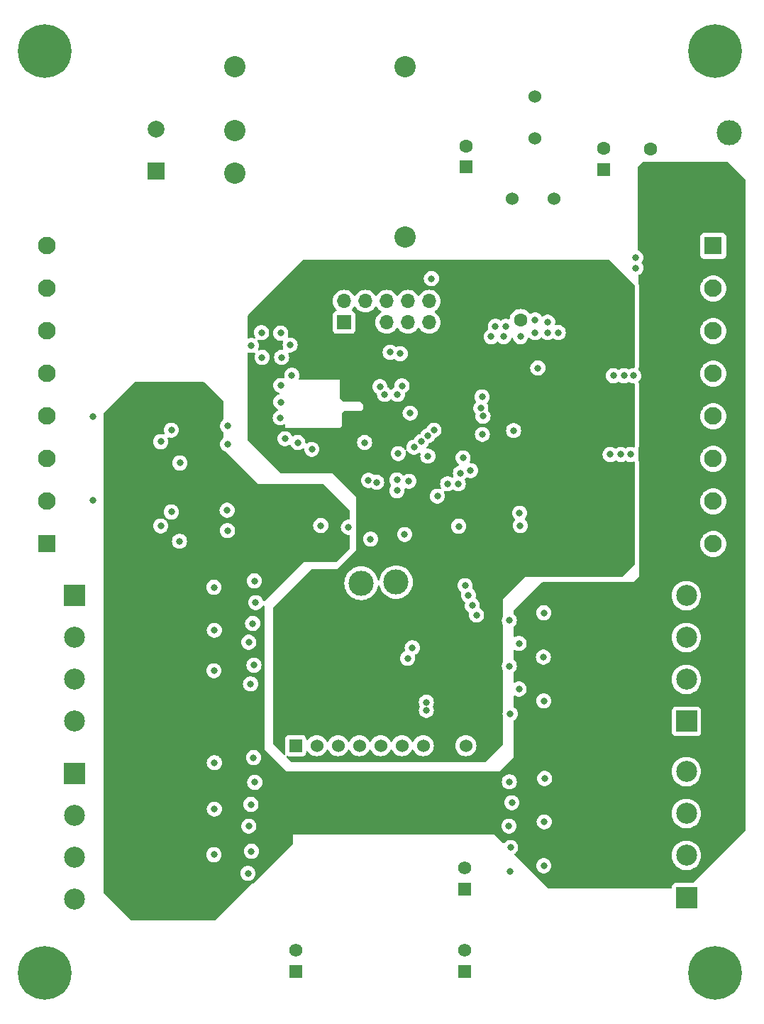
<source format=gbr>
%TF.GenerationSoftware,KiCad,Pcbnew,8.0.0-rc1-91-gb65fa46c3c*%
%TF.CreationDate,2024-02-01T16:18:31+08:00*%
%TF.ProjectId,_____,d0a8a736-612e-46b6-9963-61645f706362,rev?*%
%TF.SameCoordinates,Original*%
%TF.FileFunction,Copper,L3,Inr*%
%TF.FilePolarity,Positive*%
%FSLAX46Y46*%
G04 Gerber Fmt 4.6, Leading zero omitted, Abs format (unit mm)*
G04 Created by KiCad (PCBNEW 8.0.0-rc1-91-gb65fa46c3c) date 2024-02-01 16:18:31*
%MOMM*%
%LPD*%
G01*
G04 APERTURE LIST*
%TA.AperFunction,ComponentPad*%
%ADD10R,2.500000X2.500000*%
%TD*%
%TA.AperFunction,ComponentPad*%
%ADD11C,2.500000*%
%TD*%
%TA.AperFunction,ComponentPad*%
%ADD12C,1.600000*%
%TD*%
%TA.AperFunction,ComponentPad*%
%ADD13C,3.000000*%
%TD*%
%TA.AperFunction,ComponentPad*%
%ADD14C,0.800000*%
%TD*%
%TA.AperFunction,ComponentPad*%
%ADD15C,6.400000*%
%TD*%
%TA.AperFunction,ComponentPad*%
%ADD16C,2.540000*%
%TD*%
%TA.AperFunction,ComponentPad*%
%ADD17R,2.100000X2.100000*%
%TD*%
%TA.AperFunction,ComponentPad*%
%ADD18C,2.100000*%
%TD*%
%TA.AperFunction,ComponentPad*%
%ADD19R,1.600000X1.600000*%
%TD*%
%TA.AperFunction,ComponentPad*%
%ADD20C,1.524000*%
%TD*%
%TA.AperFunction,ComponentPad*%
%ADD21R,1.524000X1.524000*%
%TD*%
%TA.AperFunction,ComponentPad*%
%ADD22C,1.574800*%
%TD*%
%TA.AperFunction,ComponentPad*%
%ADD23R,1.574800X1.574800*%
%TD*%
%TA.AperFunction,ComponentPad*%
%ADD24R,1.700000X1.700000*%
%TD*%
%TA.AperFunction,ComponentPad*%
%ADD25O,1.700000X1.700000*%
%TD*%
%TA.AperFunction,ComponentPad*%
%ADD26R,2.000000X2.000000*%
%TD*%
%TA.AperFunction,ComponentPad*%
%ADD27C,2.000000*%
%TD*%
%TA.AperFunction,ViaPad*%
%ADD28C,0.800000*%
%TD*%
%TA.AperFunction,Conductor*%
%ADD29C,0.000000*%
%TD*%
G04 APERTURE END LIST*
D10*
%TO.N,/steper/ST_PWM1*%
%TO.C,J4*%
X28550000Y-90000000D03*
D11*
%TO.N,/steper/ST_DIR1*%
X28550000Y-95000000D03*
%TO.N,/steper/ST_EN1*%
X28550000Y-100000000D03*
%TO.N,GND*%
X28550000Y-105000000D03*
%TD*%
D10*
%TO.N,GND*%
%TO.C,J6*%
X101550000Y-126000000D03*
D11*
%TO.N,/steper/ST_EN3*%
X101550000Y-121000000D03*
%TO.N,/steper/ST_DIR3*%
X101550000Y-116000000D03*
%TO.N,/steper/ST_PWM3*%
X101550000Y-111000000D03*
%TD*%
D12*
%TO.N,+5V*%
%TO.C,C4*%
X97282000Y-39223000D03*
%TO.N,GND*%
X97282000Y-36723000D03*
%TD*%
D13*
%TO.N,/MCU\u6838\u5FC3/VREF+*%
%TO.C,TP4*%
X62738000Y-88519000D03*
%TD*%
D10*
%TO.N,GND*%
%TO.C,J7*%
X101550000Y-105000000D03*
D11*
%TO.N,/steper/ST_EN4*%
X101550000Y-100000000D03*
%TO.N,/steper/ST_DIR4*%
X101550000Y-95000000D03*
%TO.N,/steper/ST_PWM4*%
X101550000Y-90000000D03*
%TD*%
D14*
%TO.N,unconnected-(H4-Pad1)*%
%TO.C,H4*%
X102600000Y-135000000D03*
X103302944Y-133302944D03*
X103302944Y-136697056D03*
X105000000Y-132600000D03*
D15*
X105000000Y-135000000D03*
D14*
X105000000Y-137400000D03*
X106697056Y-133302944D03*
X106697056Y-136697056D03*
X107400000Y-135000000D03*
%TD*%
D16*
%TO.N,unconnected-(U1-Ctrl-Pad1)*%
%TO.C,U1*%
X47690000Y-26877500D03*
%TO.N,/\u63A5\u53E3/VIN-*%
X47690000Y-34497500D03*
%TO.N,/\u7535\u6E90/VIN*%
X47690000Y-39577500D03*
%TO.N,Net-(U1-+VO)*%
X68010000Y-47197500D03*
%TO.N,Net-(U1--VO)*%
X68010000Y-26877500D03*
%TD*%
D13*
%TO.N,+5V*%
%TO.C,TP2*%
X106680000Y-40894000D03*
%TD*%
D10*
%TO.N,/steper/ST_PWM2*%
%TO.C,J5*%
X28550000Y-111250000D03*
D11*
%TO.N,/steper/ST_DIR2*%
X28550000Y-116250000D03*
%TO.N,/steper/ST_EN2*%
X28550000Y-121250000D03*
%TO.N,GND*%
X28550000Y-126250000D03*
%TD*%
D13*
%TO.N,GNDA*%
%TO.C,TP5*%
X66903600Y-88392000D03*
%TD*%
D17*
%TO.N,unconnected-(J2-Pin_1-Pad1)*%
%TO.C,J2*%
X104750000Y-48270000D03*
D18*
%TO.N,unconnected-(J2-Pin_2-Pad2)*%
X104750000Y-53350000D03*
%TO.N,unconnected-(J2-Pin_3-Pad3)*%
X104750000Y-58430000D03*
%TO.N,unconnected-(J2-Pin_4-Pad4)*%
X104750000Y-63510000D03*
%TO.N,/RS485/485-*%
X104750000Y-68590000D03*
%TO.N,/RS485/485+*%
X104750000Y-73670000D03*
%TO.N,/can\u603B\u7EBF/CAN+*%
X104750000Y-78750000D03*
%TO.N,/can\u603B\u7EBF/CAN-*%
X104750000Y-83830000D03*
%TD*%
D17*
%TO.N,/\u63A5\u53E3/DAC_1*%
%TO.C,J1*%
X25250000Y-83780000D03*
D18*
%TO.N,/\u63A5\u53E3/DAC_2*%
X25250000Y-78700000D03*
%TO.N,/\u63A5\u53E3/DAC_3*%
X25250000Y-73620000D03*
%TO.N,/\u63A5\u53E3/DAC_4*%
X25250000Y-68540000D03*
%TO.N,GNDA*%
X25250000Y-63460000D03*
%TO.N,unconnected-(J1-Pin_6-Pad6)*%
X25250000Y-58380000D03*
%TO.N,/\u63A5\u53E3/VIN+*%
X25250000Y-53300000D03*
%TO.N,/\u63A5\u53E3/VIN-*%
X25250000Y-48220000D03*
%TD*%
D14*
%TO.N,unconnected-(H3-Pad1)*%
%TO.C,H3*%
X22600000Y-135000000D03*
X23302944Y-133302944D03*
X23302944Y-136697056D03*
X25000000Y-132600000D03*
D15*
X25000000Y-135000000D03*
D14*
X25000000Y-137400000D03*
X26697056Y-133302944D03*
X26697056Y-136697056D03*
X27400000Y-135000000D03*
%TD*%
%TO.N,unconnected-(H2-Pad1)*%
%TO.C,H2*%
X102600000Y-25000000D03*
X103302944Y-23302944D03*
X103302944Y-26697056D03*
X105000000Y-22600000D03*
D15*
X105000000Y-25000000D03*
D14*
X105000000Y-27400000D03*
X106697056Y-23302944D03*
X106697056Y-26697056D03*
X107400000Y-25000000D03*
%TD*%
%TO.N,unconnected-(H1-Pad1)*%
%TO.C,H1*%
X22600000Y-25000000D03*
X23302944Y-23302944D03*
X23302944Y-26697056D03*
X25000000Y-22600000D03*
D15*
X25000000Y-25000000D03*
D14*
X25000000Y-27400000D03*
X26697056Y-23302944D03*
X26697056Y-26697056D03*
X27400000Y-25000000D03*
%TD*%
D19*
%TO.N,+5V*%
%TO.C,C3*%
X91694000Y-39155380D03*
D12*
%TO.N,GND*%
X91694000Y-36655380D03*
%TD*%
D20*
%TO.N,Net-(U1-+VO)*%
%TO.C,LDM2*%
X80725000Y-42672000D03*
%TO.N,+5V*%
X85725000Y-42672000D03*
%TD*%
D19*
%TO.N,+3V3*%
%TO.C,C7*%
X81750000Y-54600000D03*
D12*
%TO.N,GND*%
X81750000Y-57100000D03*
%TD*%
D19*
%TO.N,Net-(U1-+VO)*%
%TO.C,C2*%
X75250000Y-38869880D03*
D12*
%TO.N,Net-(U1--VO)*%
X75250000Y-36369880D03*
%TD*%
D13*
%TO.N,GND*%
%TO.C,TP6*%
X106680000Y-34798000D03*
%TD*%
D21*
%TO.N,unconnected-(U8-COM_LED-Pad1)*%
%TO.C,U8*%
X54904300Y-107898395D03*
D20*
%TO.N,/MCU\u6838\u5FC3/USART_TX*%
X57444300Y-107898395D03*
%TO.N,/MCU\u6838\u5FC3/USART_RX*%
X59984300Y-107898395D03*
%TO.N,unconnected-(U8-485_DIR-Pad4)*%
X62524300Y-107898395D03*
%TO.N,unconnected-(U8-CFG-Pad5)*%
X65064300Y-107898395D03*
%TO.N,unconnected-(U8-RUN_LED-Pad6)*%
X67604300Y-107898395D03*
%TO.N,GND*%
X70144300Y-107898395D03*
%TO.N,+3V3*%
X72684300Y-107898395D03*
%TO.N,unconnected-(U8-5V-Pad9)*%
X75224300Y-107898395D03*
D22*
%TO.N,unconnected-(U8-Y2-Pad10)*%
X75059200Y-122465295D03*
D23*
%TO.N,unconnected-(U8-Y1-Pad11)*%
X75059200Y-125005295D03*
D22*
%TO.N,unconnected-(U8-X2-Pad12)*%
X75069700Y-132329995D03*
D23*
%TO.N,unconnected-(U8-X1-Pad13)*%
X75069700Y-134869995D03*
D22*
%TO.N,GND*%
X54952900Y-132329995D03*
D23*
X54952900Y-134869995D03*
%TD*%
D13*
%TO.N,+3V3*%
%TO.C,TP1*%
X76454000Y-52070000D03*
%TD*%
D24*
%TO.N,+5V*%
%TO.C,J3*%
X60706000Y-57404000D03*
D25*
%TO.N,UART4_RX*%
X60706000Y-54864000D03*
%TO.N,+3V3*%
X63246000Y-57404000D03*
%TO.N,UART4_TX*%
X63246000Y-54864000D03*
%TO.N,GND*%
X65786000Y-57404000D03*
%TO.N,RST*%
X65786000Y-54864000D03*
%TO.N,SWCLK*%
X68326000Y-57404000D03*
%TO.N,Net-(J3-Pin_8)*%
X68326000Y-54864000D03*
%TO.N,SWDIO*%
X70866000Y-57404000D03*
%TO.N,BOOT0*%
X70866000Y-54864000D03*
%TD*%
D26*
%TO.N,/\u7535\u6E90/VIN*%
%TO.C,C1*%
X38250000Y-39305177D03*
D27*
%TO.N,/\u63A5\u53E3/VIN-*%
X38250000Y-34305177D03*
%TD*%
D20*
%TO.N,Net-(U1--VO)*%
%TO.C,LDM1*%
X83500000Y-35437500D03*
%TO.N,GND*%
X83500000Y-30437500D03*
%TD*%
D28*
%TO.N,/MCU\u6838\u5FC3/DIR1*%
X49326800Y-95554800D03*
%TO.N,/MCU\u6838\u5FC3/EN1*%
X49530000Y-100533200D03*
%TO.N,/MCU\u6838\u5FC3/EN2*%
X49225200Y-123139200D03*
%TO.N,/MCU\u6838\u5FC3/DIR2*%
X49326800Y-117500400D03*
%TO.N,/MCU\u6838\u5FC3/EN2*%
X67614800Y-64973200D03*
%TO.N,/MCU\u6838\u5FC3/DIR2*%
X67056000Y-65989200D03*
%TO.N,/MCU\u6838\u5FC3/EN1*%
X65532000Y-65989200D03*
%TO.N,/MCU\u6838\u5FC3/DIR1*%
X64973200Y-65074800D03*
%TO.N,Net-(Q1-C)*%
X77270463Y-68581037D03*
%TO.N,/MCU\u6838\u5FC3/DIR4*%
X75793600Y-75082400D03*
%TO.N,/MCU\u6838\u5FC3/EN4*%
X74574400Y-75387200D03*
%TO.N,/MCU\u6838\u5FC3/DIR3*%
X74320400Y-76657200D03*
%TO.N,/MCU\u6838\u5FC3/EN3*%
X73050400Y-76657200D03*
%TO.N,GND*%
X80924400Y-70307200D03*
%TO.N,+3V3*%
X82702400Y-68021200D03*
%TO.N,GND*%
X83820000Y-62839600D03*
%TO.N,GNDA*%
X30734000Y-68630800D03*
X30683200Y-78638400D03*
X41097200Y-74168000D03*
X41046400Y-83515200D03*
%TO.N,/MCU\u6838\u5FC3/DAC_OU1*%
X67157600Y-73050400D03*
%TO.N,/MCU\u6838\u5FC3/DAC_OUT2*%
X64577790Y-76467731D03*
%TO.N,/MCU\u6838\u5FC3/DAC_OUT3*%
X63601600Y-76250800D03*
%TO.N,/MCU\u6838\u5FC3/DAC_OUT4*%
X63144400Y-71729600D03*
X40081200Y-70256400D03*
%TO.N,/MCU\u6838\u5FC3/DAC_OUT3*%
X38811200Y-71628000D03*
%TO.N,/MCU\u6838\u5FC3/DAC_OUT2*%
X40081200Y-80010000D03*
%TO.N,/MCU\u6838\u5FC3/DAC_OU1*%
X38811200Y-81686400D03*
%TO.N,+5V*%
X39014400Y-91948000D03*
X38811200Y-123240800D03*
X104013000Y-41275000D03*
X40284400Y-122580400D03*
X88798400Y-94792800D03*
X101981000Y-38735000D03*
X39471600Y-112064800D03*
X89966800Y-100076000D03*
X90068400Y-94843600D03*
X90119200Y-89763600D03*
X88747600Y-114503200D03*
X39319200Y-101498400D03*
X90119200Y-114503200D03*
X88747600Y-100025200D03*
X40894000Y-117652800D03*
X100330000Y-40132000D03*
X99568000Y-38735000D03*
X100838000Y-38735000D03*
X104394000Y-38735000D03*
X40792400Y-112014000D03*
X104013000Y-40132000D03*
X81730000Y-81653000D03*
X88696800Y-109372400D03*
X40792400Y-101600000D03*
X60807600Y-83870800D03*
X39624000Y-117602000D03*
X34899600Y-77825600D03*
X103251000Y-38735000D03*
X90424000Y-119735600D03*
X39522400Y-96621600D03*
X34950400Y-78994000D03*
X40335200Y-92862400D03*
X89001600Y-119583200D03*
X35052000Y-68834000D03*
X35052000Y-67868800D03*
X90017600Y-109423200D03*
X40843200Y-96723200D03*
X88950800Y-89712800D03*
%TO.N,RST*%
X68580000Y-68224400D03*
%TO.N,GNDA*%
X50850800Y-58623200D03*
X46786800Y-69748400D03*
X50901600Y-61569600D03*
X68427600Y-76352400D03*
X57912000Y-81635600D03*
X67919600Y-82702400D03*
X61214000Y-81838800D03*
X46786800Y-82245200D03*
X46786800Y-71932800D03*
X63855600Y-83261200D03*
X49631600Y-60147200D03*
X46736000Y-79806800D03*
%TO.N,+3V3*%
X84023200Y-73202800D03*
X79959200Y-54559200D03*
X71687000Y-82971000D03*
X92506800Y-85953600D03*
X74371200Y-80221000D03*
X72085200Y-102717600D03*
X72034400Y-103682800D03*
X77165200Y-64668400D03*
X56845200Y-74015600D03*
X71687000Y-83971000D03*
%TO.N,/MCU\u6838\u5FC3/USART_RX*%
X67005200Y-76200000D03*
%TO.N,/MCU\u6838\u5FC3/USART_TX*%
X67005200Y-77470000D03*
%TO.N,/MCU\u6838\u5FC3/PWM1*%
X68834000Y-96215200D03*
X50139600Y-90830400D03*
%TO.N,/MCU\u6838\u5FC3/PWM2*%
X68275200Y-97485200D03*
X50038000Y-112268000D03*
%TO.N,/MCU\u6838\u5FC3/EN3*%
X80568800Y-120040400D03*
X69037200Y-72288400D03*
X75133200Y-88798400D03*
%TO.N,/MCU\u6838\u5FC3/DIR3*%
X75539600Y-89966800D03*
X80721200Y-114706400D03*
X69900800Y-71628000D03*
%TO.N,/MCU\u6838\u5FC3/EN4*%
X81584800Y-101142800D03*
X70681504Y-70925366D03*
X75996800Y-91186000D03*
%TO.N,/MCU\u6838\u5FC3/DIR4*%
X71424800Y-70256400D03*
X76504800Y-92303600D03*
X81584800Y-95707200D03*
%TO.N,GND*%
X45212000Y-115468400D03*
X78250000Y-59110000D03*
X70510400Y-103682800D03*
X84480400Y-97332800D03*
X81635600Y-80162400D03*
X54254400Y-60096400D03*
X71120000Y-52171600D03*
X53238400Y-61569600D03*
X49885600Y-109321600D03*
X53136800Y-58674000D03*
X45161200Y-98958400D03*
X80518000Y-104089200D03*
X49987200Y-88239600D03*
X83500000Y-57110000D03*
X49580800Y-114909600D03*
X84531200Y-92049600D03*
X92837000Y-63754000D03*
X70510400Y-102717600D03*
X84632800Y-111810800D03*
X84531200Y-122224800D03*
X80416400Y-112217200D03*
X92456000Y-73152000D03*
X80467200Y-122885200D03*
X93726000Y-73152000D03*
X53136800Y-66903600D03*
X53644800Y-71272400D03*
X95504000Y-49657000D03*
X77165200Y-66294000D03*
X45212000Y-94132400D03*
X55168800Y-71729600D03*
X49936400Y-98298000D03*
X79750000Y-59110000D03*
X80365600Y-117500400D03*
X54457600Y-63703200D03*
X84582000Y-116992400D03*
X94107000Y-63754000D03*
X85000000Y-57360000D03*
X84531200Y-102565200D03*
X45161200Y-120904000D03*
X56845200Y-72542400D03*
X53086000Y-68783200D03*
X81750000Y-59110000D03*
X85000000Y-58610000D03*
X45212000Y-109931200D03*
X53136800Y-64922400D03*
X49631600Y-120497600D03*
X45161200Y-89001600D03*
X86250000Y-58610000D03*
X80000000Y-57860000D03*
X70687000Y-73355200D03*
X74371200Y-81721000D03*
X95250000Y-63754000D03*
X95504000Y-50907000D03*
X80416400Y-92964000D03*
X83500000Y-58610000D03*
X78750000Y-57860000D03*
X80416400Y-98399600D03*
X49784000Y-93319600D03*
X94869000Y-73152000D03*
%TO.N,UART4_TX*%
X67390853Y-61133147D03*
%TO.N,UART4_RX*%
X66192400Y-60960000D03*
%TO.N,/MCU\u6838\u5FC3/RS485_RX*%
X77202200Y-70764400D03*
X74893000Y-73558400D03*
%TO.N,/MCU\u6838\u5FC3/RS485_TX*%
X77012800Y-67614800D03*
X71826147Y-78135453D03*
%TD*%
D29*
%TO.N,+3V3*%
X72749839Y-105000000D02*
X72749839Y-107208221D01*
%TD*%
%TA.AperFunction,Conductor*%
%TO.N,+3V3*%
G36*
X92344677Y-49930685D02*
G01*
X92365319Y-49947319D01*
X95340681Y-52922681D01*
X95374166Y-52984004D01*
X95377000Y-53010362D01*
X95377000Y-62729500D01*
X95357315Y-62796539D01*
X95304511Y-62842294D01*
X95253000Y-62853500D01*
X95155354Y-62853500D01*
X95122897Y-62860398D01*
X94970197Y-62892855D01*
X94970192Y-62892857D01*
X94797270Y-62969848D01*
X94797266Y-62969851D01*
X94751384Y-63003186D01*
X94685578Y-63026665D01*
X94617524Y-63010839D01*
X94605616Y-63003186D01*
X94559733Y-62969851D01*
X94559729Y-62969848D01*
X94386807Y-62892857D01*
X94386802Y-62892855D01*
X94241001Y-62861865D01*
X94201646Y-62853500D01*
X94012354Y-62853500D01*
X93979897Y-62860398D01*
X93827197Y-62892855D01*
X93827192Y-62892857D01*
X93654270Y-62969848D01*
X93654265Y-62969851D01*
X93544885Y-63049321D01*
X93479079Y-63072801D01*
X93411025Y-63056975D01*
X93399115Y-63049321D01*
X93289734Y-62969851D01*
X93289729Y-62969848D01*
X93116807Y-62892857D01*
X93116802Y-62892855D01*
X92971001Y-62861865D01*
X92931646Y-62853500D01*
X92742354Y-62853500D01*
X92709897Y-62860398D01*
X92557197Y-62892855D01*
X92557192Y-62892857D01*
X92384270Y-62969848D01*
X92384265Y-62969851D01*
X92231129Y-63081111D01*
X92104466Y-63221785D01*
X92009821Y-63385715D01*
X92009818Y-63385722D01*
X91968630Y-63512488D01*
X91951326Y-63565744D01*
X91931540Y-63754000D01*
X91951326Y-63942256D01*
X91951327Y-63942259D01*
X92009818Y-64122277D01*
X92009821Y-64122284D01*
X92104467Y-64286216D01*
X92231129Y-64426888D01*
X92384265Y-64538148D01*
X92384270Y-64538151D01*
X92557192Y-64615142D01*
X92557197Y-64615144D01*
X92742354Y-64654500D01*
X92742355Y-64654500D01*
X92931644Y-64654500D01*
X92931646Y-64654500D01*
X93116803Y-64615144D01*
X93289730Y-64538151D01*
X93399117Y-64458676D01*
X93464920Y-64435198D01*
X93532974Y-64451023D01*
X93544871Y-64458668D01*
X93654266Y-64538148D01*
X93654270Y-64538151D01*
X93827192Y-64615142D01*
X93827197Y-64615144D01*
X94012354Y-64654500D01*
X94012355Y-64654500D01*
X94201644Y-64654500D01*
X94201646Y-64654500D01*
X94386803Y-64615144D01*
X94523859Y-64554122D01*
X94559728Y-64538152D01*
X94559728Y-64538151D01*
X94559730Y-64538151D01*
X94605614Y-64504813D01*
X94671421Y-64481334D01*
X94739475Y-64497159D01*
X94751386Y-64504814D01*
X94797271Y-64538152D01*
X94970192Y-64615142D01*
X94970197Y-64615144D01*
X95155354Y-64654500D01*
X95155355Y-64654500D01*
X95253000Y-64654500D01*
X95320039Y-64674185D01*
X95365794Y-64726989D01*
X95377000Y-64778500D01*
X95377000Y-72201512D01*
X95357315Y-72268551D01*
X95304511Y-72314306D01*
X95235353Y-72324250D01*
X95202565Y-72314792D01*
X95148802Y-72290855D01*
X95003001Y-72259865D01*
X94963646Y-72251500D01*
X94774354Y-72251500D01*
X94741897Y-72258398D01*
X94589197Y-72290855D01*
X94589192Y-72290857D01*
X94416270Y-72367848D01*
X94416266Y-72367851D01*
X94370384Y-72401186D01*
X94304578Y-72424665D01*
X94236524Y-72408839D01*
X94224616Y-72401186D01*
X94178733Y-72367851D01*
X94178729Y-72367848D01*
X94005807Y-72290857D01*
X94005802Y-72290855D01*
X93860001Y-72259865D01*
X93820646Y-72251500D01*
X93631354Y-72251500D01*
X93598897Y-72258398D01*
X93446197Y-72290855D01*
X93446192Y-72290857D01*
X93273270Y-72367848D01*
X93273265Y-72367851D01*
X93163885Y-72447321D01*
X93098079Y-72470801D01*
X93030025Y-72454975D01*
X93018115Y-72447321D01*
X92908734Y-72367851D01*
X92908729Y-72367848D01*
X92735807Y-72290857D01*
X92735802Y-72290855D01*
X92590001Y-72259865D01*
X92550646Y-72251500D01*
X92361354Y-72251500D01*
X92328897Y-72258398D01*
X92176197Y-72290855D01*
X92176192Y-72290857D01*
X92003270Y-72367848D01*
X92003265Y-72367851D01*
X91850129Y-72479111D01*
X91723466Y-72619785D01*
X91628821Y-72783715D01*
X91628818Y-72783722D01*
X91587566Y-72910684D01*
X91570326Y-72963744D01*
X91550540Y-73152000D01*
X91570326Y-73340256D01*
X91570327Y-73340259D01*
X91628818Y-73520277D01*
X91628821Y-73520284D01*
X91723467Y-73684216D01*
X91821000Y-73792537D01*
X91850129Y-73824888D01*
X92003265Y-73936148D01*
X92003270Y-73936151D01*
X92176192Y-74013142D01*
X92176197Y-74013144D01*
X92361354Y-74052500D01*
X92361355Y-74052500D01*
X92550644Y-74052500D01*
X92550646Y-74052500D01*
X92735803Y-74013144D01*
X92908730Y-73936151D01*
X93018117Y-73856676D01*
X93083920Y-73833198D01*
X93151974Y-73849023D01*
X93163871Y-73856668D01*
X93260230Y-73926677D01*
X93273270Y-73936151D01*
X93446192Y-74013142D01*
X93446197Y-74013144D01*
X93631354Y-74052500D01*
X93631355Y-74052500D01*
X93820644Y-74052500D01*
X93820646Y-74052500D01*
X94005803Y-74013144D01*
X94178730Y-73936151D01*
X94224614Y-73902813D01*
X94290421Y-73879334D01*
X94358475Y-73895159D01*
X94370386Y-73902814D01*
X94416271Y-73936152D01*
X94589192Y-74013142D01*
X94589197Y-74013144D01*
X94774354Y-74052500D01*
X94774355Y-74052500D01*
X94963644Y-74052500D01*
X94963646Y-74052500D01*
X95148803Y-74013144D01*
X95202563Y-73989207D01*
X95271813Y-73979923D01*
X95335090Y-74009550D01*
X95372304Y-74068685D01*
X95377000Y-74102487D01*
X95377000Y-86254638D01*
X95357315Y-86321677D01*
X95340681Y-86342319D01*
X93962319Y-87720681D01*
X93900996Y-87754166D01*
X93874638Y-87757000D01*
X82295999Y-87757000D01*
X79629000Y-90423999D01*
X79629000Y-92493591D01*
X79612387Y-92555592D01*
X79589220Y-92595717D01*
X79564472Y-92671884D01*
X79530726Y-92775744D01*
X79510940Y-92964000D01*
X79530726Y-93152256D01*
X79530727Y-93152259D01*
X79589218Y-93332277D01*
X79589221Y-93332284D01*
X79612387Y-93372408D01*
X79629000Y-93434408D01*
X79629000Y-97929191D01*
X79612387Y-97991192D01*
X79589220Y-98031317D01*
X79530727Y-98211340D01*
X79530726Y-98211344D01*
X79510940Y-98399600D01*
X79530726Y-98587856D01*
X79530727Y-98587859D01*
X79589218Y-98767877D01*
X79589221Y-98767884D01*
X79612387Y-98808008D01*
X79629000Y-98870008D01*
X79629000Y-103926088D01*
X79628321Y-103939049D01*
X79612540Y-104089200D01*
X79625763Y-104215016D01*
X79628321Y-104239349D01*
X79629000Y-104252310D01*
X79629000Y-107771638D01*
X79609315Y-107838677D01*
X79592681Y-107859319D01*
X77633319Y-109818681D01*
X77571996Y-109852166D01*
X77545638Y-109855000D01*
X54407362Y-109855000D01*
X54340323Y-109835315D01*
X54319681Y-109818681D01*
X53832906Y-109331906D01*
X53799421Y-109270583D01*
X53804405Y-109200891D01*
X53846277Y-109144958D01*
X53911741Y-109120541D01*
X53963918Y-109128042D01*
X54034817Y-109154486D01*
X54094427Y-109160895D01*
X55714172Y-109160894D01*
X55773783Y-109154486D01*
X55908631Y-109104191D01*
X56023846Y-109017941D01*
X56110096Y-108902726D01*
X56160391Y-108767878D01*
X56166800Y-108708268D01*
X56166799Y-108668315D01*
X56186482Y-108601279D01*
X56239285Y-108555523D01*
X56308443Y-108545578D01*
X56372000Y-108574601D01*
X56392373Y-108597191D01*
X56473474Y-108713015D01*
X56473475Y-108713016D01*
X56629678Y-108869219D01*
X56629684Y-108869224D01*
X56810633Y-108995926D01*
X56810635Y-108995927D01*
X56810638Y-108995929D01*
X57010850Y-109089289D01*
X57224232Y-109146465D01*
X57381423Y-109160217D01*
X57444298Y-109165718D01*
X57444300Y-109165718D01*
X57444302Y-109165718D01*
X57499451Y-109160893D01*
X57664368Y-109146465D01*
X57877750Y-109089289D01*
X58077962Y-108995929D01*
X58258920Y-108869221D01*
X58415126Y-108713015D01*
X58541834Y-108532057D01*
X58601918Y-108403206D01*
X58648090Y-108350766D01*
X58715283Y-108331614D01*
X58782165Y-108351830D01*
X58826682Y-108403206D01*
X58886764Y-108532053D01*
X58886768Y-108532061D01*
X59013470Y-108713010D01*
X59013475Y-108713016D01*
X59169678Y-108869219D01*
X59169684Y-108869224D01*
X59350633Y-108995926D01*
X59350635Y-108995927D01*
X59350638Y-108995929D01*
X59550850Y-109089289D01*
X59764232Y-109146465D01*
X59921423Y-109160217D01*
X59984298Y-109165718D01*
X59984300Y-109165718D01*
X59984302Y-109165718D01*
X60039451Y-109160893D01*
X60204368Y-109146465D01*
X60417750Y-109089289D01*
X60617962Y-108995929D01*
X60798920Y-108869221D01*
X60955126Y-108713015D01*
X61081834Y-108532057D01*
X61141918Y-108403206D01*
X61188090Y-108350766D01*
X61255283Y-108331614D01*
X61322165Y-108351830D01*
X61366682Y-108403206D01*
X61426764Y-108532053D01*
X61426768Y-108532061D01*
X61553470Y-108713010D01*
X61553475Y-108713016D01*
X61709678Y-108869219D01*
X61709684Y-108869224D01*
X61890633Y-108995926D01*
X61890635Y-108995927D01*
X61890638Y-108995929D01*
X62090850Y-109089289D01*
X62304232Y-109146465D01*
X62461423Y-109160217D01*
X62524298Y-109165718D01*
X62524300Y-109165718D01*
X62524302Y-109165718D01*
X62579451Y-109160893D01*
X62744368Y-109146465D01*
X62957750Y-109089289D01*
X63157962Y-108995929D01*
X63338920Y-108869221D01*
X63495126Y-108713015D01*
X63621834Y-108532057D01*
X63681918Y-108403206D01*
X63728090Y-108350766D01*
X63795283Y-108331614D01*
X63862165Y-108351830D01*
X63906682Y-108403206D01*
X63966764Y-108532053D01*
X63966768Y-108532061D01*
X64093470Y-108713010D01*
X64093475Y-108713016D01*
X64249678Y-108869219D01*
X64249684Y-108869224D01*
X64430633Y-108995926D01*
X64430635Y-108995927D01*
X64430638Y-108995929D01*
X64630850Y-109089289D01*
X64844232Y-109146465D01*
X65001423Y-109160217D01*
X65064298Y-109165718D01*
X65064300Y-109165718D01*
X65064302Y-109165718D01*
X65119451Y-109160893D01*
X65284368Y-109146465D01*
X65497750Y-109089289D01*
X65697962Y-108995929D01*
X65878920Y-108869221D01*
X66035126Y-108713015D01*
X66161834Y-108532057D01*
X66221918Y-108403206D01*
X66268090Y-108350766D01*
X66335283Y-108331614D01*
X66402165Y-108351830D01*
X66446682Y-108403206D01*
X66506764Y-108532053D01*
X66506768Y-108532061D01*
X66633470Y-108713010D01*
X66633475Y-108713016D01*
X66789678Y-108869219D01*
X66789684Y-108869224D01*
X66970633Y-108995926D01*
X66970635Y-108995927D01*
X66970638Y-108995929D01*
X67170850Y-109089289D01*
X67384232Y-109146465D01*
X67541423Y-109160217D01*
X67604298Y-109165718D01*
X67604300Y-109165718D01*
X67604302Y-109165718D01*
X67659451Y-109160893D01*
X67824368Y-109146465D01*
X68037750Y-109089289D01*
X68237962Y-108995929D01*
X68418920Y-108869221D01*
X68575126Y-108713015D01*
X68701834Y-108532057D01*
X68761918Y-108403206D01*
X68808090Y-108350766D01*
X68875283Y-108331614D01*
X68942165Y-108351830D01*
X68986682Y-108403206D01*
X69046764Y-108532053D01*
X69046768Y-108532061D01*
X69173470Y-108713010D01*
X69173475Y-108713016D01*
X69329678Y-108869219D01*
X69329684Y-108869224D01*
X69510633Y-108995926D01*
X69510635Y-108995927D01*
X69510638Y-108995929D01*
X69710850Y-109089289D01*
X69924232Y-109146465D01*
X70081423Y-109160217D01*
X70144298Y-109165718D01*
X70144300Y-109165718D01*
X70144302Y-109165718D01*
X70199451Y-109160893D01*
X70364368Y-109146465D01*
X70577750Y-109089289D01*
X70777962Y-108995929D01*
X70958920Y-108869221D01*
X71115126Y-108713015D01*
X71241834Y-108532057D01*
X71335194Y-108331845D01*
X71392370Y-108118463D01*
X71411623Y-107898397D01*
X73956977Y-107898397D01*
X73976229Y-108118457D01*
X73976230Y-108118465D01*
X74033404Y-108331840D01*
X74033405Y-108331842D01*
X74033406Y-108331845D01*
X74117066Y-108511256D01*
X74126766Y-108532057D01*
X74126768Y-108532061D01*
X74253470Y-108713010D01*
X74253475Y-108713016D01*
X74409678Y-108869219D01*
X74409684Y-108869224D01*
X74590633Y-108995926D01*
X74590635Y-108995927D01*
X74590638Y-108995929D01*
X74790850Y-109089289D01*
X75004232Y-109146465D01*
X75161423Y-109160217D01*
X75224298Y-109165718D01*
X75224300Y-109165718D01*
X75224302Y-109165718D01*
X75279451Y-109160893D01*
X75444368Y-109146465D01*
X75657750Y-109089289D01*
X75857962Y-108995929D01*
X76038920Y-108869221D01*
X76195126Y-108713015D01*
X76321834Y-108532057D01*
X76415194Y-108331845D01*
X76472370Y-108118463D01*
X76491623Y-107898395D01*
X76488204Y-107859319D01*
X76480533Y-107771638D01*
X76472370Y-107678327D01*
X76415194Y-107464945D01*
X76321834Y-107264734D01*
X76226425Y-107128475D01*
X76195127Y-107083776D01*
X76140262Y-107028911D01*
X76038920Y-106927569D01*
X76038916Y-106927566D01*
X76038915Y-106927565D01*
X75857966Y-106800863D01*
X75857962Y-106800861D01*
X75810757Y-106778849D01*
X75657750Y-106707501D01*
X75657747Y-106707500D01*
X75657745Y-106707499D01*
X75444370Y-106650325D01*
X75444362Y-106650324D01*
X75224302Y-106631072D01*
X75224298Y-106631072D01*
X75004237Y-106650324D01*
X75004229Y-106650325D01*
X74790854Y-106707499D01*
X74790848Y-106707502D01*
X74590640Y-106800860D01*
X74590638Y-106800861D01*
X74409677Y-106927570D01*
X74253475Y-107083772D01*
X74126766Y-107264733D01*
X74126765Y-107264735D01*
X74033407Y-107464943D01*
X74033404Y-107464949D01*
X73976230Y-107678324D01*
X73976229Y-107678332D01*
X73956977Y-107898392D01*
X73956977Y-107898397D01*
X71411623Y-107898397D01*
X71411623Y-107898395D01*
X71408204Y-107859319D01*
X71400533Y-107771638D01*
X71392370Y-107678327D01*
X71335194Y-107464945D01*
X71241834Y-107264734D01*
X71146425Y-107128475D01*
X71115127Y-107083776D01*
X71060262Y-107028911D01*
X70958920Y-106927569D01*
X70958916Y-106927566D01*
X70958915Y-106927565D01*
X70777966Y-106800863D01*
X70777962Y-106800861D01*
X70730757Y-106778849D01*
X70577750Y-106707501D01*
X70577747Y-106707500D01*
X70577745Y-106707499D01*
X70364370Y-106650325D01*
X70364362Y-106650324D01*
X70144302Y-106631072D01*
X70144298Y-106631072D01*
X69924237Y-106650324D01*
X69924229Y-106650325D01*
X69710854Y-106707499D01*
X69710848Y-106707502D01*
X69510640Y-106800860D01*
X69510638Y-106800861D01*
X69329677Y-106927570D01*
X69173475Y-107083772D01*
X69046766Y-107264733D01*
X69046765Y-107264735D01*
X68986682Y-107393584D01*
X68940509Y-107446023D01*
X68873316Y-107465175D01*
X68806435Y-107444959D01*
X68761918Y-107393584D01*
X68701834Y-107264735D01*
X68701833Y-107264733D01*
X68575127Y-107083776D01*
X68520262Y-107028911D01*
X68418920Y-106927569D01*
X68418916Y-106927566D01*
X68418915Y-106927565D01*
X68237966Y-106800863D01*
X68237962Y-106800861D01*
X68190757Y-106778849D01*
X68037750Y-106707501D01*
X68037747Y-106707500D01*
X68037745Y-106707499D01*
X67824370Y-106650325D01*
X67824362Y-106650324D01*
X67604302Y-106631072D01*
X67604298Y-106631072D01*
X67384237Y-106650324D01*
X67384229Y-106650325D01*
X67170854Y-106707499D01*
X67170848Y-106707502D01*
X66970640Y-106800860D01*
X66970638Y-106800861D01*
X66789677Y-106927570D01*
X66633475Y-107083772D01*
X66506766Y-107264733D01*
X66506765Y-107264735D01*
X66446682Y-107393584D01*
X66400509Y-107446023D01*
X66333316Y-107465175D01*
X66266435Y-107444959D01*
X66221918Y-107393584D01*
X66161834Y-107264735D01*
X66161833Y-107264733D01*
X66035127Y-107083776D01*
X65980262Y-107028911D01*
X65878920Y-106927569D01*
X65878916Y-106927566D01*
X65878915Y-106927565D01*
X65697966Y-106800863D01*
X65697962Y-106800861D01*
X65650757Y-106778849D01*
X65497750Y-106707501D01*
X65497747Y-106707500D01*
X65497745Y-106707499D01*
X65284370Y-106650325D01*
X65284362Y-106650324D01*
X65064302Y-106631072D01*
X65064298Y-106631072D01*
X64844237Y-106650324D01*
X64844229Y-106650325D01*
X64630854Y-106707499D01*
X64630848Y-106707502D01*
X64430640Y-106800860D01*
X64430638Y-106800861D01*
X64249677Y-106927570D01*
X64093475Y-107083772D01*
X63966766Y-107264733D01*
X63966765Y-107264735D01*
X63906682Y-107393584D01*
X63860509Y-107446023D01*
X63793316Y-107465175D01*
X63726435Y-107444959D01*
X63681918Y-107393584D01*
X63621834Y-107264735D01*
X63621833Y-107264733D01*
X63495127Y-107083776D01*
X63440262Y-107028911D01*
X63338920Y-106927569D01*
X63338916Y-106927566D01*
X63338915Y-106927565D01*
X63157966Y-106800863D01*
X63157962Y-106800861D01*
X63110757Y-106778849D01*
X62957750Y-106707501D01*
X62957747Y-106707500D01*
X62957745Y-106707499D01*
X62744370Y-106650325D01*
X62744362Y-106650324D01*
X62524302Y-106631072D01*
X62524298Y-106631072D01*
X62304237Y-106650324D01*
X62304229Y-106650325D01*
X62090854Y-106707499D01*
X62090848Y-106707502D01*
X61890640Y-106800860D01*
X61890638Y-106800861D01*
X61709677Y-106927570D01*
X61553475Y-107083772D01*
X61426766Y-107264733D01*
X61426765Y-107264735D01*
X61366682Y-107393584D01*
X61320509Y-107446023D01*
X61253316Y-107465175D01*
X61186435Y-107444959D01*
X61141918Y-107393584D01*
X61081834Y-107264735D01*
X61081833Y-107264733D01*
X60955127Y-107083776D01*
X60900262Y-107028911D01*
X60798920Y-106927569D01*
X60798916Y-106927566D01*
X60798915Y-106927565D01*
X60617966Y-106800863D01*
X60617962Y-106800861D01*
X60570757Y-106778849D01*
X60417750Y-106707501D01*
X60417747Y-106707500D01*
X60417745Y-106707499D01*
X60204370Y-106650325D01*
X60204362Y-106650324D01*
X59984302Y-106631072D01*
X59984298Y-106631072D01*
X59764237Y-106650324D01*
X59764229Y-106650325D01*
X59550854Y-106707499D01*
X59550848Y-106707502D01*
X59350640Y-106800860D01*
X59350638Y-106800861D01*
X59169677Y-106927570D01*
X59013475Y-107083772D01*
X58886766Y-107264733D01*
X58886765Y-107264735D01*
X58826682Y-107393584D01*
X58780509Y-107446023D01*
X58713316Y-107465175D01*
X58646435Y-107444959D01*
X58601918Y-107393584D01*
X58541834Y-107264735D01*
X58541833Y-107264733D01*
X58415127Y-107083776D01*
X58360262Y-107028911D01*
X58258920Y-106927569D01*
X58258916Y-106927566D01*
X58258915Y-106927565D01*
X58077966Y-106800863D01*
X58077962Y-106800861D01*
X58030757Y-106778849D01*
X57877750Y-106707501D01*
X57877747Y-106707500D01*
X57877745Y-106707499D01*
X57664370Y-106650325D01*
X57664362Y-106650324D01*
X57444302Y-106631072D01*
X57444298Y-106631072D01*
X57224237Y-106650324D01*
X57224229Y-106650325D01*
X57010854Y-106707499D01*
X57010848Y-106707502D01*
X56810640Y-106800860D01*
X56810638Y-106800861D01*
X56629677Y-106927570D01*
X56473475Y-107083772D01*
X56392374Y-107199598D01*
X56337797Y-107243223D01*
X56268299Y-107250417D01*
X56205944Y-107218894D01*
X56170530Y-107158665D01*
X56166799Y-107128475D01*
X56166799Y-107088524D01*
X56166798Y-107088518D01*
X56166797Y-107088511D01*
X56160391Y-107028912D01*
X56110096Y-106894064D01*
X56110095Y-106894063D01*
X56110093Y-106894059D01*
X56023847Y-106778850D01*
X56023844Y-106778847D01*
X55908635Y-106692601D01*
X55908628Y-106692597D01*
X55773782Y-106642303D01*
X55773783Y-106642303D01*
X55714183Y-106635896D01*
X55714181Y-106635895D01*
X55714173Y-106635895D01*
X55714164Y-106635895D01*
X54094429Y-106635895D01*
X54094423Y-106635896D01*
X54034816Y-106642303D01*
X53899971Y-106692597D01*
X53899964Y-106692601D01*
X53784755Y-106778847D01*
X53784752Y-106778850D01*
X53698506Y-106894059D01*
X53698502Y-106894066D01*
X53648208Y-107028912D01*
X53642310Y-107083775D01*
X53641801Y-107088518D01*
X53641800Y-107088530D01*
X53641800Y-108708265D01*
X53641801Y-108708271D01*
X53648208Y-108767878D01*
X53674651Y-108838774D01*
X53679635Y-108908466D01*
X53646150Y-108969789D01*
X53584826Y-109003273D01*
X53515135Y-108998288D01*
X53470788Y-108969788D01*
X52233319Y-107732319D01*
X52199834Y-107670996D01*
X52197000Y-107644638D01*
X52197000Y-103682800D01*
X69604940Y-103682800D01*
X69624726Y-103871056D01*
X69624727Y-103871059D01*
X69683218Y-104051077D01*
X69683221Y-104051084D01*
X69777867Y-104215016D01*
X69904529Y-104355688D01*
X70057665Y-104466948D01*
X70057670Y-104466951D01*
X70230592Y-104543942D01*
X70230597Y-104543944D01*
X70415754Y-104583300D01*
X70415755Y-104583300D01*
X70605044Y-104583300D01*
X70605046Y-104583300D01*
X70790203Y-104543944D01*
X70963130Y-104466951D01*
X71116271Y-104355688D01*
X71242933Y-104215016D01*
X71337579Y-104051084D01*
X71396074Y-103871056D01*
X71415860Y-103682800D01*
X71396074Y-103494544D01*
X71337579Y-103314516D01*
X71307373Y-103262199D01*
X71290900Y-103194301D01*
X71307374Y-103138200D01*
X71337579Y-103085884D01*
X71396074Y-102905856D01*
X71415860Y-102717600D01*
X71396074Y-102529344D01*
X71337579Y-102349316D01*
X71242933Y-102185384D01*
X71116271Y-102044712D01*
X71100129Y-102032984D01*
X70963134Y-101933451D01*
X70963129Y-101933448D01*
X70790207Y-101856457D01*
X70790202Y-101856455D01*
X70644401Y-101825465D01*
X70605046Y-101817100D01*
X70415754Y-101817100D01*
X70383297Y-101823998D01*
X70230597Y-101856455D01*
X70230592Y-101856457D01*
X70057670Y-101933448D01*
X70057665Y-101933451D01*
X69904529Y-102044711D01*
X69777866Y-102185385D01*
X69683221Y-102349315D01*
X69683218Y-102349322D01*
X69624727Y-102529340D01*
X69624726Y-102529344D01*
X69604940Y-102717600D01*
X69624726Y-102905856D01*
X69624727Y-102905859D01*
X69683221Y-103085885D01*
X69713425Y-103138200D01*
X69729898Y-103206100D01*
X69713425Y-103262200D01*
X69683221Y-103314514D01*
X69634098Y-103465700D01*
X69624726Y-103494544D01*
X69604940Y-103682800D01*
X52197000Y-103682800D01*
X52197000Y-97485200D01*
X67369740Y-97485200D01*
X67389526Y-97673456D01*
X67389527Y-97673459D01*
X67448018Y-97853477D01*
X67448021Y-97853484D01*
X67542667Y-98017416D01*
X67555183Y-98031316D01*
X67669329Y-98158088D01*
X67822465Y-98269348D01*
X67822470Y-98269351D01*
X67995392Y-98346342D01*
X67995397Y-98346344D01*
X68180554Y-98385700D01*
X68180555Y-98385700D01*
X68369844Y-98385700D01*
X68369846Y-98385700D01*
X68555003Y-98346344D01*
X68727930Y-98269351D01*
X68881071Y-98158088D01*
X69007733Y-98017416D01*
X69102379Y-97853484D01*
X69160874Y-97673456D01*
X69180660Y-97485200D01*
X69160874Y-97296944D01*
X69126808Y-97192099D01*
X69124813Y-97122258D01*
X69160893Y-97062425D01*
X69194298Y-97040504D01*
X69286730Y-96999351D01*
X69439871Y-96888088D01*
X69566533Y-96747416D01*
X69661179Y-96583484D01*
X69719674Y-96403456D01*
X69739460Y-96215200D01*
X69719674Y-96026944D01*
X69661179Y-95846916D01*
X69566533Y-95682984D01*
X69439871Y-95542312D01*
X69407708Y-95518944D01*
X69286734Y-95431051D01*
X69286729Y-95431048D01*
X69113807Y-95354057D01*
X69113802Y-95354055D01*
X68968001Y-95323065D01*
X68928646Y-95314700D01*
X68739354Y-95314700D01*
X68706897Y-95321598D01*
X68554197Y-95354055D01*
X68554192Y-95354057D01*
X68381270Y-95431048D01*
X68381265Y-95431051D01*
X68228129Y-95542311D01*
X68101466Y-95682985D01*
X68006821Y-95846915D01*
X68006818Y-95846922D01*
X67982072Y-95923084D01*
X67948326Y-96026944D01*
X67928540Y-96215200D01*
X67948326Y-96403456D01*
X67948326Y-96403458D01*
X67948327Y-96403460D01*
X67982391Y-96508301D01*
X67984386Y-96578142D01*
X67948305Y-96637975D01*
X67914897Y-96659897D01*
X67822467Y-96701050D01*
X67822465Y-96701051D01*
X67669329Y-96812311D01*
X67542666Y-96952985D01*
X67448021Y-97116915D01*
X67448018Y-97116922D01*
X67423592Y-97192099D01*
X67389526Y-97296944D01*
X67369740Y-97485200D01*
X52197000Y-97485200D01*
X52197000Y-91491362D01*
X52216685Y-91424323D01*
X52233319Y-91403681D01*
X55117999Y-88519001D01*
X60732390Y-88519001D01*
X60752804Y-88804433D01*
X60813628Y-89084037D01*
X60813630Y-89084043D01*
X60813631Y-89084046D01*
X60905597Y-89330616D01*
X60913635Y-89352166D01*
X61050770Y-89603309D01*
X61050775Y-89603317D01*
X61222254Y-89832387D01*
X61222270Y-89832405D01*
X61424594Y-90034729D01*
X61424612Y-90034745D01*
X61653682Y-90206224D01*
X61653690Y-90206229D01*
X61904833Y-90343364D01*
X61904832Y-90343364D01*
X61904836Y-90343365D01*
X61904839Y-90343367D01*
X62172954Y-90443369D01*
X62172960Y-90443370D01*
X62172962Y-90443371D01*
X62452566Y-90504195D01*
X62452568Y-90504195D01*
X62452572Y-90504196D01*
X62706220Y-90522337D01*
X62737999Y-90524610D01*
X62738000Y-90524610D01*
X62738001Y-90524610D01*
X62766595Y-90522564D01*
X63023428Y-90504196D01*
X63047241Y-90499016D01*
X63303037Y-90443371D01*
X63303037Y-90443370D01*
X63303046Y-90443369D01*
X63571161Y-90343367D01*
X63822315Y-90206226D01*
X64051395Y-90034739D01*
X64253739Y-89832395D01*
X64425226Y-89603315D01*
X64562367Y-89352161D01*
X64662369Y-89084046D01*
X64713447Y-88849242D01*
X64746931Y-88787920D01*
X64808255Y-88754435D01*
X64877946Y-88759419D01*
X64933880Y-88801290D01*
X64955779Y-88849242D01*
X64979229Y-88957037D01*
X64979231Y-88957046D01*
X65079233Y-89225161D01*
X65079235Y-89225166D01*
X65216370Y-89476309D01*
X65216375Y-89476317D01*
X65387854Y-89705387D01*
X65387870Y-89705405D01*
X65590194Y-89907729D01*
X65590212Y-89907745D01*
X65819282Y-90079224D01*
X65819290Y-90079229D01*
X66070433Y-90216364D01*
X66070432Y-90216364D01*
X66070436Y-90216365D01*
X66070439Y-90216367D01*
X66338554Y-90316369D01*
X66338560Y-90316370D01*
X66338562Y-90316371D01*
X66618166Y-90377195D01*
X66618168Y-90377195D01*
X66618172Y-90377196D01*
X66871820Y-90395337D01*
X66903599Y-90397610D01*
X66903600Y-90397610D01*
X66903601Y-90397610D01*
X66932195Y-90395564D01*
X67189028Y-90377196D01*
X67310797Y-90350707D01*
X67468637Y-90316371D01*
X67468637Y-90316370D01*
X67468646Y-90316369D01*
X67736761Y-90216367D01*
X67987915Y-90079226D01*
X68216995Y-89907739D01*
X68419339Y-89705395D01*
X68590826Y-89476315D01*
X68727967Y-89225161D01*
X68827969Y-88957046D01*
X68851420Y-88849242D01*
X68862480Y-88798400D01*
X74227740Y-88798400D01*
X74247526Y-88986656D01*
X74247527Y-88986659D01*
X74306018Y-89166677D01*
X74306021Y-89166684D01*
X74400667Y-89330616D01*
X74527329Y-89471288D01*
X74637629Y-89551426D01*
X74680295Y-89606756D01*
X74686274Y-89676369D01*
X74682675Y-89690061D01*
X74653927Y-89778539D01*
X74653927Y-89778540D01*
X74653926Y-89778544D01*
X74634140Y-89966800D01*
X74653926Y-90155056D01*
X74653927Y-90155059D01*
X74712418Y-90335077D01*
X74712421Y-90335084D01*
X74807067Y-90499016D01*
X74874533Y-90573944D01*
X74933729Y-90639688D01*
X75086868Y-90750950D01*
X75087855Y-90751520D01*
X75088311Y-90751999D01*
X75092127Y-90754771D01*
X75091620Y-90755468D01*
X75136070Y-90802087D01*
X75149294Y-90870694D01*
X75143786Y-90897225D01*
X75111127Y-90997740D01*
X75111126Y-90997744D01*
X75091340Y-91186000D01*
X75111126Y-91374256D01*
X75111127Y-91374259D01*
X75169618Y-91554277D01*
X75169621Y-91554284D01*
X75264267Y-91718216D01*
X75275688Y-91730900D01*
X75390929Y-91858888D01*
X75544065Y-91970148D01*
X75544070Y-91970151D01*
X75549099Y-91972390D01*
X75602336Y-92017640D01*
X75622657Y-92084489D01*
X75619956Y-92111440D01*
X75619126Y-92115342D01*
X75599340Y-92303600D01*
X75619126Y-92491856D01*
X75619127Y-92491859D01*
X75677618Y-92671877D01*
X75677621Y-92671884D01*
X75772267Y-92835816D01*
X75839733Y-92910744D01*
X75898929Y-92976488D01*
X76052065Y-93087748D01*
X76052070Y-93087751D01*
X76224992Y-93164742D01*
X76224997Y-93164744D01*
X76410154Y-93204100D01*
X76410155Y-93204100D01*
X76599444Y-93204100D01*
X76599446Y-93204100D01*
X76784603Y-93164744D01*
X76957530Y-93087751D01*
X77110671Y-92976488D01*
X77237333Y-92835816D01*
X77331979Y-92671884D01*
X77390474Y-92491856D01*
X77410260Y-92303600D01*
X77390474Y-92115344D01*
X77331979Y-91935316D01*
X77237333Y-91771384D01*
X77110671Y-91630712D01*
X77110670Y-91630711D01*
X76957532Y-91519449D01*
X76952499Y-91517209D01*
X76899263Y-91471958D01*
X76878942Y-91405109D01*
X76881647Y-91378143D01*
X76882471Y-91374264D01*
X76882474Y-91374256D01*
X76902260Y-91186000D01*
X76882474Y-90997744D01*
X76823979Y-90817716D01*
X76729333Y-90653784D01*
X76602671Y-90513112D01*
X76602670Y-90513111D01*
X76449528Y-90401847D01*
X76448539Y-90401276D01*
X76448081Y-90400795D01*
X76444273Y-90398029D01*
X76444779Y-90397332D01*
X76400326Y-90350707D01*
X76387106Y-90282099D01*
X76392611Y-90255580D01*
X76425274Y-90155056D01*
X76445060Y-89966800D01*
X76425274Y-89778544D01*
X76366779Y-89598516D01*
X76272133Y-89434584D01*
X76145471Y-89293912D01*
X76035169Y-89213773D01*
X75992504Y-89158443D01*
X75986525Y-89088829D01*
X75990120Y-89075150D01*
X76018874Y-88986656D01*
X76038660Y-88798400D01*
X76018874Y-88610144D01*
X75960379Y-88430116D01*
X75865733Y-88266184D01*
X75739071Y-88125512D01*
X75739070Y-88125511D01*
X75585934Y-88014251D01*
X75585929Y-88014248D01*
X75413007Y-87937257D01*
X75413002Y-87937255D01*
X75267201Y-87906265D01*
X75227846Y-87897900D01*
X75038554Y-87897900D01*
X75006097Y-87904798D01*
X74853397Y-87937255D01*
X74853392Y-87937257D01*
X74680470Y-88014248D01*
X74680465Y-88014251D01*
X74527329Y-88125511D01*
X74400666Y-88266185D01*
X74306021Y-88430115D01*
X74306018Y-88430122D01*
X74277140Y-88519001D01*
X74247526Y-88610144D01*
X74227740Y-88798400D01*
X68862480Y-88798400D01*
X68888795Y-88677433D01*
X68888795Y-88677432D01*
X68888796Y-88677428D01*
X68909210Y-88392000D01*
X68888796Y-88106572D01*
X68868712Y-88014249D01*
X68827971Y-87826962D01*
X68827970Y-87826960D01*
X68827969Y-87826954D01*
X68727967Y-87558839D01*
X68660176Y-87434690D01*
X68590829Y-87307690D01*
X68590824Y-87307682D01*
X68419345Y-87078612D01*
X68419329Y-87078594D01*
X68217005Y-86876270D01*
X68216987Y-86876254D01*
X67987917Y-86704775D01*
X67987909Y-86704770D01*
X67736766Y-86567635D01*
X67736767Y-86567635D01*
X67591330Y-86513390D01*
X67468646Y-86467631D01*
X67468643Y-86467630D01*
X67468637Y-86467628D01*
X67189033Y-86406804D01*
X66903601Y-86386390D01*
X66903599Y-86386390D01*
X66618166Y-86406804D01*
X66338562Y-86467628D01*
X66070433Y-86567635D01*
X65819290Y-86704770D01*
X65819282Y-86704775D01*
X65590212Y-86876254D01*
X65590194Y-86876270D01*
X65387870Y-87078594D01*
X65387854Y-87078612D01*
X65216375Y-87307682D01*
X65216370Y-87307690D01*
X65079235Y-87558833D01*
X64979228Y-87826962D01*
X64928152Y-88061756D01*
X64894667Y-88123079D01*
X64833344Y-88156564D01*
X64763652Y-88151580D01*
X64707719Y-88109708D01*
X64685820Y-88061756D01*
X64662371Y-87953962D01*
X64662370Y-87953960D01*
X64662369Y-87953954D01*
X64562367Y-87685839D01*
X64497318Y-87566712D01*
X64425229Y-87434690D01*
X64425224Y-87434682D01*
X64253745Y-87205612D01*
X64253729Y-87205594D01*
X64051405Y-87003270D01*
X64051387Y-87003254D01*
X63822317Y-86831775D01*
X63822309Y-86831770D01*
X63571166Y-86694635D01*
X63571167Y-86694635D01*
X63463915Y-86654632D01*
X63303046Y-86594631D01*
X63303043Y-86594630D01*
X63303037Y-86594628D01*
X63023433Y-86533804D01*
X62738001Y-86513390D01*
X62737999Y-86513390D01*
X62452566Y-86533804D01*
X62172962Y-86594628D01*
X61904833Y-86694635D01*
X61653690Y-86831770D01*
X61653682Y-86831775D01*
X61424612Y-87003254D01*
X61424594Y-87003270D01*
X61222270Y-87205594D01*
X61222254Y-87205612D01*
X61050775Y-87434682D01*
X61050770Y-87434690D01*
X60913635Y-87685833D01*
X60813628Y-87953962D01*
X60752804Y-88233566D01*
X60732390Y-88518998D01*
X60732390Y-88519001D01*
X55117999Y-88519001D01*
X56732681Y-86904319D01*
X56794004Y-86870834D01*
X56820362Y-86868000D01*
X59817000Y-86868000D01*
X62103000Y-84582000D01*
X62103000Y-83261200D01*
X62950140Y-83261200D01*
X62969926Y-83449456D01*
X62969927Y-83449459D01*
X63028418Y-83629477D01*
X63028421Y-83629484D01*
X63123067Y-83793416D01*
X63192744Y-83870800D01*
X63249729Y-83934088D01*
X63402865Y-84045348D01*
X63402870Y-84045351D01*
X63575792Y-84122342D01*
X63575797Y-84122344D01*
X63760954Y-84161700D01*
X63760955Y-84161700D01*
X63950244Y-84161700D01*
X63950246Y-84161700D01*
X64135403Y-84122344D01*
X64308330Y-84045351D01*
X64461471Y-83934088D01*
X64588133Y-83793416D01*
X64682779Y-83629484D01*
X64741274Y-83449456D01*
X64761060Y-83261200D01*
X64741274Y-83072944D01*
X64682779Y-82892916D01*
X64588133Y-82728984D01*
X64564197Y-82702400D01*
X67014140Y-82702400D01*
X67033926Y-82890656D01*
X67033927Y-82890659D01*
X67092418Y-83070677D01*
X67092421Y-83070684D01*
X67187067Y-83234616D01*
X67313729Y-83375288D01*
X67466865Y-83486548D01*
X67466870Y-83486551D01*
X67639792Y-83563542D01*
X67639797Y-83563544D01*
X67824954Y-83602900D01*
X67824955Y-83602900D01*
X68014244Y-83602900D01*
X68014246Y-83602900D01*
X68199403Y-83563544D01*
X68372330Y-83486551D01*
X68525471Y-83375288D01*
X68652133Y-83234616D01*
X68746779Y-83070684D01*
X68805274Y-82890656D01*
X68825060Y-82702400D01*
X68805274Y-82514144D01*
X68746779Y-82334116D01*
X68652133Y-82170184D01*
X68525471Y-82029512D01*
X68522091Y-82027056D01*
X68372334Y-81918251D01*
X68372329Y-81918248D01*
X68199407Y-81841257D01*
X68199402Y-81841255D01*
X68053601Y-81810265D01*
X68014246Y-81801900D01*
X67824954Y-81801900D01*
X67792497Y-81808798D01*
X67639797Y-81841255D01*
X67639792Y-81841257D01*
X67466870Y-81918248D01*
X67466865Y-81918251D01*
X67313729Y-82029511D01*
X67187066Y-82170185D01*
X67092421Y-82334115D01*
X67092418Y-82334122D01*
X67036849Y-82505148D01*
X67033926Y-82514144D01*
X67014140Y-82702400D01*
X64564197Y-82702400D01*
X64461471Y-82588312D01*
X64461470Y-82588311D01*
X64308334Y-82477051D01*
X64308329Y-82477048D01*
X64135407Y-82400057D01*
X64135402Y-82400055D01*
X63989601Y-82369065D01*
X63950246Y-82360700D01*
X63760954Y-82360700D01*
X63728497Y-82367598D01*
X63575797Y-82400055D01*
X63575792Y-82400057D01*
X63402870Y-82477048D01*
X63402865Y-82477051D01*
X63249729Y-82588311D01*
X63123066Y-82728985D01*
X63028421Y-82892915D01*
X63028418Y-82892922D01*
X62970660Y-83070684D01*
X62969926Y-83072944D01*
X62950140Y-83261200D01*
X62103000Y-83261200D01*
X62103000Y-82001910D01*
X62103679Y-81988949D01*
X62119460Y-81838800D01*
X62107079Y-81721000D01*
X73465740Y-81721000D01*
X73485526Y-81909256D01*
X73485527Y-81909259D01*
X73544018Y-82089277D01*
X73544021Y-82089284D01*
X73638667Y-82253216D01*
X73735446Y-82360700D01*
X73765329Y-82393888D01*
X73918465Y-82505148D01*
X73918470Y-82505151D01*
X74091392Y-82582142D01*
X74091397Y-82582144D01*
X74276554Y-82621500D01*
X74276555Y-82621500D01*
X74465844Y-82621500D01*
X74465846Y-82621500D01*
X74651003Y-82582144D01*
X74823930Y-82505151D01*
X74977071Y-82393888D01*
X75103733Y-82253216D01*
X75198379Y-82089284D01*
X75256874Y-81909256D01*
X75276660Y-81721000D01*
X75256874Y-81532744D01*
X75198379Y-81352716D01*
X75103733Y-81188784D01*
X74977071Y-81048112D01*
X74960904Y-81036366D01*
X74823934Y-80936851D01*
X74823929Y-80936848D01*
X74651007Y-80859857D01*
X74651002Y-80859855D01*
X74505201Y-80828865D01*
X74465846Y-80820500D01*
X74276554Y-80820500D01*
X74244097Y-80827398D01*
X74091397Y-80859855D01*
X74091392Y-80859857D01*
X73918470Y-80936848D01*
X73918465Y-80936851D01*
X73765329Y-81048111D01*
X73638666Y-81188785D01*
X73544021Y-81352715D01*
X73544018Y-81352722D01*
X73505745Y-81470516D01*
X73485526Y-81532744D01*
X73465740Y-81721000D01*
X62107079Y-81721000D01*
X62103679Y-81688649D01*
X62103000Y-81675688D01*
X62103000Y-80162400D01*
X80730140Y-80162400D01*
X80749926Y-80350656D01*
X80749927Y-80350659D01*
X80808418Y-80530677D01*
X80808421Y-80530684D01*
X80903067Y-80694616D01*
X80979076Y-80779032D01*
X81029729Y-80835288D01*
X81054212Y-80853076D01*
X81096878Y-80908406D01*
X81102857Y-80978019D01*
X81073477Y-81036366D01*
X80997466Y-81120785D01*
X80902821Y-81284715D01*
X80902818Y-81284722D01*
X80844327Y-81464740D01*
X80844326Y-81464744D01*
X80824540Y-81653000D01*
X80844326Y-81841256D01*
X80844327Y-81841259D01*
X80902818Y-82021277D01*
X80902821Y-82021284D01*
X80997467Y-82185216D01*
X81058693Y-82253214D01*
X81124129Y-82325888D01*
X81277265Y-82437148D01*
X81277270Y-82437151D01*
X81450192Y-82514142D01*
X81450197Y-82514144D01*
X81635354Y-82553500D01*
X81635355Y-82553500D01*
X81824644Y-82553500D01*
X81824646Y-82553500D01*
X82009803Y-82514144D01*
X82182730Y-82437151D01*
X82335871Y-82325888D01*
X82462533Y-82185216D01*
X82557179Y-82021284D01*
X82615674Y-81841256D01*
X82635460Y-81653000D01*
X82615674Y-81464744D01*
X82557179Y-81284716D01*
X82462533Y-81120784D01*
X82335871Y-80980112D01*
X82311385Y-80962322D01*
X82268721Y-80906993D01*
X82262742Y-80837379D01*
X82292121Y-80779035D01*
X82368133Y-80694616D01*
X82462779Y-80530684D01*
X82521274Y-80350656D01*
X82541060Y-80162400D01*
X82521274Y-79974144D01*
X82462779Y-79794116D01*
X82368133Y-79630184D01*
X82241471Y-79489512D01*
X82241470Y-79489511D01*
X82088334Y-79378251D01*
X82088329Y-79378248D01*
X81915407Y-79301257D01*
X81915402Y-79301255D01*
X81769601Y-79270265D01*
X81730246Y-79261900D01*
X81540954Y-79261900D01*
X81508497Y-79268798D01*
X81355797Y-79301255D01*
X81355792Y-79301257D01*
X81182870Y-79378248D01*
X81182865Y-79378251D01*
X81029729Y-79489511D01*
X80903066Y-79630185D01*
X80808421Y-79794115D01*
X80808418Y-79794122D01*
X80749927Y-79974140D01*
X80749926Y-79974144D01*
X80730140Y-80162400D01*
X62103000Y-80162400D01*
X62103000Y-78232000D01*
X61341000Y-77470000D01*
X66099740Y-77470000D01*
X66119526Y-77658256D01*
X66119527Y-77658259D01*
X66178018Y-77838277D01*
X66178021Y-77838284D01*
X66272667Y-78002216D01*
X66399329Y-78142888D01*
X66552465Y-78254148D01*
X66552470Y-78254151D01*
X66725392Y-78331142D01*
X66725397Y-78331144D01*
X66910554Y-78370500D01*
X66910555Y-78370500D01*
X67099844Y-78370500D01*
X67099846Y-78370500D01*
X67285003Y-78331144D01*
X67457930Y-78254151D01*
X67611071Y-78142888D01*
X67617766Y-78135453D01*
X70920687Y-78135453D01*
X70940473Y-78323709D01*
X70940474Y-78323712D01*
X70998965Y-78503730D01*
X70998968Y-78503737D01*
X71093614Y-78667669D01*
X71220276Y-78808341D01*
X71373412Y-78919601D01*
X71373417Y-78919604D01*
X71546339Y-78996595D01*
X71546344Y-78996597D01*
X71731501Y-79035953D01*
X71731502Y-79035953D01*
X71920791Y-79035953D01*
X71920793Y-79035953D01*
X72105950Y-78996597D01*
X72278877Y-78919604D01*
X72432018Y-78808341D01*
X72558680Y-78667669D01*
X72653326Y-78503737D01*
X72711821Y-78323709D01*
X72731607Y-78135453D01*
X72711821Y-77947197D01*
X72653326Y-77767169D01*
X72610202Y-77692476D01*
X72593730Y-77624579D01*
X72616582Y-77558552D01*
X72671503Y-77515362D01*
X72741057Y-77508720D01*
X72768026Y-77517199D01*
X72770597Y-77518344D01*
X72955754Y-77557700D01*
X72955755Y-77557700D01*
X73145044Y-77557700D01*
X73145046Y-77557700D01*
X73330203Y-77518344D01*
X73503130Y-77441351D01*
X73612517Y-77361876D01*
X73678320Y-77338398D01*
X73746374Y-77354223D01*
X73758271Y-77361868D01*
X73867666Y-77441348D01*
X73867670Y-77441351D01*
X74040592Y-77518342D01*
X74040597Y-77518344D01*
X74225754Y-77557700D01*
X74225755Y-77557700D01*
X74415044Y-77557700D01*
X74415046Y-77557700D01*
X74600203Y-77518344D01*
X74773130Y-77441351D01*
X74926271Y-77330088D01*
X75052933Y-77189416D01*
X75147579Y-77025484D01*
X75206074Y-76845456D01*
X75225860Y-76657200D01*
X75206074Y-76468944D01*
X75147579Y-76288916D01*
X75119991Y-76241133D01*
X75103519Y-76173233D01*
X75126372Y-76107207D01*
X75154494Y-76078815D01*
X75180271Y-76060088D01*
X75290341Y-75937842D01*
X75349825Y-75901195D01*
X75419682Y-75902525D01*
X75432918Y-75907534D01*
X75513797Y-75943544D01*
X75698954Y-75982900D01*
X75698955Y-75982900D01*
X75888244Y-75982900D01*
X75888246Y-75982900D01*
X76073403Y-75943544D01*
X76246330Y-75866551D01*
X76399471Y-75755288D01*
X76526133Y-75614616D01*
X76620779Y-75450684D01*
X76679274Y-75270656D01*
X76699060Y-75082400D01*
X76679274Y-74894144D01*
X76620779Y-74714116D01*
X76526133Y-74550184D01*
X76399471Y-74409512D01*
X76399470Y-74409511D01*
X76246334Y-74298251D01*
X76246329Y-74298248D01*
X76073407Y-74221257D01*
X76073402Y-74221255D01*
X75927601Y-74190265D01*
X75888246Y-74181900D01*
X75787604Y-74181900D01*
X75720565Y-74162215D01*
X75674810Y-74109411D01*
X75664866Y-74040253D01*
X75680217Y-73995900D01*
X75684081Y-73989208D01*
X75720179Y-73926684D01*
X75778674Y-73746656D01*
X75798460Y-73558400D01*
X75778674Y-73370144D01*
X75720179Y-73190116D01*
X75625533Y-73026184D01*
X75498871Y-72885512D01*
X75466708Y-72862144D01*
X75345734Y-72774251D01*
X75345729Y-72774248D01*
X75172807Y-72697257D01*
X75172802Y-72697255D01*
X75027001Y-72666265D01*
X74987646Y-72657900D01*
X74798354Y-72657900D01*
X74765897Y-72664798D01*
X74613197Y-72697255D01*
X74613192Y-72697257D01*
X74440270Y-72774248D01*
X74440265Y-72774251D01*
X74287129Y-72885511D01*
X74160466Y-73026185D01*
X74065821Y-73190115D01*
X74065818Y-73190122D01*
X74007327Y-73370140D01*
X74007326Y-73370144D01*
X73987540Y-73558400D01*
X74007326Y-73746656D01*
X74007327Y-73746659D01*
X74065818Y-73926677D01*
X74065821Y-73926684D01*
X74160467Y-74090616D01*
X74242660Y-74181900D01*
X74287129Y-74231288D01*
X74377385Y-74296863D01*
X74420051Y-74352193D01*
X74426030Y-74421806D01*
X74393424Y-74483601D01*
X74332586Y-74517958D01*
X74330281Y-74518471D01*
X74294597Y-74526055D01*
X74294592Y-74526057D01*
X74121670Y-74603048D01*
X74121665Y-74603051D01*
X73968529Y-74714311D01*
X73841866Y-74854985D01*
X73747221Y-75018915D01*
X73747218Y-75018922D01*
X73688727Y-75198940D01*
X73688726Y-75198944D01*
X73668940Y-75387200D01*
X73688726Y-75575456D01*
X73688727Y-75575459D01*
X73747221Y-75755486D01*
X73748825Y-75758264D01*
X73749264Y-75760075D01*
X73749864Y-75761422D01*
X73749617Y-75761531D01*
X73765296Y-75826164D01*
X73742443Y-75892191D01*
X73687521Y-75935380D01*
X73617968Y-75942021D01*
X73568552Y-75920580D01*
X73503134Y-75873051D01*
X73503129Y-75873048D01*
X73330207Y-75796057D01*
X73330202Y-75796055D01*
X73160924Y-75760075D01*
X73145046Y-75756700D01*
X72955754Y-75756700D01*
X72939876Y-75760075D01*
X72770597Y-75796055D01*
X72770592Y-75796057D01*
X72597670Y-75873048D01*
X72597665Y-75873051D01*
X72444529Y-75984311D01*
X72317866Y-76124985D01*
X72223221Y-76288915D01*
X72223218Y-76288922D01*
X72190943Y-76388256D01*
X72164726Y-76468944D01*
X72144940Y-76657200D01*
X72164726Y-76845456D01*
X72164727Y-76845459D01*
X72223218Y-77025477D01*
X72223221Y-77025484D01*
X72266343Y-77100173D01*
X72282816Y-77168073D01*
X72259963Y-77234100D01*
X72205042Y-77277291D01*
X72135489Y-77283932D01*
X72108527Y-77275455D01*
X72105958Y-77274311D01*
X72105949Y-77274308D01*
X71960148Y-77243318D01*
X71920793Y-77234953D01*
X71731501Y-77234953D01*
X71699044Y-77241851D01*
X71546344Y-77274308D01*
X71546339Y-77274310D01*
X71373417Y-77351301D01*
X71373412Y-77351304D01*
X71220276Y-77462564D01*
X71093613Y-77603238D01*
X70998968Y-77767168D01*
X70998965Y-77767175D01*
X70940474Y-77947193D01*
X70940473Y-77947197D01*
X70920687Y-78135453D01*
X67617766Y-78135453D01*
X67737733Y-78002216D01*
X67832379Y-77838284D01*
X67890874Y-77658256D01*
X67910660Y-77470000D01*
X67893190Y-77303785D01*
X67905759Y-77235058D01*
X67953491Y-77184034D01*
X68021232Y-77166916D01*
X68066947Y-77177547D01*
X68147797Y-77213544D01*
X68332954Y-77252900D01*
X68332955Y-77252900D01*
X68522244Y-77252900D01*
X68522246Y-77252900D01*
X68707403Y-77213544D01*
X68880330Y-77136551D01*
X69033471Y-77025288D01*
X69160133Y-76884616D01*
X69254779Y-76720684D01*
X69313274Y-76540656D01*
X69333060Y-76352400D01*
X69313274Y-76164144D01*
X69254779Y-75984116D01*
X69160133Y-75820184D01*
X69033471Y-75679512D01*
X69033470Y-75679511D01*
X68880334Y-75568251D01*
X68880329Y-75568248D01*
X68707407Y-75491257D01*
X68707402Y-75491255D01*
X68561601Y-75460265D01*
X68522246Y-75451900D01*
X68332954Y-75451900D01*
X68300497Y-75458798D01*
X68147797Y-75491255D01*
X68147792Y-75491257D01*
X67974870Y-75568248D01*
X67974866Y-75568251D01*
X67867659Y-75646140D01*
X67801853Y-75669619D01*
X67733799Y-75653793D01*
X67702625Y-75628793D01*
X67659162Y-75580523D01*
X67611071Y-75527112D01*
X67561721Y-75491257D01*
X67457934Y-75415851D01*
X67457929Y-75415848D01*
X67285007Y-75338857D01*
X67285002Y-75338855D01*
X67139201Y-75307865D01*
X67099846Y-75299500D01*
X66910554Y-75299500D01*
X66878097Y-75306398D01*
X66725397Y-75338855D01*
X66725392Y-75338857D01*
X66552470Y-75415848D01*
X66552465Y-75415851D01*
X66399329Y-75527111D01*
X66272666Y-75667785D01*
X66178021Y-75831715D01*
X66178018Y-75831722D01*
X66128439Y-75984312D01*
X66119526Y-76011744D01*
X66099740Y-76200000D01*
X66119526Y-76388256D01*
X66119527Y-76388259D01*
X66178018Y-76568277D01*
X66178021Y-76568284D01*
X66272667Y-76732216D01*
X66283006Y-76743699D01*
X66290507Y-76752030D01*
X66320735Y-76815022D01*
X66312109Y-76884357D01*
X66290507Y-76917970D01*
X66272666Y-76937785D01*
X66178021Y-77101715D01*
X66178018Y-77101722D01*
X66121941Y-77274310D01*
X66119526Y-77281744D01*
X66099740Y-77470000D01*
X61341000Y-77470000D01*
X60121800Y-76250800D01*
X62696140Y-76250800D01*
X62715926Y-76439056D01*
X62715927Y-76439059D01*
X62774418Y-76619077D01*
X62774421Y-76619084D01*
X62869067Y-76783016D01*
X62995729Y-76923688D01*
X63148865Y-77034948D01*
X63148870Y-77034951D01*
X63321792Y-77111942D01*
X63321797Y-77111944D01*
X63506954Y-77151300D01*
X63506955Y-77151300D01*
X63696244Y-77151300D01*
X63696246Y-77151300D01*
X63867067Y-77114991D01*
X63936733Y-77120307D01*
X63965782Y-77138008D01*
X63966661Y-77136799D01*
X64125055Y-77251879D01*
X64125060Y-77251882D01*
X64297982Y-77328873D01*
X64297987Y-77328875D01*
X64483144Y-77368231D01*
X64483145Y-77368231D01*
X64672434Y-77368231D01*
X64672436Y-77368231D01*
X64857593Y-77328875D01*
X65030520Y-77251882D01*
X65183661Y-77140619D01*
X65310323Y-76999947D01*
X65404969Y-76836015D01*
X65463464Y-76655987D01*
X65483250Y-76467731D01*
X65463464Y-76279475D01*
X65404969Y-76099447D01*
X65310323Y-75935515D01*
X65183661Y-75794843D01*
X65135807Y-75760075D01*
X65030524Y-75683582D01*
X65030519Y-75683579D01*
X64857597Y-75606588D01*
X64857592Y-75606586D01*
X64711132Y-75575456D01*
X64672436Y-75567231D01*
X64483144Y-75567231D01*
X64483142Y-75567231D01*
X64312322Y-75603539D01*
X64242655Y-75598223D01*
X64213606Y-75580523D01*
X64212729Y-75581732D01*
X64054334Y-75466651D01*
X64054329Y-75466648D01*
X63881407Y-75389657D01*
X63881402Y-75389655D01*
X63735601Y-75358665D01*
X63696246Y-75350300D01*
X63506954Y-75350300D01*
X63474497Y-75357198D01*
X63321797Y-75389655D01*
X63321792Y-75389657D01*
X63148870Y-75466648D01*
X63148865Y-75466651D01*
X62995729Y-75577911D01*
X62869066Y-75718585D01*
X62774421Y-75882515D01*
X62774418Y-75882522D01*
X62741345Y-75984312D01*
X62715926Y-76062544D01*
X62696140Y-76250800D01*
X60121800Y-76250800D01*
X59309000Y-75438000D01*
X53264362Y-75438000D01*
X53197323Y-75418315D01*
X53176681Y-75401681D01*
X49185319Y-71410319D01*
X49151834Y-71348996D01*
X49149000Y-71322638D01*
X49149000Y-71272400D01*
X52739340Y-71272400D01*
X52759126Y-71460656D01*
X52759127Y-71460659D01*
X52817618Y-71640677D01*
X52817621Y-71640684D01*
X52912267Y-71804616D01*
X53038929Y-71945288D01*
X53192065Y-72056548D01*
X53192070Y-72056551D01*
X53364992Y-72133542D01*
X53364997Y-72133544D01*
X53550154Y-72172900D01*
X53550155Y-72172900D01*
X53739444Y-72172900D01*
X53739446Y-72172900D01*
X53924603Y-72133544D01*
X54097530Y-72056551D01*
X54146062Y-72021290D01*
X54211866Y-71997810D01*
X54279921Y-72013635D01*
X54328616Y-72063740D01*
X54336877Y-72083286D01*
X54341618Y-72097878D01*
X54341621Y-72097884D01*
X54436267Y-72261816D01*
X54561757Y-72401186D01*
X54562929Y-72402488D01*
X54716065Y-72513748D01*
X54716070Y-72513751D01*
X54888992Y-72590742D01*
X54888997Y-72590744D01*
X55074154Y-72630100D01*
X55074155Y-72630100D01*
X55263444Y-72630100D01*
X55263446Y-72630100D01*
X55448603Y-72590744D01*
X55621530Y-72513751D01*
X55743993Y-72424776D01*
X55809795Y-72401298D01*
X55877849Y-72417123D01*
X55926544Y-72467229D01*
X55940420Y-72535707D01*
X55940197Y-72538049D01*
X55939740Y-72542400D01*
X55959526Y-72730656D01*
X55959527Y-72730659D01*
X56018018Y-72910677D01*
X56018021Y-72910684D01*
X56112667Y-73074616D01*
X56239329Y-73215288D01*
X56392465Y-73326548D01*
X56392470Y-73326551D01*
X56565392Y-73403542D01*
X56565397Y-73403544D01*
X56750554Y-73442900D01*
X56750555Y-73442900D01*
X56939844Y-73442900D01*
X56939846Y-73442900D01*
X57125003Y-73403544D01*
X57297930Y-73326551D01*
X57451071Y-73215288D01*
X57577733Y-73074616D01*
X57591714Y-73050400D01*
X66252140Y-73050400D01*
X66271926Y-73238656D01*
X66271927Y-73238659D01*
X66330418Y-73418677D01*
X66330421Y-73418684D01*
X66425067Y-73582616D01*
X66551729Y-73723288D01*
X66704865Y-73834548D01*
X66704870Y-73834551D01*
X66877792Y-73911542D01*
X66877797Y-73911544D01*
X67062954Y-73950900D01*
X67062955Y-73950900D01*
X67252244Y-73950900D01*
X67252246Y-73950900D01*
X67437403Y-73911544D01*
X67610330Y-73834551D01*
X67763471Y-73723288D01*
X67890133Y-73582616D01*
X67984779Y-73418684D01*
X68043274Y-73238656D01*
X68063060Y-73050400D01*
X68043274Y-72862144D01*
X68040529Y-72853698D01*
X68038531Y-72783859D01*
X68074609Y-72724025D01*
X68137309Y-72693194D01*
X68206723Y-72701155D01*
X68260814Y-72745381D01*
X68265846Y-72753377D01*
X68304666Y-72820614D01*
X68304665Y-72820614D01*
X68431329Y-72961288D01*
X68584465Y-73072548D01*
X68584470Y-73072551D01*
X68757392Y-73149542D01*
X68757397Y-73149544D01*
X68942554Y-73188900D01*
X68942555Y-73188900D01*
X69131844Y-73188900D01*
X69131846Y-73188900D01*
X69317003Y-73149544D01*
X69489930Y-73072551D01*
X69628954Y-72971544D01*
X69694759Y-72948065D01*
X69762813Y-72963890D01*
X69811508Y-73013996D01*
X69825383Y-73082474D01*
X69819769Y-73110180D01*
X69801327Y-73166939D01*
X69801327Y-73166940D01*
X69801326Y-73166944D01*
X69781540Y-73355200D01*
X69801326Y-73543456D01*
X69801327Y-73543459D01*
X69859818Y-73723477D01*
X69859821Y-73723484D01*
X69954467Y-73887416D01*
X70037761Y-73979923D01*
X70081129Y-74028088D01*
X70234265Y-74139348D01*
X70234270Y-74139351D01*
X70407192Y-74216342D01*
X70407197Y-74216344D01*
X70592354Y-74255700D01*
X70592355Y-74255700D01*
X70781644Y-74255700D01*
X70781646Y-74255700D01*
X70966803Y-74216344D01*
X71139730Y-74139351D01*
X71292871Y-74028088D01*
X71419533Y-73887416D01*
X71514179Y-73723484D01*
X71572674Y-73543456D01*
X71592460Y-73355200D01*
X71572674Y-73166944D01*
X71514179Y-72986916D01*
X71419533Y-72822984D01*
X71292871Y-72682312D01*
X71292870Y-72682311D01*
X71139734Y-72571051D01*
X71139729Y-72571048D01*
X70966807Y-72494057D01*
X70966802Y-72494055D01*
X70821001Y-72463065D01*
X70781646Y-72454700D01*
X70646687Y-72454700D01*
X70579648Y-72435015D01*
X70533893Y-72382211D01*
X70523949Y-72313053D01*
X70552974Y-72249497D01*
X70554537Y-72247728D01*
X70568389Y-72232343D01*
X70633333Y-72160216D01*
X70727979Y-71996284D01*
X70761762Y-71892308D01*
X70801199Y-71834633D01*
X70853908Y-71809337D01*
X70961307Y-71786510D01*
X70961311Y-71786508D01*
X70961312Y-71786508D01*
X71089127Y-71729600D01*
X71134234Y-71709517D01*
X71287375Y-71598254D01*
X71414037Y-71457582D01*
X71508683Y-71293650D01*
X71533490Y-71217299D01*
X71572926Y-71159624D01*
X71625635Y-71134328D01*
X71704603Y-71117544D01*
X71877530Y-71040551D01*
X72030671Y-70929288D01*
X72157333Y-70788616D01*
X72171314Y-70764400D01*
X76296740Y-70764400D01*
X76316526Y-70952656D01*
X76316527Y-70952659D01*
X76375018Y-71132677D01*
X76375021Y-71132684D01*
X76469667Y-71296616D01*
X76527929Y-71361322D01*
X76596329Y-71437288D01*
X76749465Y-71548548D01*
X76749470Y-71548551D01*
X76922392Y-71625542D01*
X76922397Y-71625544D01*
X77107554Y-71664900D01*
X77107555Y-71664900D01*
X77296844Y-71664900D01*
X77296846Y-71664900D01*
X77482003Y-71625544D01*
X77654930Y-71548551D01*
X77808071Y-71437288D01*
X77934733Y-71296616D01*
X78029379Y-71132684D01*
X78087874Y-70952656D01*
X78107660Y-70764400D01*
X78087874Y-70576144D01*
X78029379Y-70396116D01*
X77978043Y-70307200D01*
X80018940Y-70307200D01*
X80038726Y-70495456D01*
X80038727Y-70495459D01*
X80097218Y-70675477D01*
X80097221Y-70675484D01*
X80191867Y-70839416D01*
X80318529Y-70980088D01*
X80471665Y-71091348D01*
X80471670Y-71091351D01*
X80644592Y-71168342D01*
X80644597Y-71168344D01*
X80829754Y-71207700D01*
X80829755Y-71207700D01*
X81019044Y-71207700D01*
X81019046Y-71207700D01*
X81204203Y-71168344D01*
X81377130Y-71091351D01*
X81530271Y-70980088D01*
X81656933Y-70839416D01*
X81751579Y-70675484D01*
X81810074Y-70495456D01*
X81829860Y-70307200D01*
X81810074Y-70118944D01*
X81751579Y-69938916D01*
X81656933Y-69774984D01*
X81530271Y-69634312D01*
X81530270Y-69634311D01*
X81377134Y-69523051D01*
X81377129Y-69523048D01*
X81204207Y-69446057D01*
X81204202Y-69446055D01*
X81058401Y-69415065D01*
X81019046Y-69406700D01*
X80829754Y-69406700D01*
X80797297Y-69413598D01*
X80644597Y-69446055D01*
X80644592Y-69446057D01*
X80471670Y-69523048D01*
X80471665Y-69523051D01*
X80318529Y-69634311D01*
X80191866Y-69774985D01*
X80097221Y-69938915D01*
X80097218Y-69938922D01*
X80047639Y-70091512D01*
X80038726Y-70118944D01*
X80018940Y-70307200D01*
X77978043Y-70307200D01*
X77934733Y-70232184D01*
X77808071Y-70091512D01*
X77775908Y-70068144D01*
X77654934Y-69980251D01*
X77654929Y-69980248D01*
X77482007Y-69903257D01*
X77482002Y-69903255D01*
X77336201Y-69872265D01*
X77296846Y-69863900D01*
X77107554Y-69863900D01*
X77075097Y-69870798D01*
X76922397Y-69903255D01*
X76922392Y-69903257D01*
X76749470Y-69980248D01*
X76749465Y-69980251D01*
X76596329Y-70091511D01*
X76469666Y-70232185D01*
X76375021Y-70396115D01*
X76375018Y-70396122D01*
X76322719Y-70557083D01*
X76316526Y-70576144D01*
X76296740Y-70764400D01*
X72171314Y-70764400D01*
X72251979Y-70624684D01*
X72310474Y-70444656D01*
X72330260Y-70256400D01*
X72310474Y-70068144D01*
X72251979Y-69888116D01*
X72157333Y-69724184D01*
X72030671Y-69583512D01*
X72030670Y-69583511D01*
X71877534Y-69472251D01*
X71877529Y-69472248D01*
X71704607Y-69395257D01*
X71704602Y-69395255D01*
X71558801Y-69364265D01*
X71519446Y-69355900D01*
X71330154Y-69355900D01*
X71297697Y-69362798D01*
X71144997Y-69395255D01*
X71144992Y-69395257D01*
X70972070Y-69472248D01*
X70972065Y-69472251D01*
X70818929Y-69583511D01*
X70692266Y-69724185D01*
X70597621Y-69888115D01*
X70597617Y-69888125D01*
X70572811Y-69964467D01*
X70533373Y-70022142D01*
X70480664Y-70047437D01*
X70401698Y-70064222D01*
X70401696Y-70064223D01*
X70228774Y-70141214D01*
X70228769Y-70141217D01*
X70075633Y-70252477D01*
X69948970Y-70393151D01*
X69854325Y-70557081D01*
X69854324Y-70557083D01*
X69820540Y-70661058D01*
X69781101Y-70718733D01*
X69728391Y-70744028D01*
X69620996Y-70766856D01*
X69620992Y-70766857D01*
X69448070Y-70843848D01*
X69448065Y-70843851D01*
X69294929Y-70955111D01*
X69168266Y-71095785D01*
X69073621Y-71259715D01*
X69073618Y-71259721D01*
X69059811Y-71302218D01*
X69020374Y-71359893D01*
X68956015Y-71387092D01*
X68943358Y-71387815D01*
X68942555Y-71387899D01*
X68757397Y-71427255D01*
X68757392Y-71427257D01*
X68584470Y-71504248D01*
X68584465Y-71504251D01*
X68431329Y-71615511D01*
X68304666Y-71756185D01*
X68210021Y-71920115D01*
X68210018Y-71920122D01*
X68152262Y-72097878D01*
X68151526Y-72100144D01*
X68142160Y-72189256D01*
X68131740Y-72288400D01*
X68151526Y-72476657D01*
X68154271Y-72485103D01*
X68156266Y-72554945D01*
X68120186Y-72614778D01*
X68057485Y-72645606D01*
X67988071Y-72637642D01*
X67933982Y-72593413D01*
X67928953Y-72585422D01*
X67900250Y-72535707D01*
X67890133Y-72518184D01*
X67763471Y-72377512D01*
X67731308Y-72354144D01*
X67610334Y-72266251D01*
X67610329Y-72266248D01*
X67437407Y-72189257D01*
X67437402Y-72189255D01*
X67291601Y-72158265D01*
X67252246Y-72149900D01*
X67062954Y-72149900D01*
X67030497Y-72156798D01*
X66877797Y-72189255D01*
X66877792Y-72189257D01*
X66704870Y-72266248D01*
X66704865Y-72266251D01*
X66551729Y-72377511D01*
X66425066Y-72518185D01*
X66330421Y-72682115D01*
X66330418Y-72682122D01*
X66274669Y-72853701D01*
X66271926Y-72862144D01*
X66252140Y-73050400D01*
X57591714Y-73050400D01*
X57672379Y-72910684D01*
X57730874Y-72730656D01*
X57750660Y-72542400D01*
X57730874Y-72354144D01*
X57672379Y-72174116D01*
X57577733Y-72010184D01*
X57451071Y-71869512D01*
X57420390Y-71847221D01*
X57297934Y-71758251D01*
X57297929Y-71758248D01*
X57233586Y-71729600D01*
X62238940Y-71729600D01*
X62258726Y-71917856D01*
X62258727Y-71917859D01*
X62317218Y-72097877D01*
X62317221Y-72097884D01*
X62411867Y-72261816D01*
X62537357Y-72401186D01*
X62538529Y-72402488D01*
X62691665Y-72513748D01*
X62691670Y-72513751D01*
X62864592Y-72590742D01*
X62864597Y-72590744D01*
X63049754Y-72630100D01*
X63049755Y-72630100D01*
X63239044Y-72630100D01*
X63239046Y-72630100D01*
X63424203Y-72590744D01*
X63597130Y-72513751D01*
X63750271Y-72402488D01*
X63876933Y-72261816D01*
X63971579Y-72097884D01*
X64030074Y-71917856D01*
X64049860Y-71729600D01*
X64030074Y-71541344D01*
X63971579Y-71361316D01*
X63876933Y-71197384D01*
X63750271Y-71056712D01*
X63750270Y-71056711D01*
X63597134Y-70945451D01*
X63597129Y-70945448D01*
X63424207Y-70868457D01*
X63424202Y-70868455D01*
X63278401Y-70837465D01*
X63239046Y-70829100D01*
X63049754Y-70829100D01*
X63017297Y-70835998D01*
X62864597Y-70868455D01*
X62864592Y-70868457D01*
X62691670Y-70945448D01*
X62691665Y-70945451D01*
X62538529Y-71056711D01*
X62411866Y-71197385D01*
X62317221Y-71361315D01*
X62317218Y-71361322D01*
X62284943Y-71460656D01*
X62258726Y-71541344D01*
X62238940Y-71729600D01*
X57233586Y-71729600D01*
X57125007Y-71681257D01*
X57125002Y-71681255D01*
X56979201Y-71650265D01*
X56939846Y-71641900D01*
X56750554Y-71641900D01*
X56718097Y-71648798D01*
X56565397Y-71681255D01*
X56565392Y-71681257D01*
X56392470Y-71758248D01*
X56392465Y-71758251D01*
X56270009Y-71847221D01*
X56204203Y-71870701D01*
X56136149Y-71854875D01*
X56087454Y-71804769D01*
X56073579Y-71736291D01*
X56073804Y-71733938D01*
X56074260Y-71729600D01*
X56054474Y-71541344D01*
X55995979Y-71361316D01*
X55901333Y-71197384D01*
X55774671Y-71056712D01*
X55774670Y-71056711D01*
X55621534Y-70945451D01*
X55621529Y-70945448D01*
X55448607Y-70868457D01*
X55448602Y-70868455D01*
X55302801Y-70837465D01*
X55263446Y-70829100D01*
X55074154Y-70829100D01*
X55041697Y-70835998D01*
X54888997Y-70868455D01*
X54888992Y-70868457D01*
X54716070Y-70945448D01*
X54716066Y-70945450D01*
X54667536Y-70980710D01*
X54601730Y-71004189D01*
X54533676Y-70988363D01*
X54484982Y-70938257D01*
X54476721Y-70918710D01*
X54471980Y-70904119D01*
X54471979Y-70904118D01*
X54471979Y-70904116D01*
X54377333Y-70740184D01*
X54250671Y-70599512D01*
X54218508Y-70576144D01*
X54097534Y-70488251D01*
X54097529Y-70488248D01*
X53924607Y-70411257D01*
X53924602Y-70411255D01*
X53778801Y-70380265D01*
X53739446Y-70371900D01*
X53550154Y-70371900D01*
X53517697Y-70378798D01*
X53364997Y-70411255D01*
X53364992Y-70411257D01*
X53192070Y-70488248D01*
X53192065Y-70488251D01*
X53038929Y-70599511D01*
X52912266Y-70740185D01*
X52817621Y-70904115D01*
X52817618Y-70904122D01*
X52768039Y-71056712D01*
X52759126Y-71084144D01*
X52739340Y-71272400D01*
X49149000Y-71272400D01*
X49149000Y-68783200D01*
X52180540Y-68783200D01*
X52200326Y-68971456D01*
X52200327Y-68971459D01*
X52258818Y-69151477D01*
X52258821Y-69151484D01*
X52353467Y-69315416D01*
X52435660Y-69406700D01*
X52480129Y-69456088D01*
X52633265Y-69567348D01*
X52633270Y-69567351D01*
X52806192Y-69644342D01*
X52806197Y-69644344D01*
X52991354Y-69683700D01*
X52991355Y-69683700D01*
X53180644Y-69683700D01*
X53180646Y-69683700D01*
X53365803Y-69644344D01*
X53512564Y-69579001D01*
X53581814Y-69569716D01*
X53645090Y-69599344D01*
X53682304Y-69658478D01*
X53687000Y-69692280D01*
X53687000Y-69971000D01*
X60187000Y-69971000D01*
X60437000Y-69721000D01*
X60437000Y-68272362D01*
X60451083Y-68224400D01*
X67674540Y-68224400D01*
X67694326Y-68412656D01*
X67694327Y-68412659D01*
X67752818Y-68592677D01*
X67752821Y-68592684D01*
X67847467Y-68756616D01*
X67974129Y-68897288D01*
X68127265Y-69008548D01*
X68127270Y-69008551D01*
X68300192Y-69085542D01*
X68300197Y-69085544D01*
X68485354Y-69124900D01*
X68485355Y-69124900D01*
X68674644Y-69124900D01*
X68674646Y-69124900D01*
X68859803Y-69085544D01*
X69032730Y-69008551D01*
X69185871Y-68897288D01*
X69312533Y-68756616D01*
X69407179Y-68592684D01*
X69465674Y-68412656D01*
X69485460Y-68224400D01*
X69465674Y-68036144D01*
X69407179Y-67856116D01*
X69312533Y-67692184D01*
X69242856Y-67614800D01*
X76107340Y-67614800D01*
X76127126Y-67803056D01*
X76127127Y-67803059D01*
X76185618Y-67983077D01*
X76185621Y-67983084D01*
X76280267Y-68147016D01*
X76314181Y-68184681D01*
X76367847Y-68244284D01*
X76398077Y-68307276D01*
X76393629Y-68365570D01*
X76384791Y-68392772D01*
X76384789Y-68392780D01*
X76382462Y-68414922D01*
X76365003Y-68581037D01*
X76384789Y-68769293D01*
X76384790Y-68769296D01*
X76443281Y-68949314D01*
X76443284Y-68949321D01*
X76537930Y-69113253D01*
X76664592Y-69253925D01*
X76817728Y-69365185D01*
X76817733Y-69365188D01*
X76990655Y-69442179D01*
X76990660Y-69442181D01*
X77175817Y-69481537D01*
X77175818Y-69481537D01*
X77365107Y-69481537D01*
X77365109Y-69481537D01*
X77550266Y-69442181D01*
X77723193Y-69365188D01*
X77876334Y-69253925D01*
X78002996Y-69113253D01*
X78097642Y-68949321D01*
X78156137Y-68769293D01*
X78175923Y-68581037D01*
X78156137Y-68392781D01*
X78097642Y-68212753D01*
X78002996Y-68048821D01*
X77915413Y-67951551D01*
X77885184Y-67888561D01*
X77889633Y-67830263D01*
X77898474Y-67803056D01*
X77918260Y-67614800D01*
X77898474Y-67426544D01*
X77839979Y-67246516D01*
X77759734Y-67107527D01*
X77743261Y-67039626D01*
X77766114Y-66973600D01*
X77774960Y-66962567D01*
X77897733Y-66826216D01*
X77992379Y-66662284D01*
X78050874Y-66482256D01*
X78070660Y-66294000D01*
X78050874Y-66105744D01*
X77992379Y-65925716D01*
X77897733Y-65761784D01*
X77771071Y-65621112D01*
X77771070Y-65621111D01*
X77617934Y-65509851D01*
X77617929Y-65509848D01*
X77445007Y-65432857D01*
X77445002Y-65432855D01*
X77299201Y-65401865D01*
X77259846Y-65393500D01*
X77070554Y-65393500D01*
X77038097Y-65400398D01*
X76885397Y-65432855D01*
X76885392Y-65432857D01*
X76712470Y-65509848D01*
X76712465Y-65509851D01*
X76559329Y-65621111D01*
X76432666Y-65761785D01*
X76338021Y-65925715D01*
X76338018Y-65925722D01*
X76300089Y-66042457D01*
X76279526Y-66105744D01*
X76259740Y-66294000D01*
X76279526Y-66482256D01*
X76279527Y-66482259D01*
X76338018Y-66662277D01*
X76338023Y-66662289D01*
X76418265Y-66801273D01*
X76434738Y-66869173D01*
X76411885Y-66935200D01*
X76403028Y-66946244D01*
X76280266Y-67082585D01*
X76185621Y-67246515D01*
X76185618Y-67246522D01*
X76147689Y-67363257D01*
X76127126Y-67426544D01*
X76107340Y-67614800D01*
X69242856Y-67614800D01*
X69185871Y-67551512D01*
X69185870Y-67551511D01*
X69032734Y-67440251D01*
X69032729Y-67440248D01*
X68859807Y-67363257D01*
X68859802Y-67363255D01*
X68714001Y-67332265D01*
X68674646Y-67323900D01*
X68485354Y-67323900D01*
X68452897Y-67330798D01*
X68300197Y-67363255D01*
X68300192Y-67363257D01*
X68127270Y-67440248D01*
X68127265Y-67440251D01*
X67974129Y-67551511D01*
X67847466Y-67692185D01*
X67752821Y-67856115D01*
X67752818Y-67856122D01*
X67694327Y-68036140D01*
X67694326Y-68036144D01*
X67674540Y-68224400D01*
X60451083Y-68224400D01*
X60456685Y-68205323D01*
X60473319Y-68184681D01*
X60650681Y-68007319D01*
X60712004Y-67973834D01*
X60738362Y-67971000D01*
X62687000Y-67971000D01*
X62937000Y-67721000D01*
X62937000Y-67221000D01*
X62602000Y-66886000D01*
X60653362Y-66886000D01*
X60586323Y-66866315D01*
X60565681Y-66849681D01*
X60223319Y-66507319D01*
X60189834Y-66445996D01*
X60187000Y-66419638D01*
X60187000Y-65074800D01*
X64067740Y-65074800D01*
X64087526Y-65263056D01*
X64087527Y-65263059D01*
X64146018Y-65443077D01*
X64146021Y-65443084D01*
X64240667Y-65607016D01*
X64330289Y-65706551D01*
X64367329Y-65747688D01*
X64520465Y-65858948D01*
X64520468Y-65858950D01*
X64520469Y-65858950D01*
X64520470Y-65858951D01*
X64552976Y-65873423D01*
X64606212Y-65918671D01*
X64625693Y-65982754D01*
X64625861Y-65982737D01*
X64625952Y-65983606D01*
X64626534Y-65985520D01*
X64626540Y-65986702D01*
X64626540Y-65989197D01*
X64626540Y-65989200D01*
X64646326Y-66177456D01*
X64646327Y-66177459D01*
X64704818Y-66357477D01*
X64704821Y-66357484D01*
X64799467Y-66521416D01*
X64862150Y-66591032D01*
X64926129Y-66662088D01*
X65079265Y-66773348D01*
X65079270Y-66773351D01*
X65252192Y-66850342D01*
X65252197Y-66850344D01*
X65437354Y-66889700D01*
X65437355Y-66889700D01*
X65626644Y-66889700D01*
X65626646Y-66889700D01*
X65811803Y-66850344D01*
X65984730Y-66773351D01*
X66137871Y-66662088D01*
X66201850Y-66591031D01*
X66261337Y-66554383D01*
X66331194Y-66555714D01*
X66386150Y-66591032D01*
X66450129Y-66662088D01*
X66603265Y-66773348D01*
X66603270Y-66773351D01*
X66776192Y-66850342D01*
X66776197Y-66850344D01*
X66961354Y-66889700D01*
X66961355Y-66889700D01*
X67150644Y-66889700D01*
X67150646Y-66889700D01*
X67335803Y-66850344D01*
X67508730Y-66773351D01*
X67661871Y-66662088D01*
X67788533Y-66521416D01*
X67883179Y-66357484D01*
X67941674Y-66177456D01*
X67961460Y-65989200D01*
X67952339Y-65902423D01*
X67964908Y-65833697D01*
X68012640Y-65782673D01*
X68025210Y-65776192D01*
X68067530Y-65757351D01*
X68220671Y-65646088D01*
X68347333Y-65505416D01*
X68441979Y-65341484D01*
X68500474Y-65161456D01*
X68520260Y-64973200D01*
X68500474Y-64784944D01*
X68441979Y-64604916D01*
X68347333Y-64440984D01*
X68220671Y-64300312D01*
X68207370Y-64290648D01*
X68067534Y-64189051D01*
X68067529Y-64189048D01*
X67894607Y-64112057D01*
X67894602Y-64112055D01*
X67740746Y-64079353D01*
X67709446Y-64072700D01*
X67520154Y-64072700D01*
X67488854Y-64079353D01*
X67334997Y-64112055D01*
X67334992Y-64112057D01*
X67162070Y-64189048D01*
X67162065Y-64189051D01*
X67008929Y-64300311D01*
X66882266Y-64440985D01*
X66787621Y-64604915D01*
X66787618Y-64604922D01*
X66729127Y-64784940D01*
X66729126Y-64784944D01*
X66718448Y-64886540D01*
X66709340Y-64973200D01*
X66718459Y-65059973D01*
X66705889Y-65128703D01*
X66658156Y-65179726D01*
X66645577Y-65186211D01*
X66603268Y-65205049D01*
X66450129Y-65316311D01*
X66450128Y-65316312D01*
X66386149Y-65387368D01*
X66326663Y-65424016D01*
X66256806Y-65422685D01*
X66201851Y-65387368D01*
X66137871Y-65316312D01*
X66137870Y-65316311D01*
X65984729Y-65205048D01*
X65952222Y-65190574D01*
X65898986Y-65145323D01*
X65879508Y-65081245D01*
X65879339Y-65081263D01*
X65879246Y-65080384D01*
X65878666Y-65078474D01*
X65878660Y-65077296D01*
X65878660Y-65074802D01*
X65878660Y-65074800D01*
X65858874Y-64886544D01*
X65800379Y-64706516D01*
X65705733Y-64542584D01*
X65579071Y-64401912D01*
X65579070Y-64401911D01*
X65425934Y-64290651D01*
X65425929Y-64290648D01*
X65253007Y-64213657D01*
X65253002Y-64213655D01*
X65107201Y-64182665D01*
X65067846Y-64174300D01*
X64878554Y-64174300D01*
X64846097Y-64181198D01*
X64693397Y-64213655D01*
X64693392Y-64213657D01*
X64520470Y-64290648D01*
X64520465Y-64290651D01*
X64367329Y-64401911D01*
X64240666Y-64542585D01*
X64146021Y-64706515D01*
X64146018Y-64706522D01*
X64087527Y-64886540D01*
X64087526Y-64886544D01*
X64067740Y-65074800D01*
X60187000Y-65074800D01*
X60187000Y-64221000D01*
X55406870Y-64221000D01*
X55339831Y-64201315D01*
X55294076Y-64148511D01*
X55284132Y-64079353D01*
X55288939Y-64058682D01*
X55315768Y-63976110D01*
X55343274Y-63891456D01*
X55363060Y-63703200D01*
X55343274Y-63514944D01*
X55284779Y-63334916D01*
X55190133Y-63170984D01*
X55063471Y-63030312D01*
X55060091Y-63027856D01*
X54910334Y-62919051D01*
X54910329Y-62919048D01*
X54737407Y-62842057D01*
X54737402Y-62842055D01*
X54725852Y-62839600D01*
X82914540Y-62839600D01*
X82934326Y-63027856D01*
X82934327Y-63027859D01*
X82992818Y-63207877D01*
X82992821Y-63207884D01*
X83087467Y-63371816D01*
X83214129Y-63512488D01*
X83367265Y-63623748D01*
X83367270Y-63623751D01*
X83540192Y-63700742D01*
X83540197Y-63700744D01*
X83725354Y-63740100D01*
X83725355Y-63740100D01*
X83914644Y-63740100D01*
X83914646Y-63740100D01*
X84099803Y-63700744D01*
X84272730Y-63623751D01*
X84425871Y-63512488D01*
X84552533Y-63371816D01*
X84647179Y-63207884D01*
X84705674Y-63027856D01*
X84725460Y-62839600D01*
X84705674Y-62651344D01*
X84647179Y-62471316D01*
X84552533Y-62307384D01*
X84425871Y-62166712D01*
X84425870Y-62166711D01*
X84272734Y-62055451D01*
X84272729Y-62055448D01*
X84099807Y-61978457D01*
X84099802Y-61978455D01*
X83954001Y-61947465D01*
X83914646Y-61939100D01*
X83725354Y-61939100D01*
X83692897Y-61945998D01*
X83540197Y-61978455D01*
X83540192Y-61978457D01*
X83367270Y-62055448D01*
X83367265Y-62055451D01*
X83214129Y-62166711D01*
X83087466Y-62307385D01*
X82992821Y-62471315D01*
X82992818Y-62471322D01*
X82934327Y-62651340D01*
X82934326Y-62651344D01*
X82914540Y-62839600D01*
X54725852Y-62839600D01*
X54591601Y-62811065D01*
X54552246Y-62802700D01*
X54362954Y-62802700D01*
X54330497Y-62809598D01*
X54177797Y-62842055D01*
X54177792Y-62842057D01*
X54004870Y-62919048D01*
X54004865Y-62919051D01*
X53851729Y-63030311D01*
X53725066Y-63170985D01*
X53630421Y-63334915D01*
X53630418Y-63334922D01*
X53572724Y-63512488D01*
X53571926Y-63514944D01*
X53552140Y-63703200D01*
X53571926Y-63891456D01*
X53571927Y-63891459D01*
X53576739Y-63906269D01*
X53578734Y-63976110D01*
X53542654Y-64035943D01*
X53479953Y-64066771D01*
X53420500Y-64062521D01*
X53416608Y-64061257D01*
X53374391Y-64052283D01*
X53231446Y-64021900D01*
X53042154Y-64021900D01*
X53009697Y-64028798D01*
X52856997Y-64061255D01*
X52856992Y-64061257D01*
X52684070Y-64138248D01*
X52684065Y-64138251D01*
X52530929Y-64249511D01*
X52404266Y-64390185D01*
X52309621Y-64554115D01*
X52309618Y-64554122D01*
X52251127Y-64734140D01*
X52251126Y-64734144D01*
X52231340Y-64922400D01*
X52251126Y-65110656D01*
X52251127Y-65110659D01*
X52309618Y-65290677D01*
X52309621Y-65290684D01*
X52404267Y-65454616D01*
X52454001Y-65509851D01*
X52530929Y-65595288D01*
X52684065Y-65706548D01*
X52684070Y-65706551D01*
X52856992Y-65783542D01*
X52856997Y-65783544D01*
X52895414Y-65791710D01*
X52956896Y-65824902D01*
X52990672Y-65886065D01*
X52986020Y-65955780D01*
X52944415Y-66011912D01*
X52895414Y-66034290D01*
X52856997Y-66042455D01*
X52856992Y-66042457D01*
X52684070Y-66119448D01*
X52684065Y-66119451D01*
X52530929Y-66230711D01*
X52404266Y-66371385D01*
X52309621Y-66535315D01*
X52309618Y-66535322D01*
X52251127Y-66715340D01*
X52251126Y-66715344D01*
X52231340Y-66903600D01*
X52251126Y-67091856D01*
X52251127Y-67091859D01*
X52309618Y-67271877D01*
X52309621Y-67271884D01*
X52404267Y-67435816D01*
X52530929Y-67576488D01*
X52684065Y-67687748D01*
X52684067Y-67687749D01*
X52684070Y-67687751D01*
X52753833Y-67718812D01*
X52807069Y-67764061D01*
X52827390Y-67830910D01*
X52808345Y-67898133D01*
X52755979Y-67944389D01*
X52753833Y-67945369D01*
X52633267Y-67999050D01*
X52633265Y-67999051D01*
X52480129Y-68110311D01*
X52353466Y-68250985D01*
X52258821Y-68414915D01*
X52258818Y-68414922D01*
X52201060Y-68592684D01*
X52200326Y-68594944D01*
X52180540Y-68783200D01*
X49149000Y-68783200D01*
X49149000Y-61108996D01*
X49168685Y-61041957D01*
X49221489Y-60996202D01*
X49290647Y-60986258D01*
X49323435Y-60995716D01*
X49351797Y-61008344D01*
X49536954Y-61047700D01*
X49536955Y-61047700D01*
X49726244Y-61047700D01*
X49726246Y-61047700D01*
X49911403Y-61008344D01*
X49932143Y-60999109D01*
X50001390Y-60989823D01*
X50064668Y-61019449D01*
X50101883Y-61078583D01*
X50101221Y-61148449D01*
X50089969Y-61174385D01*
X50074421Y-61201315D01*
X50074418Y-61201322D01*
X50033166Y-61328284D01*
X50015926Y-61381344D01*
X49996140Y-61569600D01*
X50015926Y-61757856D01*
X50015927Y-61757859D01*
X50074418Y-61937877D01*
X50074421Y-61937884D01*
X50169067Y-62101816D01*
X50227499Y-62166711D01*
X50295729Y-62242488D01*
X50448865Y-62353748D01*
X50448870Y-62353751D01*
X50621792Y-62430742D01*
X50621797Y-62430744D01*
X50806954Y-62470100D01*
X50806955Y-62470100D01*
X50996244Y-62470100D01*
X50996246Y-62470100D01*
X51181403Y-62430744D01*
X51354330Y-62353751D01*
X51507471Y-62242488D01*
X51634133Y-62101816D01*
X51728779Y-61937884D01*
X51787274Y-61757856D01*
X51807060Y-61569600D01*
X51787274Y-61381344D01*
X51728779Y-61201316D01*
X51634133Y-61037384D01*
X51507471Y-60896712D01*
X51507470Y-60896711D01*
X51354334Y-60785451D01*
X51354329Y-60785448D01*
X51181407Y-60708457D01*
X51181402Y-60708455D01*
X51035601Y-60677465D01*
X50996246Y-60669100D01*
X50806954Y-60669100D01*
X50774497Y-60675998D01*
X50621797Y-60708455D01*
X50621792Y-60708457D01*
X50601053Y-60717691D01*
X50531803Y-60726975D01*
X50468527Y-60697346D01*
X50431314Y-60638211D01*
X50431980Y-60568344D01*
X50443228Y-60542419D01*
X50458779Y-60515484D01*
X50517274Y-60335456D01*
X50537060Y-60147200D01*
X50517274Y-59958944D01*
X50458779Y-59778916D01*
X50381855Y-59645679D01*
X50365382Y-59577778D01*
X50388235Y-59511752D01*
X50443156Y-59468561D01*
X50512710Y-59461920D01*
X50539677Y-59470399D01*
X50570997Y-59484344D01*
X50756154Y-59523700D01*
X50756155Y-59523700D01*
X50945444Y-59523700D01*
X50945446Y-59523700D01*
X51130603Y-59484344D01*
X51303530Y-59407351D01*
X51456671Y-59296088D01*
X51583333Y-59155416D01*
X51677979Y-58991484D01*
X51736474Y-58811456D01*
X51750921Y-58674000D01*
X52231340Y-58674000D01*
X52251126Y-58862256D01*
X52251127Y-58862259D01*
X52309618Y-59042277D01*
X52309621Y-59042284D01*
X52404267Y-59206216D01*
X52499739Y-59312248D01*
X52530929Y-59346888D01*
X52684065Y-59458148D01*
X52684070Y-59458151D01*
X52856992Y-59535142D01*
X52856997Y-59535144D01*
X53042154Y-59574500D01*
X53042155Y-59574500D01*
X53231444Y-59574500D01*
X53231446Y-59574500D01*
X53285280Y-59563057D01*
X53354946Y-59568373D01*
X53410679Y-59610510D01*
X53434785Y-59676089D01*
X53428991Y-59722665D01*
X53368727Y-59908140D01*
X53368726Y-59908144D01*
X53348940Y-60096400D01*
X53368726Y-60284656D01*
X53368727Y-60284659D01*
X53427218Y-60464677D01*
X53427219Y-60464679D01*
X53427221Y-60464684D01*
X53437854Y-60483102D01*
X53454327Y-60550999D01*
X53431475Y-60617026D01*
X53376554Y-60660217D01*
X53330467Y-60669100D01*
X53143754Y-60669100D01*
X53111297Y-60675998D01*
X52958597Y-60708455D01*
X52958592Y-60708457D01*
X52785670Y-60785448D01*
X52785665Y-60785451D01*
X52632529Y-60896711D01*
X52505866Y-61037385D01*
X52411221Y-61201315D01*
X52411218Y-61201322D01*
X52369966Y-61328284D01*
X52352726Y-61381344D01*
X52332940Y-61569600D01*
X52352726Y-61757856D01*
X52352727Y-61757859D01*
X52411218Y-61937877D01*
X52411221Y-61937884D01*
X52505867Y-62101816D01*
X52564299Y-62166711D01*
X52632529Y-62242488D01*
X52785665Y-62353748D01*
X52785670Y-62353751D01*
X52958592Y-62430742D01*
X52958597Y-62430744D01*
X53143754Y-62470100D01*
X53143755Y-62470100D01*
X53333044Y-62470100D01*
X53333046Y-62470100D01*
X53518203Y-62430744D01*
X53691130Y-62353751D01*
X53844271Y-62242488D01*
X53970933Y-62101816D01*
X54065579Y-61937884D01*
X54124074Y-61757856D01*
X54143860Y-61569600D01*
X54124074Y-61381344D01*
X54065579Y-61201316D01*
X54054945Y-61182897D01*
X54038473Y-61115001D01*
X54061325Y-61048974D01*
X54116246Y-61005783D01*
X54162333Y-60996900D01*
X54349044Y-60996900D01*
X54349046Y-60996900D01*
X54522648Y-60960000D01*
X65286940Y-60960000D01*
X65306726Y-61148256D01*
X65306727Y-61148259D01*
X65365218Y-61328277D01*
X65365221Y-61328284D01*
X65459867Y-61492216D01*
X65529544Y-61569600D01*
X65586529Y-61632888D01*
X65739665Y-61744148D01*
X65739670Y-61744151D01*
X65912592Y-61821142D01*
X65912597Y-61821144D01*
X66097754Y-61860500D01*
X66097755Y-61860500D01*
X66287044Y-61860500D01*
X66287046Y-61860500D01*
X66472203Y-61821144D01*
X66622884Y-61754055D01*
X66692131Y-61744770D01*
X66755408Y-61774398D01*
X66765467Y-61784362D01*
X66784981Y-61806034D01*
X66784988Y-61806040D01*
X66938118Y-61917295D01*
X66938123Y-61917298D01*
X67111045Y-61994289D01*
X67111050Y-61994291D01*
X67296207Y-62033647D01*
X67296208Y-62033647D01*
X67485497Y-62033647D01*
X67485499Y-62033647D01*
X67670656Y-61994291D01*
X67843583Y-61917298D01*
X67996724Y-61806035D01*
X68123386Y-61665363D01*
X68218032Y-61501431D01*
X68276527Y-61321403D01*
X68296313Y-61133147D01*
X68276527Y-60944891D01*
X68220268Y-60771744D01*
X68218034Y-60764869D01*
X68218033Y-60764868D01*
X68218032Y-60764863D01*
X68123386Y-60600931D01*
X67996724Y-60460259D01*
X67996723Y-60460258D01*
X67843587Y-60348998D01*
X67843582Y-60348995D01*
X67670660Y-60272004D01*
X67670655Y-60272002D01*
X67524854Y-60241012D01*
X67485499Y-60232647D01*
X67296207Y-60232647D01*
X67263750Y-60239545D01*
X67111050Y-60272002D01*
X67111045Y-60272004D01*
X66960370Y-60339090D01*
X66891120Y-60348375D01*
X66827843Y-60318747D01*
X66817785Y-60308784D01*
X66798271Y-60287112D01*
X66798264Y-60287106D01*
X66645134Y-60175851D01*
X66645129Y-60175848D01*
X66472207Y-60098857D01*
X66472202Y-60098855D01*
X66326401Y-60067865D01*
X66287046Y-60059500D01*
X66097754Y-60059500D01*
X66065297Y-60066398D01*
X65912597Y-60098855D01*
X65912592Y-60098857D01*
X65739670Y-60175848D01*
X65739665Y-60175851D01*
X65586529Y-60287111D01*
X65459866Y-60427785D01*
X65365221Y-60591715D01*
X65365218Y-60591722D01*
X65308960Y-60764869D01*
X65306726Y-60771744D01*
X65286940Y-60960000D01*
X54522648Y-60960000D01*
X54534203Y-60957544D01*
X54707130Y-60880551D01*
X54860271Y-60769288D01*
X54986933Y-60628616D01*
X55081579Y-60464684D01*
X55140074Y-60284656D01*
X55159860Y-60096400D01*
X55140074Y-59908144D01*
X55081579Y-59728116D01*
X54986933Y-59564184D01*
X54860271Y-59423512D01*
X54860270Y-59423511D01*
X54707134Y-59312251D01*
X54707129Y-59312248D01*
X54534207Y-59235257D01*
X54534202Y-59235255D01*
X54377862Y-59202025D01*
X54349046Y-59195900D01*
X54159754Y-59195900D01*
X54105918Y-59207343D01*
X54036251Y-59202025D01*
X53980518Y-59159888D01*
X53962182Y-59110000D01*
X77344540Y-59110000D01*
X77364326Y-59298256D01*
X77364327Y-59298259D01*
X77422818Y-59478277D01*
X77422821Y-59478284D01*
X77517467Y-59642216D01*
X77640552Y-59778915D01*
X77644129Y-59782888D01*
X77797265Y-59894148D01*
X77797270Y-59894151D01*
X77970192Y-59971142D01*
X77970197Y-59971144D01*
X78155354Y-60010500D01*
X78155355Y-60010500D01*
X78344644Y-60010500D01*
X78344646Y-60010500D01*
X78529803Y-59971144D01*
X78702730Y-59894151D01*
X78855871Y-59782888D01*
X78907851Y-59725158D01*
X78967336Y-59688510D01*
X79037193Y-59689840D01*
X79092148Y-59725158D01*
X79140552Y-59778915D01*
X79144129Y-59782888D01*
X79297265Y-59894148D01*
X79297270Y-59894151D01*
X79470192Y-59971142D01*
X79470197Y-59971144D01*
X79655354Y-60010500D01*
X79655355Y-60010500D01*
X79844644Y-60010500D01*
X79844646Y-60010500D01*
X80029803Y-59971144D01*
X80202730Y-59894151D01*
X80355871Y-59782888D01*
X80482533Y-59642216D01*
X80577179Y-59478284D01*
X80632069Y-59309351D01*
X80671506Y-59251675D01*
X80735865Y-59224477D01*
X80804711Y-59236392D01*
X80856187Y-59283636D01*
X80867931Y-59309351D01*
X80922818Y-59478277D01*
X80922821Y-59478284D01*
X81017467Y-59642216D01*
X81140552Y-59778915D01*
X81144129Y-59782888D01*
X81297265Y-59894148D01*
X81297270Y-59894151D01*
X81470192Y-59971142D01*
X81470197Y-59971144D01*
X81655354Y-60010500D01*
X81655355Y-60010500D01*
X81844644Y-60010500D01*
X81844646Y-60010500D01*
X82029803Y-59971144D01*
X82202730Y-59894151D01*
X82355871Y-59782888D01*
X82482533Y-59642216D01*
X82577179Y-59478284D01*
X82635674Y-59298256D01*
X82635674Y-59298248D01*
X82637024Y-59291903D01*
X82639967Y-59292528D01*
X82661462Y-59240005D01*
X82718684Y-59199913D01*
X82788498Y-59197121D01*
X82848738Y-59232517D01*
X82850493Y-59234426D01*
X82894128Y-59282887D01*
X82894129Y-59282888D01*
X83047265Y-59394148D01*
X83047270Y-59394151D01*
X83220192Y-59471142D01*
X83220197Y-59471144D01*
X83405354Y-59510500D01*
X83405355Y-59510500D01*
X83594644Y-59510500D01*
X83594646Y-59510500D01*
X83779803Y-59471144D01*
X83952730Y-59394151D01*
X84105871Y-59282888D01*
X84157851Y-59225158D01*
X84217336Y-59188510D01*
X84287193Y-59189840D01*
X84342148Y-59225158D01*
X84351240Y-59235255D01*
X84394129Y-59282888D01*
X84547265Y-59394148D01*
X84547270Y-59394151D01*
X84720192Y-59471142D01*
X84720197Y-59471144D01*
X84905354Y-59510500D01*
X84905355Y-59510500D01*
X85094644Y-59510500D01*
X85094646Y-59510500D01*
X85279803Y-59471144D01*
X85452730Y-59394151D01*
X85552115Y-59321944D01*
X85617921Y-59298464D01*
X85685975Y-59314289D01*
X85697885Y-59321944D01*
X85797265Y-59394148D01*
X85797270Y-59394151D01*
X85970192Y-59471142D01*
X85970197Y-59471144D01*
X86155354Y-59510500D01*
X86155355Y-59510500D01*
X86344644Y-59510500D01*
X86344646Y-59510500D01*
X86529803Y-59471144D01*
X86702730Y-59394151D01*
X86855871Y-59282888D01*
X86982533Y-59142216D01*
X87077179Y-58978284D01*
X87135674Y-58798256D01*
X87155460Y-58610000D01*
X87135674Y-58421744D01*
X87077179Y-58241716D01*
X86982533Y-58077784D01*
X86855871Y-57937112D01*
X86790822Y-57889851D01*
X86702734Y-57825851D01*
X86702729Y-57825848D01*
X86529807Y-57748857D01*
X86529802Y-57748855D01*
X86384001Y-57717865D01*
X86344646Y-57709500D01*
X86155354Y-57709500D01*
X86046882Y-57732556D01*
X86019468Y-57738383D01*
X85949801Y-57733066D01*
X85894068Y-57690928D01*
X85869963Y-57625348D01*
X85875757Y-57578776D01*
X85885674Y-57548256D01*
X85905460Y-57360000D01*
X85885674Y-57171744D01*
X85827179Y-56991716D01*
X85732533Y-56827784D01*
X85605871Y-56687112D01*
X85605870Y-56687111D01*
X85452734Y-56575851D01*
X85452729Y-56575848D01*
X85279807Y-56498857D01*
X85279802Y-56498855D01*
X85134001Y-56467865D01*
X85094646Y-56459500D01*
X84905354Y-56459500D01*
X84872897Y-56466398D01*
X84720197Y-56498855D01*
X84720192Y-56498857D01*
X84547270Y-56575848D01*
X84547265Y-56575851D01*
X84436168Y-56656568D01*
X84370361Y-56680048D01*
X84302308Y-56664222D01*
X84255895Y-56618249D01*
X84232532Y-56577783D01*
X84230793Y-56575851D01*
X84105871Y-56437112D01*
X84105870Y-56437111D01*
X83952734Y-56325851D01*
X83952729Y-56325848D01*
X83779807Y-56248857D01*
X83779802Y-56248855D01*
X83634001Y-56217865D01*
X83594646Y-56209500D01*
X83405354Y-56209500D01*
X83372897Y-56216398D01*
X83220197Y-56248855D01*
X83220192Y-56248857D01*
X83047270Y-56325848D01*
X83047265Y-56325851D01*
X82982513Y-56372897D01*
X82916707Y-56396377D01*
X82848653Y-56380551D01*
X82808053Y-56343702D01*
X82750046Y-56260859D01*
X82589141Y-56099954D01*
X82402734Y-55969432D01*
X82402732Y-55969431D01*
X82196497Y-55873261D01*
X82196488Y-55873258D01*
X81976697Y-55814366D01*
X81976693Y-55814365D01*
X81976692Y-55814365D01*
X81976691Y-55814364D01*
X81976686Y-55814364D01*
X81750002Y-55794532D01*
X81749998Y-55794532D01*
X81523313Y-55814364D01*
X81523302Y-55814366D01*
X81303511Y-55873258D01*
X81303502Y-55873261D01*
X81097267Y-55969431D01*
X81097265Y-55969432D01*
X80910858Y-56099954D01*
X80749954Y-56260858D01*
X80619432Y-56447265D01*
X80619431Y-56447267D01*
X80523261Y-56653502D01*
X80523258Y-56653511D01*
X80464366Y-56873302D01*
X80464364Y-56873311D01*
X80462024Y-56900062D01*
X80436570Y-56965130D01*
X80379978Y-57006108D01*
X80310216Y-57009984D01*
X80288064Y-57002533D01*
X80279807Y-56998857D01*
X80279802Y-56998855D01*
X80121133Y-56965130D01*
X80094646Y-56959500D01*
X79905354Y-56959500D01*
X79878867Y-56965130D01*
X79720197Y-56998855D01*
X79720192Y-56998857D01*
X79547271Y-57075848D01*
X79447885Y-57148056D01*
X79382078Y-57171535D01*
X79314025Y-57155709D01*
X79302115Y-57148056D01*
X79278966Y-57131237D01*
X79202730Y-57075849D01*
X79202728Y-57075848D01*
X79202729Y-57075848D01*
X79029807Y-56998857D01*
X79029802Y-56998855D01*
X78871133Y-56965130D01*
X78844646Y-56959500D01*
X78655354Y-56959500D01*
X78628867Y-56965130D01*
X78470197Y-56998855D01*
X78470192Y-56998857D01*
X78297270Y-57075848D01*
X78297265Y-57075851D01*
X78144129Y-57187111D01*
X78017466Y-57327785D01*
X77922821Y-57491715D01*
X77922818Y-57491722D01*
X77874831Y-57639413D01*
X77864326Y-57671744D01*
X77844540Y-57860000D01*
X77864326Y-58048256D01*
X77864327Y-58048259D01*
X77900146Y-58158498D01*
X77902141Y-58228339D01*
X77866061Y-58288172D01*
X77832653Y-58310095D01*
X77797266Y-58325850D01*
X77644129Y-58437111D01*
X77517466Y-58577785D01*
X77422821Y-58741715D01*
X77422818Y-58741722D01*
X77367931Y-58910648D01*
X77364326Y-58921744D01*
X77344540Y-59110000D01*
X53962182Y-59110000D01*
X53956414Y-59094307D01*
X53962208Y-59047734D01*
X53983044Y-58983607D01*
X54022474Y-58862256D01*
X54042260Y-58674000D01*
X54022474Y-58485744D01*
X53963979Y-58305716D01*
X53869333Y-58141784D01*
X53742671Y-58001112D01*
X53672751Y-57950312D01*
X53589534Y-57889851D01*
X53589529Y-57889848D01*
X53416607Y-57812857D01*
X53416602Y-57812855D01*
X53270801Y-57781865D01*
X53231446Y-57773500D01*
X53042154Y-57773500D01*
X53009697Y-57780398D01*
X52856997Y-57812855D01*
X52856992Y-57812857D01*
X52684070Y-57889848D01*
X52684065Y-57889851D01*
X52530929Y-58001111D01*
X52404266Y-58141785D01*
X52309621Y-58305715D01*
X52309618Y-58305722D01*
X52251127Y-58485740D01*
X52251126Y-58485744D01*
X52231340Y-58674000D01*
X51750921Y-58674000D01*
X51756260Y-58623200D01*
X51736474Y-58434944D01*
X51677979Y-58254916D01*
X51583333Y-58090984D01*
X51456671Y-57950312D01*
X51438503Y-57937112D01*
X51303534Y-57839051D01*
X51303529Y-57839048D01*
X51130607Y-57762057D01*
X51130602Y-57762055D01*
X50971717Y-57728284D01*
X50945446Y-57722700D01*
X50756154Y-57722700D01*
X50729883Y-57728284D01*
X50570997Y-57762055D01*
X50570992Y-57762057D01*
X50398070Y-57839048D01*
X50398065Y-57839051D01*
X50244929Y-57950311D01*
X50118266Y-58090985D01*
X50023621Y-58254915D01*
X50023618Y-58254922D01*
X49979009Y-58392216D01*
X49965126Y-58434944D01*
X49945340Y-58623200D01*
X49965126Y-58811456D01*
X49965127Y-58811459D01*
X50023618Y-58991477D01*
X50023620Y-58991481D01*
X50023621Y-58991484D01*
X50056097Y-59047734D01*
X50100545Y-59124721D01*
X50117017Y-59192621D01*
X50094164Y-59258648D01*
X50039242Y-59301838D01*
X49969689Y-59308479D01*
X49942722Y-59300000D01*
X49911402Y-59286055D01*
X49765601Y-59255065D01*
X49726246Y-59246700D01*
X49536954Y-59246700D01*
X49504497Y-59253598D01*
X49351797Y-59286055D01*
X49351792Y-59286057D01*
X49323434Y-59298683D01*
X49254184Y-59307967D01*
X49190908Y-59278338D01*
X49153695Y-59219202D01*
X49149000Y-59185403D01*
X49149000Y-56666462D01*
X49168685Y-56599423D01*
X49185160Y-56578940D01*
X49257720Y-56506116D01*
X50893877Y-54864000D01*
X59350341Y-54864000D01*
X59370936Y-55099403D01*
X59370938Y-55099413D01*
X59432094Y-55327655D01*
X59432096Y-55327659D01*
X59432097Y-55327663D01*
X59436000Y-55336032D01*
X59531965Y-55541830D01*
X59531967Y-55541834D01*
X59640281Y-55696521D01*
X59667501Y-55735396D01*
X59667506Y-55735402D01*
X59789430Y-55857326D01*
X59822915Y-55918649D01*
X59817931Y-55988341D01*
X59776059Y-56044274D01*
X59745083Y-56061189D01*
X59613669Y-56110203D01*
X59613664Y-56110206D01*
X59498455Y-56196452D01*
X59498452Y-56196455D01*
X59412206Y-56311664D01*
X59412202Y-56311671D01*
X59361908Y-56446517D01*
X59355501Y-56506116D01*
X59355501Y-56506123D01*
X59355500Y-56506135D01*
X59355500Y-58301870D01*
X59355501Y-58301876D01*
X59361908Y-58361483D01*
X59412202Y-58496328D01*
X59412206Y-58496335D01*
X59498452Y-58611544D01*
X59498455Y-58611547D01*
X59613664Y-58697793D01*
X59613671Y-58697797D01*
X59748517Y-58748091D01*
X59748516Y-58748091D01*
X59755444Y-58748835D01*
X59808127Y-58754500D01*
X61603872Y-58754499D01*
X61663483Y-58748091D01*
X61798331Y-58697796D01*
X61913546Y-58611546D01*
X61999796Y-58496331D01*
X62050091Y-58361483D01*
X62056500Y-58301873D01*
X62056499Y-56506128D01*
X62050172Y-56447266D01*
X62050091Y-56446516D01*
X61999797Y-56311671D01*
X61999793Y-56311664D01*
X61913547Y-56196455D01*
X61913544Y-56196452D01*
X61798335Y-56110206D01*
X61798328Y-56110202D01*
X61666917Y-56061189D01*
X61610983Y-56019318D01*
X61586566Y-55953853D01*
X61601418Y-55885580D01*
X61622563Y-55857332D01*
X61744495Y-55735401D01*
X61874425Y-55549842D01*
X61929002Y-55506217D01*
X61998500Y-55499023D01*
X62060855Y-55530546D01*
X62077575Y-55549842D01*
X62207500Y-55735395D01*
X62207505Y-55735401D01*
X62374599Y-55902495D01*
X62447946Y-55953853D01*
X62568165Y-56038032D01*
X62568167Y-56038033D01*
X62568170Y-56038035D01*
X62782337Y-56137903D01*
X63010592Y-56199063D01*
X63198918Y-56215539D01*
X63245999Y-56219659D01*
X63246000Y-56219659D01*
X63246001Y-56219659D01*
X63285234Y-56216226D01*
X63481408Y-56199063D01*
X63709663Y-56137903D01*
X63923830Y-56038035D01*
X64117401Y-55902495D01*
X64284495Y-55735401D01*
X64414425Y-55549842D01*
X64469002Y-55506217D01*
X64538500Y-55499023D01*
X64600855Y-55530546D01*
X64617575Y-55549842D01*
X64747501Y-55735396D01*
X64747506Y-55735402D01*
X64914597Y-55902493D01*
X64914603Y-55902498D01*
X65100158Y-56032425D01*
X65143783Y-56087002D01*
X65150977Y-56156500D01*
X65119454Y-56218855D01*
X65100158Y-56235575D01*
X64914597Y-56365505D01*
X64747505Y-56532597D01*
X64611965Y-56726169D01*
X64611964Y-56726171D01*
X64512098Y-56940335D01*
X64512094Y-56940344D01*
X64450938Y-57168586D01*
X64450936Y-57168596D01*
X64430341Y-57403999D01*
X64430341Y-57404000D01*
X64450936Y-57639403D01*
X64450938Y-57639413D01*
X64512094Y-57867655D01*
X64512096Y-57867659D01*
X64512097Y-57867663D01*
X64592004Y-58039023D01*
X64611965Y-58081830D01*
X64611967Y-58081834D01*
X64672828Y-58168752D01*
X64747505Y-58275401D01*
X64914599Y-58442495D01*
X65011384Y-58510265D01*
X65108165Y-58578032D01*
X65108167Y-58578033D01*
X65108170Y-58578035D01*
X65322337Y-58677903D01*
X65550592Y-58739063D01*
X65727034Y-58754500D01*
X65785999Y-58759659D01*
X65786000Y-58759659D01*
X65786001Y-58759659D01*
X65844966Y-58754500D01*
X66021408Y-58739063D01*
X66249663Y-58677903D01*
X66463830Y-58578035D01*
X66657401Y-58442495D01*
X66824495Y-58275401D01*
X66954425Y-58089842D01*
X67009002Y-58046217D01*
X67078500Y-58039023D01*
X67140855Y-58070546D01*
X67157575Y-58089842D01*
X67287500Y-58275395D01*
X67287505Y-58275401D01*
X67454599Y-58442495D01*
X67551384Y-58510265D01*
X67648165Y-58578032D01*
X67648167Y-58578033D01*
X67648170Y-58578035D01*
X67862337Y-58677903D01*
X68090592Y-58739063D01*
X68267034Y-58754500D01*
X68325999Y-58759659D01*
X68326000Y-58759659D01*
X68326001Y-58759659D01*
X68384966Y-58754500D01*
X68561408Y-58739063D01*
X68789663Y-58677903D01*
X69003830Y-58578035D01*
X69197401Y-58442495D01*
X69364495Y-58275401D01*
X69494425Y-58089842D01*
X69549002Y-58046217D01*
X69618500Y-58039023D01*
X69680855Y-58070546D01*
X69697575Y-58089842D01*
X69827500Y-58275395D01*
X69827505Y-58275401D01*
X69994599Y-58442495D01*
X70091384Y-58510265D01*
X70188165Y-58578032D01*
X70188167Y-58578033D01*
X70188170Y-58578035D01*
X70402337Y-58677903D01*
X70630592Y-58739063D01*
X70807034Y-58754500D01*
X70865999Y-58759659D01*
X70866000Y-58759659D01*
X70866001Y-58759659D01*
X70924966Y-58754500D01*
X71101408Y-58739063D01*
X71329663Y-58677903D01*
X71543830Y-58578035D01*
X71737401Y-58442495D01*
X71904495Y-58275401D01*
X72040035Y-58081830D01*
X72139903Y-57867663D01*
X72201063Y-57639408D01*
X72221659Y-57404000D01*
X72201063Y-57168592D01*
X72139903Y-56940337D01*
X72040035Y-56726171D01*
X72034425Y-56718158D01*
X71904494Y-56532597D01*
X71737402Y-56365506D01*
X71737396Y-56365501D01*
X71551842Y-56235575D01*
X71508217Y-56180998D01*
X71501023Y-56111500D01*
X71532546Y-56049145D01*
X71551842Y-56032425D01*
X71641805Y-55969432D01*
X71737401Y-55902495D01*
X71904495Y-55735401D01*
X72040035Y-55541830D01*
X72139903Y-55327663D01*
X72201063Y-55099408D01*
X72221659Y-54864000D01*
X72201063Y-54628592D01*
X72139903Y-54400337D01*
X72040035Y-54186171D01*
X72034425Y-54178158D01*
X71904494Y-53992597D01*
X71737402Y-53825506D01*
X71737395Y-53825501D01*
X71543834Y-53689967D01*
X71543830Y-53689965D01*
X71543828Y-53689964D01*
X71329663Y-53590097D01*
X71329659Y-53590096D01*
X71329655Y-53590094D01*
X71101413Y-53528938D01*
X71101403Y-53528936D01*
X70866001Y-53508341D01*
X70865999Y-53508341D01*
X70630596Y-53528936D01*
X70630586Y-53528938D01*
X70402344Y-53590094D01*
X70402335Y-53590098D01*
X70188171Y-53689964D01*
X70188169Y-53689965D01*
X69994597Y-53825505D01*
X69827505Y-53992597D01*
X69697575Y-54178158D01*
X69642998Y-54221783D01*
X69573500Y-54228977D01*
X69511145Y-54197454D01*
X69494425Y-54178158D01*
X69364494Y-53992597D01*
X69197402Y-53825506D01*
X69197395Y-53825501D01*
X69003834Y-53689967D01*
X69003830Y-53689965D01*
X69003828Y-53689964D01*
X68789663Y-53590097D01*
X68789659Y-53590096D01*
X68789655Y-53590094D01*
X68561413Y-53528938D01*
X68561403Y-53528936D01*
X68326001Y-53508341D01*
X68325999Y-53508341D01*
X68090596Y-53528936D01*
X68090586Y-53528938D01*
X67862344Y-53590094D01*
X67862335Y-53590098D01*
X67648171Y-53689964D01*
X67648169Y-53689965D01*
X67454597Y-53825505D01*
X67287505Y-53992597D01*
X67157575Y-54178158D01*
X67102998Y-54221783D01*
X67033500Y-54228977D01*
X66971145Y-54197454D01*
X66954425Y-54178158D01*
X66824494Y-53992597D01*
X66657402Y-53825506D01*
X66657395Y-53825501D01*
X66463834Y-53689967D01*
X66463830Y-53689965D01*
X66463828Y-53689964D01*
X66249663Y-53590097D01*
X66249659Y-53590096D01*
X66249655Y-53590094D01*
X66021413Y-53528938D01*
X66021403Y-53528936D01*
X65786001Y-53508341D01*
X65785999Y-53508341D01*
X65550596Y-53528936D01*
X65550586Y-53528938D01*
X65322344Y-53590094D01*
X65322335Y-53590098D01*
X65108171Y-53689964D01*
X65108169Y-53689965D01*
X64914597Y-53825505D01*
X64747505Y-53992597D01*
X64617575Y-54178158D01*
X64562998Y-54221783D01*
X64493500Y-54228977D01*
X64431145Y-54197454D01*
X64414425Y-54178158D01*
X64284494Y-53992597D01*
X64117402Y-53825506D01*
X64117395Y-53825501D01*
X63923834Y-53689967D01*
X63923830Y-53689965D01*
X63923828Y-53689964D01*
X63709663Y-53590097D01*
X63709659Y-53590096D01*
X63709655Y-53590094D01*
X63481413Y-53528938D01*
X63481403Y-53528936D01*
X63246001Y-53508341D01*
X63245999Y-53508341D01*
X63010596Y-53528936D01*
X63010586Y-53528938D01*
X62782344Y-53590094D01*
X62782335Y-53590098D01*
X62568171Y-53689964D01*
X62568169Y-53689965D01*
X62374597Y-53825505D01*
X62207505Y-53992597D01*
X62077575Y-54178158D01*
X62022998Y-54221783D01*
X61953500Y-54228977D01*
X61891145Y-54197454D01*
X61874425Y-54178158D01*
X61744494Y-53992597D01*
X61577402Y-53825506D01*
X61577395Y-53825501D01*
X61383834Y-53689967D01*
X61383830Y-53689965D01*
X61383828Y-53689964D01*
X61169663Y-53590097D01*
X61169659Y-53590096D01*
X61169655Y-53590094D01*
X60941413Y-53528938D01*
X60941403Y-53528936D01*
X60706001Y-53508341D01*
X60705999Y-53508341D01*
X60470596Y-53528936D01*
X60470586Y-53528938D01*
X60242344Y-53590094D01*
X60242335Y-53590098D01*
X60028171Y-53689964D01*
X60028169Y-53689965D01*
X59834597Y-53825505D01*
X59667505Y-53992597D01*
X59531965Y-54186169D01*
X59531964Y-54186171D01*
X59432098Y-54400335D01*
X59432094Y-54400344D01*
X59370938Y-54628586D01*
X59370936Y-54628596D01*
X59350341Y-54863999D01*
X59350341Y-54864000D01*
X50893877Y-54864000D01*
X53576506Y-52171600D01*
X70214540Y-52171600D01*
X70234326Y-52359856D01*
X70234327Y-52359859D01*
X70292818Y-52539877D01*
X70292821Y-52539884D01*
X70387467Y-52703816D01*
X70514129Y-52844488D01*
X70667265Y-52955748D01*
X70667270Y-52955751D01*
X70840192Y-53032742D01*
X70840197Y-53032744D01*
X71025354Y-53072100D01*
X71025355Y-53072100D01*
X71214644Y-53072100D01*
X71214646Y-53072100D01*
X71399803Y-53032744D01*
X71572730Y-52955751D01*
X71725871Y-52844488D01*
X71852533Y-52703816D01*
X71947179Y-52539884D01*
X72005674Y-52359856D01*
X72025460Y-52171600D01*
X72005674Y-51983344D01*
X71951112Y-51815423D01*
X71947181Y-51803322D01*
X71947180Y-51803321D01*
X71947179Y-51803316D01*
X71852533Y-51639384D01*
X71725871Y-51498712D01*
X71725870Y-51498711D01*
X71572734Y-51387451D01*
X71572729Y-51387448D01*
X71399807Y-51310457D01*
X71399802Y-51310455D01*
X71234330Y-51275284D01*
X71214646Y-51271100D01*
X71025354Y-51271100D01*
X71005670Y-51275284D01*
X70840197Y-51310455D01*
X70840192Y-51310457D01*
X70667270Y-51387448D01*
X70667265Y-51387451D01*
X70514129Y-51498711D01*
X70387466Y-51639385D01*
X70292821Y-51803315D01*
X70292818Y-51803322D01*
X70234327Y-51983340D01*
X70234326Y-51983344D01*
X70214540Y-52171600D01*
X53576506Y-52171600D01*
X55792558Y-49947477D01*
X55853820Y-49913882D01*
X55880398Y-49911000D01*
X92277638Y-49911000D01*
X92344677Y-49930685D01*
G37*
%TD.AperFunction*%
%TD*%
%TA.AperFunction,Conductor*%
%TO.N,+5V*%
G36*
X106480677Y-38246685D02*
G01*
X106501319Y-38263319D01*
X108613681Y-40375681D01*
X108647166Y-40437004D01*
X108650000Y-40463362D01*
X108650000Y-117948637D01*
X108630315Y-118015676D01*
X108613681Y-118036318D01*
X102436817Y-124213181D01*
X102375494Y-124246666D01*
X102349136Y-124249500D01*
X100252129Y-124249500D01*
X100252123Y-124249501D01*
X100192516Y-124255908D01*
X100057671Y-124306202D01*
X100057664Y-124306206D01*
X99942455Y-124392452D01*
X99942452Y-124392455D01*
X99856206Y-124507664D01*
X99856202Y-124507671D01*
X99805908Y-124642517D01*
X99799501Y-124702116D01*
X99799500Y-124702135D01*
X99799500Y-124844000D01*
X99779815Y-124911039D01*
X99727011Y-124956794D01*
X99675500Y-124968000D01*
X85141362Y-124968000D01*
X85074323Y-124948315D01*
X85053681Y-124931681D01*
X82346800Y-122224800D01*
X83625740Y-122224800D01*
X83645526Y-122413056D01*
X83645527Y-122413059D01*
X83704018Y-122593077D01*
X83704021Y-122593084D01*
X83798667Y-122757016D01*
X83914085Y-122885200D01*
X83925329Y-122897688D01*
X84078465Y-123008948D01*
X84078470Y-123008951D01*
X84251392Y-123085942D01*
X84251397Y-123085944D01*
X84436554Y-123125300D01*
X84436555Y-123125300D01*
X84625844Y-123125300D01*
X84625846Y-123125300D01*
X84811003Y-123085944D01*
X84983930Y-123008951D01*
X85137071Y-122897688D01*
X85263733Y-122757016D01*
X85358379Y-122593084D01*
X85416874Y-122413056D01*
X85436660Y-122224800D01*
X85416874Y-122036544D01*
X85358379Y-121856516D01*
X85263733Y-121692584D01*
X85137071Y-121551912D01*
X85137070Y-121551911D01*
X84983934Y-121440651D01*
X84983929Y-121440648D01*
X84811007Y-121363657D01*
X84811002Y-121363655D01*
X84665201Y-121332665D01*
X84625846Y-121324300D01*
X84436554Y-121324300D01*
X84404097Y-121331198D01*
X84251397Y-121363655D01*
X84251392Y-121363657D01*
X84078470Y-121440648D01*
X84078465Y-121440651D01*
X83925329Y-121551911D01*
X83798666Y-121692585D01*
X83704021Y-121856515D01*
X83704018Y-121856522D01*
X83645527Y-122036540D01*
X83645526Y-122036544D01*
X83625740Y-122224800D01*
X82346800Y-122224800D01*
X81122004Y-121000004D01*
X99794592Y-121000004D01*
X99814196Y-121261620D01*
X99814197Y-121261625D01*
X99872576Y-121517402D01*
X99872578Y-121517411D01*
X99872580Y-121517416D01*
X99968432Y-121761643D01*
X100099614Y-121988857D01*
X100189084Y-122101049D01*
X100263198Y-122193985D01*
X100434560Y-122352984D01*
X100455521Y-122372433D01*
X100672296Y-122520228D01*
X100672301Y-122520230D01*
X100672302Y-122520231D01*
X100672303Y-122520232D01*
X100797843Y-122580688D01*
X100908673Y-122634061D01*
X100908674Y-122634061D01*
X100908677Y-122634063D01*
X101159385Y-122711396D01*
X101418818Y-122750500D01*
X101681182Y-122750500D01*
X101940615Y-122711396D01*
X102191323Y-122634063D01*
X102427704Y-122520228D01*
X102644479Y-122372433D01*
X102836805Y-122193981D01*
X103000386Y-121988857D01*
X103131568Y-121761643D01*
X103227420Y-121517416D01*
X103285802Y-121261630D01*
X103285803Y-121261620D01*
X103305408Y-121000004D01*
X103305408Y-120999995D01*
X103285803Y-120738379D01*
X103285802Y-120738374D01*
X103285802Y-120738370D01*
X103227420Y-120482584D01*
X103131568Y-120238357D01*
X103000386Y-120011143D01*
X102836805Y-119806019D01*
X102836804Y-119806018D01*
X102836801Y-119806014D01*
X102644479Y-119627567D01*
X102578580Y-119582638D01*
X102427704Y-119479772D01*
X102427700Y-119479770D01*
X102427697Y-119479768D01*
X102427696Y-119479767D01*
X102198680Y-119369480D01*
X102191325Y-119365938D01*
X102191327Y-119365938D01*
X101940623Y-119288606D01*
X101940619Y-119288605D01*
X101940615Y-119288604D01*
X101815823Y-119269794D01*
X101681187Y-119249500D01*
X101681182Y-119249500D01*
X101418818Y-119249500D01*
X101418812Y-119249500D01*
X101257247Y-119273853D01*
X101159385Y-119288604D01*
X101159382Y-119288605D01*
X101159376Y-119288606D01*
X100908673Y-119365938D01*
X100672303Y-119479767D01*
X100672302Y-119479768D01*
X100455520Y-119627567D01*
X100263198Y-119806014D01*
X100099614Y-120011143D01*
X99968432Y-120238356D01*
X99872582Y-120482578D01*
X99872576Y-120482597D01*
X99814197Y-120738374D01*
X99814196Y-120738379D01*
X99794592Y-120999995D01*
X99794592Y-121000004D01*
X81122004Y-121000004D01*
X81080764Y-120958764D01*
X81047279Y-120897441D01*
X81052263Y-120827749D01*
X81094135Y-120771816D01*
X81095560Y-120770765D01*
X81174671Y-120713288D01*
X81301333Y-120572616D01*
X81395979Y-120408684D01*
X81454474Y-120228656D01*
X81474260Y-120040400D01*
X81454474Y-119852144D01*
X81395979Y-119672116D01*
X81301333Y-119508184D01*
X81174671Y-119367512D01*
X81172505Y-119365938D01*
X81021534Y-119256251D01*
X81021529Y-119256248D01*
X80848607Y-119179257D01*
X80848602Y-119179255D01*
X80702801Y-119148265D01*
X80663446Y-119139900D01*
X80474154Y-119139900D01*
X80441697Y-119146798D01*
X80288997Y-119179255D01*
X80288992Y-119179257D01*
X80116070Y-119256248D01*
X80116065Y-119256251D01*
X79962929Y-119367511D01*
X79836267Y-119508183D01*
X79834880Y-119510093D01*
X79833794Y-119510929D01*
X79831919Y-119513013D01*
X79831537Y-119512669D01*
X79779548Y-119552756D01*
X79709934Y-119558732D01*
X79648141Y-119526123D01*
X79646884Y-119524884D01*
X78613000Y-118491000D01*
X54610000Y-118491000D01*
X54610000Y-119582638D01*
X54590315Y-119649677D01*
X54573681Y-119670319D01*
X49947319Y-124296681D01*
X49885996Y-124330166D01*
X49859638Y-124333000D01*
X49656999Y-124333000D01*
X45276319Y-128713681D01*
X45214996Y-128747166D01*
X45188638Y-128750000D01*
X35301362Y-128750000D01*
X35234323Y-128730315D01*
X35213681Y-128713681D01*
X32040319Y-125540319D01*
X32006834Y-125478996D01*
X32004000Y-125452638D01*
X32004000Y-123139200D01*
X48319740Y-123139200D01*
X48339526Y-123327456D01*
X48339527Y-123327459D01*
X48398018Y-123507477D01*
X48398021Y-123507484D01*
X48492667Y-123671416D01*
X48595569Y-123785700D01*
X48619329Y-123812088D01*
X48772465Y-123923348D01*
X48772470Y-123923351D01*
X48945392Y-124000342D01*
X48945397Y-124000344D01*
X49130554Y-124039700D01*
X49130555Y-124039700D01*
X49319844Y-124039700D01*
X49319846Y-124039700D01*
X49505003Y-124000344D01*
X49677930Y-123923351D01*
X49831071Y-123812088D01*
X49957733Y-123671416D01*
X50052379Y-123507484D01*
X50110874Y-123327456D01*
X50130660Y-123139200D01*
X50110874Y-122950944D01*
X50052379Y-122770916D01*
X49957733Y-122606984D01*
X49831071Y-122466312D01*
X49831070Y-122466311D01*
X49677934Y-122355051D01*
X49677929Y-122355048D01*
X49505007Y-122278057D01*
X49505002Y-122278055D01*
X49359201Y-122247065D01*
X49319846Y-122238700D01*
X49130554Y-122238700D01*
X49098097Y-122245598D01*
X48945397Y-122278055D01*
X48945392Y-122278057D01*
X48772470Y-122355048D01*
X48772465Y-122355051D01*
X48619329Y-122466311D01*
X48492666Y-122606985D01*
X48398021Y-122770915D01*
X48398018Y-122770922D01*
X48356830Y-122897688D01*
X48339526Y-122950944D01*
X48319740Y-123139200D01*
X32004000Y-123139200D01*
X32004000Y-120904000D01*
X44255740Y-120904000D01*
X44275526Y-121092256D01*
X44275527Y-121092259D01*
X44334018Y-121272277D01*
X44334021Y-121272284D01*
X44428667Y-121436216D01*
X44555329Y-121576888D01*
X44708465Y-121688148D01*
X44708470Y-121688151D01*
X44881392Y-121765142D01*
X44881397Y-121765144D01*
X45066554Y-121804500D01*
X45066555Y-121804500D01*
X45255844Y-121804500D01*
X45255846Y-121804500D01*
X45441003Y-121765144D01*
X45613930Y-121688151D01*
X45767071Y-121576888D01*
X45893733Y-121436216D01*
X45988379Y-121272284D01*
X46046874Y-121092256D01*
X46066660Y-120904000D01*
X46046874Y-120715744D01*
X45988379Y-120535716D01*
X45966373Y-120497600D01*
X48726140Y-120497600D01*
X48745926Y-120685856D01*
X48745927Y-120685859D01*
X48804418Y-120865877D01*
X48804421Y-120865884D01*
X48899067Y-121029816D01*
X49025729Y-121170488D01*
X49178865Y-121281748D01*
X49178870Y-121281751D01*
X49351792Y-121358742D01*
X49351797Y-121358744D01*
X49536954Y-121398100D01*
X49536955Y-121398100D01*
X49726244Y-121398100D01*
X49726246Y-121398100D01*
X49911403Y-121358744D01*
X50084330Y-121281751D01*
X50237471Y-121170488D01*
X50364133Y-121029816D01*
X50458779Y-120865884D01*
X50517274Y-120685856D01*
X50537060Y-120497600D01*
X50517274Y-120309344D01*
X50458779Y-120129316D01*
X50364133Y-119965384D01*
X50237471Y-119824712D01*
X50237470Y-119824711D01*
X50084334Y-119713451D01*
X50084329Y-119713448D01*
X49911407Y-119636457D01*
X49911402Y-119636455D01*
X49765601Y-119605465D01*
X49726246Y-119597100D01*
X49536954Y-119597100D01*
X49504497Y-119603998D01*
X49351797Y-119636455D01*
X49351792Y-119636457D01*
X49178870Y-119713448D01*
X49178865Y-119713451D01*
X49025729Y-119824711D01*
X48899066Y-119965385D01*
X48804421Y-120129315D01*
X48804418Y-120129322D01*
X48768991Y-120238357D01*
X48745926Y-120309344D01*
X48726140Y-120497600D01*
X45966373Y-120497600D01*
X45893733Y-120371784D01*
X45767071Y-120231112D01*
X45763691Y-120228656D01*
X45613934Y-120119851D01*
X45613929Y-120119848D01*
X45441007Y-120042857D01*
X45441002Y-120042855D01*
X45291804Y-120011143D01*
X45255846Y-120003500D01*
X45066554Y-120003500D01*
X45034097Y-120010398D01*
X44881397Y-120042855D01*
X44881392Y-120042857D01*
X44708470Y-120119848D01*
X44708465Y-120119851D01*
X44555329Y-120231111D01*
X44428666Y-120371785D01*
X44334021Y-120535715D01*
X44334018Y-120535722D01*
X44285237Y-120685856D01*
X44275526Y-120715744D01*
X44255740Y-120904000D01*
X32004000Y-120904000D01*
X32004000Y-117500400D01*
X48421340Y-117500400D01*
X48441126Y-117688656D01*
X48441127Y-117688659D01*
X48499618Y-117868677D01*
X48499621Y-117868684D01*
X48594267Y-118032616D01*
X48720929Y-118173288D01*
X48874065Y-118284548D01*
X48874070Y-118284551D01*
X49046992Y-118361542D01*
X49046997Y-118361544D01*
X49232154Y-118400900D01*
X49232155Y-118400900D01*
X49421444Y-118400900D01*
X49421446Y-118400900D01*
X49606603Y-118361544D01*
X49779530Y-118284551D01*
X49932671Y-118173288D01*
X50059333Y-118032616D01*
X50153979Y-117868684D01*
X50212474Y-117688656D01*
X50232260Y-117500400D01*
X79460140Y-117500400D01*
X79479926Y-117688656D01*
X79479927Y-117688659D01*
X79538418Y-117868677D01*
X79538421Y-117868684D01*
X79633067Y-118032616D01*
X79759729Y-118173288D01*
X79912865Y-118284548D01*
X79912870Y-118284551D01*
X80085792Y-118361542D01*
X80085797Y-118361544D01*
X80270954Y-118400900D01*
X80270955Y-118400900D01*
X80460244Y-118400900D01*
X80460246Y-118400900D01*
X80645403Y-118361544D01*
X80818330Y-118284551D01*
X80971471Y-118173288D01*
X81098133Y-118032616D01*
X81192779Y-117868684D01*
X81251274Y-117688656D01*
X81271060Y-117500400D01*
X81251274Y-117312144D01*
X81192779Y-117132116D01*
X81112114Y-116992400D01*
X83676540Y-116992400D01*
X83696326Y-117180656D01*
X83696327Y-117180659D01*
X83754818Y-117360677D01*
X83754821Y-117360684D01*
X83849467Y-117524616D01*
X83948012Y-117634061D01*
X83976129Y-117665288D01*
X84129265Y-117776548D01*
X84129270Y-117776551D01*
X84302192Y-117853542D01*
X84302197Y-117853544D01*
X84487354Y-117892900D01*
X84487355Y-117892900D01*
X84676644Y-117892900D01*
X84676646Y-117892900D01*
X84861803Y-117853544D01*
X85034730Y-117776551D01*
X85187871Y-117665288D01*
X85314533Y-117524616D01*
X85409179Y-117360684D01*
X85467674Y-117180656D01*
X85487460Y-116992400D01*
X85467674Y-116804144D01*
X85409179Y-116624116D01*
X85314533Y-116460184D01*
X85187871Y-116319512D01*
X85187870Y-116319511D01*
X85034734Y-116208251D01*
X85034729Y-116208248D01*
X84861807Y-116131257D01*
X84861802Y-116131255D01*
X84716001Y-116100265D01*
X84676646Y-116091900D01*
X84487354Y-116091900D01*
X84454897Y-116098798D01*
X84302197Y-116131255D01*
X84302192Y-116131257D01*
X84129270Y-116208248D01*
X84129265Y-116208251D01*
X83976129Y-116319511D01*
X83849466Y-116460185D01*
X83754821Y-116624115D01*
X83754818Y-116624122D01*
X83724884Y-116716251D01*
X83696326Y-116804144D01*
X83676540Y-116992400D01*
X81112114Y-116992400D01*
X81098133Y-116968184D01*
X80971471Y-116827512D01*
X80939308Y-116804144D01*
X80818334Y-116716251D01*
X80818329Y-116716248D01*
X80645407Y-116639257D01*
X80645402Y-116639255D01*
X80499601Y-116608265D01*
X80460246Y-116599900D01*
X80270954Y-116599900D01*
X80238497Y-116606798D01*
X80085797Y-116639255D01*
X80085792Y-116639257D01*
X79912870Y-116716248D01*
X79912865Y-116716251D01*
X79759729Y-116827511D01*
X79633066Y-116968185D01*
X79538421Y-117132115D01*
X79538418Y-117132122D01*
X79518318Y-117193985D01*
X79479926Y-117312144D01*
X79460140Y-117500400D01*
X50232260Y-117500400D01*
X50212474Y-117312144D01*
X50153979Y-117132116D01*
X50059333Y-116968184D01*
X49932671Y-116827512D01*
X49900508Y-116804144D01*
X49779534Y-116716251D01*
X49779529Y-116716248D01*
X49606607Y-116639257D01*
X49606602Y-116639255D01*
X49460801Y-116608265D01*
X49421446Y-116599900D01*
X49232154Y-116599900D01*
X49199697Y-116606798D01*
X49046997Y-116639255D01*
X49046992Y-116639257D01*
X48874070Y-116716248D01*
X48874065Y-116716251D01*
X48720929Y-116827511D01*
X48594266Y-116968185D01*
X48499621Y-117132115D01*
X48499618Y-117132122D01*
X48479518Y-117193985D01*
X48441126Y-117312144D01*
X48421340Y-117500400D01*
X32004000Y-117500400D01*
X32004000Y-115468400D01*
X44306540Y-115468400D01*
X44326326Y-115656656D01*
X44326327Y-115656659D01*
X44384818Y-115836677D01*
X44384821Y-115836684D01*
X44479467Y-116000616D01*
X44561660Y-116091900D01*
X44606129Y-116141288D01*
X44759265Y-116252548D01*
X44759270Y-116252551D01*
X44932192Y-116329542D01*
X44932197Y-116329544D01*
X45117354Y-116368900D01*
X45117355Y-116368900D01*
X45306644Y-116368900D01*
X45306646Y-116368900D01*
X45491803Y-116329544D01*
X45664730Y-116252551D01*
X45817871Y-116141288D01*
X45944533Y-116000616D01*
X45944886Y-116000004D01*
X99794592Y-116000004D01*
X99814196Y-116261620D01*
X99814197Y-116261625D01*
X99872576Y-116517402D01*
X99872578Y-116517411D01*
X99872580Y-116517416D01*
X99968432Y-116761643D01*
X100099614Y-116988857D01*
X100213859Y-117132116D01*
X100263198Y-117193985D01*
X100442851Y-117360677D01*
X100455521Y-117372433D01*
X100672296Y-117520228D01*
X100672301Y-117520230D01*
X100672302Y-117520231D01*
X100672303Y-117520232D01*
X100797843Y-117580688D01*
X100908673Y-117634061D01*
X100908674Y-117634061D01*
X100908677Y-117634063D01*
X101159385Y-117711396D01*
X101418818Y-117750500D01*
X101681182Y-117750500D01*
X101940615Y-117711396D01*
X102191323Y-117634063D01*
X102418592Y-117524616D01*
X102427696Y-117520232D01*
X102427696Y-117520231D01*
X102427704Y-117520228D01*
X102644479Y-117372433D01*
X102836805Y-117193981D01*
X103000386Y-116988857D01*
X103131568Y-116761643D01*
X103227420Y-116517416D01*
X103285802Y-116261630D01*
X103285803Y-116261620D01*
X103305408Y-116000004D01*
X103305408Y-115999995D01*
X103285803Y-115738379D01*
X103285802Y-115738374D01*
X103285802Y-115738370D01*
X103227420Y-115482584D01*
X103131568Y-115238357D01*
X103000386Y-115011143D01*
X102836805Y-114806019D01*
X102836804Y-114806018D01*
X102836801Y-114806014D01*
X102644479Y-114627567D01*
X102614687Y-114607255D01*
X102427704Y-114479772D01*
X102427700Y-114479770D01*
X102427697Y-114479768D01*
X102427696Y-114479767D01*
X102191325Y-114365938D01*
X102191327Y-114365938D01*
X101940623Y-114288606D01*
X101940619Y-114288605D01*
X101940615Y-114288604D01*
X101815823Y-114269794D01*
X101681187Y-114249500D01*
X101681182Y-114249500D01*
X101418818Y-114249500D01*
X101418812Y-114249500D01*
X101257247Y-114273853D01*
X101159385Y-114288604D01*
X101159382Y-114288605D01*
X101159376Y-114288606D01*
X100908673Y-114365938D01*
X100672303Y-114479767D01*
X100672302Y-114479768D01*
X100455520Y-114627567D01*
X100263198Y-114806014D01*
X100099614Y-115011143D01*
X99968432Y-115238356D01*
X99872582Y-115482578D01*
X99872576Y-115482597D01*
X99814197Y-115738374D01*
X99814196Y-115738379D01*
X99794592Y-115999995D01*
X99794592Y-116000004D01*
X45944886Y-116000004D01*
X46039179Y-115836684D01*
X46097674Y-115656656D01*
X46117460Y-115468400D01*
X46097674Y-115280144D01*
X46039179Y-115100116D01*
X45944533Y-114936184D01*
X45920597Y-114909600D01*
X48675340Y-114909600D01*
X48695126Y-115097856D01*
X48695127Y-115097859D01*
X48753618Y-115277877D01*
X48753621Y-115277884D01*
X48848267Y-115441816D01*
X48961472Y-115567542D01*
X48974929Y-115582488D01*
X49128065Y-115693748D01*
X49128070Y-115693751D01*
X49300992Y-115770742D01*
X49300997Y-115770744D01*
X49486154Y-115810100D01*
X49486155Y-115810100D01*
X49675444Y-115810100D01*
X49675446Y-115810100D01*
X49860603Y-115770744D01*
X50033530Y-115693751D01*
X50186671Y-115582488D01*
X50313333Y-115441816D01*
X50407979Y-115277884D01*
X50466474Y-115097856D01*
X50486260Y-114909600D01*
X50466474Y-114721344D01*
X50461618Y-114706400D01*
X79815740Y-114706400D01*
X79835526Y-114894656D01*
X79835527Y-114894659D01*
X79894018Y-115074677D01*
X79894021Y-115074684D01*
X79988667Y-115238616D01*
X80115329Y-115379288D01*
X80268465Y-115490548D01*
X80268470Y-115490551D01*
X80441392Y-115567542D01*
X80441397Y-115567544D01*
X80626554Y-115606900D01*
X80626555Y-115606900D01*
X80815844Y-115606900D01*
X80815846Y-115606900D01*
X81001003Y-115567544D01*
X81173930Y-115490551D01*
X81327071Y-115379288D01*
X81453733Y-115238616D01*
X81548379Y-115074684D01*
X81606874Y-114894656D01*
X81626660Y-114706400D01*
X81606874Y-114518144D01*
X81548379Y-114338116D01*
X81453733Y-114174184D01*
X81327071Y-114033512D01*
X81293471Y-114009100D01*
X81173934Y-113922251D01*
X81173929Y-113922248D01*
X81001007Y-113845257D01*
X81001002Y-113845255D01*
X80855201Y-113814265D01*
X80815846Y-113805900D01*
X80626554Y-113805900D01*
X80594097Y-113812798D01*
X80441397Y-113845255D01*
X80441392Y-113845257D01*
X80268470Y-113922248D01*
X80268465Y-113922251D01*
X80115329Y-114033511D01*
X79988666Y-114174185D01*
X79894021Y-114338115D01*
X79894018Y-114338122D01*
X79835527Y-114518140D01*
X79835526Y-114518144D01*
X79815740Y-114706400D01*
X50461618Y-114706400D01*
X50407979Y-114541316D01*
X50313333Y-114377384D01*
X50186671Y-114236712D01*
X50100610Y-114174185D01*
X50033534Y-114125451D01*
X50033529Y-114125448D01*
X49860607Y-114048457D01*
X49860602Y-114048455D01*
X49714801Y-114017465D01*
X49675446Y-114009100D01*
X49486154Y-114009100D01*
X49453697Y-114015998D01*
X49300997Y-114048455D01*
X49300992Y-114048457D01*
X49128070Y-114125448D01*
X49128065Y-114125451D01*
X48974929Y-114236711D01*
X48848266Y-114377385D01*
X48753621Y-114541315D01*
X48753618Y-114541322D01*
X48695127Y-114721340D01*
X48695126Y-114721344D01*
X48675340Y-114909600D01*
X45920597Y-114909600D01*
X45817871Y-114795512D01*
X45817870Y-114795511D01*
X45664734Y-114684251D01*
X45664729Y-114684248D01*
X45491807Y-114607257D01*
X45491802Y-114607255D01*
X45346001Y-114576265D01*
X45306646Y-114567900D01*
X45117354Y-114567900D01*
X45084897Y-114574798D01*
X44932197Y-114607255D01*
X44932192Y-114607257D01*
X44759270Y-114684248D01*
X44759265Y-114684251D01*
X44606129Y-114795511D01*
X44479466Y-114936185D01*
X44384821Y-115100115D01*
X44384818Y-115100122D01*
X44327060Y-115277884D01*
X44326326Y-115280144D01*
X44306540Y-115468400D01*
X32004000Y-115468400D01*
X32004000Y-112268000D01*
X49132540Y-112268000D01*
X49152326Y-112456256D01*
X49152327Y-112456259D01*
X49210818Y-112636277D01*
X49210821Y-112636284D01*
X49305467Y-112800216D01*
X49432129Y-112940888D01*
X49585265Y-113052148D01*
X49585270Y-113052151D01*
X49758192Y-113129142D01*
X49758197Y-113129144D01*
X49943354Y-113168500D01*
X49943355Y-113168500D01*
X50132644Y-113168500D01*
X50132646Y-113168500D01*
X50317803Y-113129144D01*
X50490730Y-113052151D01*
X50643871Y-112940888D01*
X50770533Y-112800216D01*
X50865179Y-112636284D01*
X50923674Y-112456256D01*
X50943460Y-112268000D01*
X50938121Y-112217200D01*
X79510940Y-112217200D01*
X79530726Y-112405456D01*
X79530727Y-112405459D01*
X79589218Y-112585477D01*
X79589221Y-112585484D01*
X79683867Y-112749416D01*
X79729606Y-112800214D01*
X79810529Y-112890088D01*
X79963665Y-113001348D01*
X79963670Y-113001351D01*
X80136592Y-113078342D01*
X80136597Y-113078344D01*
X80321754Y-113117700D01*
X80321755Y-113117700D01*
X80511044Y-113117700D01*
X80511046Y-113117700D01*
X80696203Y-113078344D01*
X80869130Y-113001351D01*
X81022271Y-112890088D01*
X81148933Y-112749416D01*
X81243579Y-112585484D01*
X81302074Y-112405456D01*
X81321860Y-112217200D01*
X81302074Y-112028944D01*
X81243579Y-111848916D01*
X81221573Y-111810800D01*
X83727340Y-111810800D01*
X83747126Y-111999056D01*
X83747127Y-111999059D01*
X83805618Y-112179077D01*
X83805621Y-112179084D01*
X83900267Y-112343016D01*
X84002229Y-112456256D01*
X84026929Y-112483688D01*
X84180065Y-112594948D01*
X84180070Y-112594951D01*
X84352992Y-112671942D01*
X84352997Y-112671944D01*
X84538154Y-112711300D01*
X84538155Y-112711300D01*
X84727444Y-112711300D01*
X84727446Y-112711300D01*
X84912603Y-112671944D01*
X85085530Y-112594951D01*
X85238671Y-112483688D01*
X85365333Y-112343016D01*
X85459979Y-112179084D01*
X85518474Y-111999056D01*
X85538260Y-111810800D01*
X85518474Y-111622544D01*
X85459979Y-111442516D01*
X85365333Y-111278584D01*
X85238671Y-111137912D01*
X85238670Y-111137911D01*
X85085534Y-111026651D01*
X85085529Y-111026648D01*
X85025687Y-111000004D01*
X99794592Y-111000004D01*
X99814196Y-111261620D01*
X99814197Y-111261625D01*
X99872576Y-111517402D01*
X99872578Y-111517411D01*
X99872580Y-111517416D01*
X99968432Y-111761643D01*
X100099614Y-111988857D01*
X100172091Y-112079740D01*
X100263198Y-112193985D01*
X100423815Y-112343014D01*
X100455521Y-112372433D01*
X100672296Y-112520228D01*
X100672301Y-112520230D01*
X100672302Y-112520231D01*
X100672303Y-112520232D01*
X100797843Y-112580688D01*
X100908673Y-112634061D01*
X100908674Y-112634061D01*
X100908677Y-112634063D01*
X101159385Y-112711396D01*
X101418818Y-112750500D01*
X101681182Y-112750500D01*
X101940615Y-112711396D01*
X102191323Y-112634063D01*
X102427704Y-112520228D01*
X102644479Y-112372433D01*
X102836805Y-112193981D01*
X103000386Y-111988857D01*
X103131568Y-111761643D01*
X103227420Y-111517416D01*
X103285802Y-111261630D01*
X103295073Y-111137912D01*
X103305408Y-111000004D01*
X103305408Y-110999995D01*
X103285803Y-110738379D01*
X103285802Y-110738374D01*
X103285802Y-110738370D01*
X103227420Y-110482584D01*
X103131568Y-110238357D01*
X103000386Y-110011143D01*
X102836805Y-109806019D01*
X102836804Y-109806018D01*
X102836801Y-109806014D01*
X102644479Y-109627567D01*
X102427704Y-109479772D01*
X102427700Y-109479770D01*
X102427697Y-109479768D01*
X102427696Y-109479767D01*
X102191325Y-109365938D01*
X102191327Y-109365938D01*
X101940623Y-109288606D01*
X101940619Y-109288605D01*
X101940615Y-109288604D01*
X101815823Y-109269794D01*
X101681187Y-109249500D01*
X101681182Y-109249500D01*
X101418818Y-109249500D01*
X101418812Y-109249500D01*
X101257247Y-109273853D01*
X101159385Y-109288604D01*
X101159382Y-109288605D01*
X101159376Y-109288606D01*
X100908673Y-109365938D01*
X100672303Y-109479767D01*
X100672302Y-109479768D01*
X100455520Y-109627567D01*
X100263198Y-109806014D01*
X100099614Y-110011143D01*
X99968432Y-110238356D01*
X99872582Y-110482578D01*
X99872576Y-110482597D01*
X99814197Y-110738374D01*
X99814196Y-110738379D01*
X99794592Y-110999995D01*
X99794592Y-111000004D01*
X85025687Y-111000004D01*
X84912607Y-110949657D01*
X84912602Y-110949655D01*
X84766801Y-110918665D01*
X84727446Y-110910300D01*
X84538154Y-110910300D01*
X84505697Y-110917198D01*
X84352997Y-110949655D01*
X84352992Y-110949657D01*
X84180070Y-111026648D01*
X84180065Y-111026651D01*
X84026929Y-111137911D01*
X83900266Y-111278585D01*
X83805621Y-111442515D01*
X83805618Y-111442522D01*
X83756039Y-111595112D01*
X83747126Y-111622544D01*
X83727340Y-111810800D01*
X81221573Y-111810800D01*
X81148933Y-111684984D01*
X81022271Y-111544312D01*
X80985252Y-111517416D01*
X80869134Y-111433051D01*
X80869129Y-111433048D01*
X80696207Y-111356057D01*
X80696202Y-111356055D01*
X80550401Y-111325065D01*
X80511046Y-111316700D01*
X80321754Y-111316700D01*
X80289297Y-111323598D01*
X80136597Y-111356055D01*
X80136592Y-111356057D01*
X79963670Y-111433048D01*
X79963665Y-111433051D01*
X79810529Y-111544311D01*
X79683866Y-111684985D01*
X79589221Y-111848915D01*
X79589218Y-111848922D01*
X79543751Y-111988856D01*
X79530726Y-112028944D01*
X79510940Y-112217200D01*
X50938121Y-112217200D01*
X50923674Y-112079744D01*
X50865179Y-111899716D01*
X50770533Y-111735784D01*
X50643871Y-111595112D01*
X50573951Y-111544312D01*
X50490734Y-111483851D01*
X50490729Y-111483848D01*
X50317807Y-111406857D01*
X50317802Y-111406855D01*
X50172001Y-111375865D01*
X50132646Y-111367500D01*
X49943354Y-111367500D01*
X49910897Y-111374398D01*
X49758197Y-111406855D01*
X49758192Y-111406857D01*
X49585270Y-111483848D01*
X49585265Y-111483851D01*
X49432129Y-111595111D01*
X49305466Y-111735785D01*
X49210821Y-111899715D01*
X49210818Y-111899722D01*
X49178543Y-111999056D01*
X49152326Y-112079744D01*
X49132540Y-112268000D01*
X32004000Y-112268000D01*
X32004000Y-109931200D01*
X44306540Y-109931200D01*
X44326326Y-110119456D01*
X44326327Y-110119459D01*
X44384818Y-110299477D01*
X44384821Y-110299484D01*
X44479467Y-110463416D01*
X44496738Y-110482597D01*
X44606129Y-110604088D01*
X44759265Y-110715348D01*
X44759270Y-110715351D01*
X44932192Y-110792342D01*
X44932197Y-110792344D01*
X45117354Y-110831700D01*
X45117355Y-110831700D01*
X45306644Y-110831700D01*
X45306646Y-110831700D01*
X45491803Y-110792344D01*
X45664730Y-110715351D01*
X45817871Y-110604088D01*
X45944533Y-110463416D01*
X46039179Y-110299484D01*
X46097674Y-110119456D01*
X46117460Y-109931200D01*
X46097674Y-109742944D01*
X46039179Y-109562916D01*
X45944533Y-109398984D01*
X45874856Y-109321600D01*
X48980140Y-109321600D01*
X48999926Y-109509856D01*
X48999927Y-109509859D01*
X49058418Y-109689877D01*
X49058421Y-109689884D01*
X49153067Y-109853816D01*
X49222744Y-109931200D01*
X49279729Y-109994488D01*
X49432865Y-110105748D01*
X49432870Y-110105751D01*
X49605792Y-110182742D01*
X49605797Y-110182744D01*
X49790954Y-110222100D01*
X49790955Y-110222100D01*
X49980244Y-110222100D01*
X49980246Y-110222100D01*
X50165403Y-110182744D01*
X50338330Y-110105751D01*
X50491471Y-109994488D01*
X50618133Y-109853816D01*
X50712779Y-109689884D01*
X50771274Y-109509856D01*
X50791060Y-109321600D01*
X50771274Y-109133344D01*
X50712779Y-108953316D01*
X50618133Y-108789384D01*
X50491471Y-108648712D01*
X50491470Y-108648711D01*
X50338334Y-108537451D01*
X50338329Y-108537448D01*
X50165407Y-108460457D01*
X50165402Y-108460455D01*
X50019601Y-108429465D01*
X49980246Y-108421100D01*
X49790954Y-108421100D01*
X49758497Y-108427998D01*
X49605797Y-108460455D01*
X49605792Y-108460457D01*
X49432870Y-108537448D01*
X49432865Y-108537451D01*
X49279729Y-108648711D01*
X49153066Y-108789385D01*
X49058421Y-108953315D01*
X49058418Y-108953322D01*
X49020489Y-109070057D01*
X48999926Y-109133344D01*
X48980140Y-109321600D01*
X45874856Y-109321600D01*
X45817871Y-109258312D01*
X45817870Y-109258311D01*
X45664734Y-109147051D01*
X45664729Y-109147048D01*
X45491807Y-109070057D01*
X45491802Y-109070055D01*
X45346001Y-109039065D01*
X45306646Y-109030700D01*
X45117354Y-109030700D01*
X45084897Y-109037598D01*
X44932197Y-109070055D01*
X44932192Y-109070057D01*
X44759270Y-109147048D01*
X44759265Y-109147051D01*
X44606129Y-109258311D01*
X44479466Y-109398985D01*
X44384821Y-109562915D01*
X44384818Y-109562922D01*
X44343566Y-109689884D01*
X44326326Y-109742944D01*
X44306540Y-109931200D01*
X32004000Y-109931200D01*
X32004000Y-100533200D01*
X48624540Y-100533200D01*
X48644326Y-100721456D01*
X48644327Y-100721459D01*
X48702818Y-100901477D01*
X48702821Y-100901484D01*
X48797467Y-101065416D01*
X48867144Y-101142800D01*
X48924129Y-101206088D01*
X49077265Y-101317348D01*
X49077270Y-101317351D01*
X49250192Y-101394342D01*
X49250197Y-101394344D01*
X49435354Y-101433700D01*
X49435355Y-101433700D01*
X49624644Y-101433700D01*
X49624646Y-101433700D01*
X49809803Y-101394344D01*
X49982730Y-101317351D01*
X50135871Y-101206088D01*
X50262533Y-101065416D01*
X50357179Y-100901484D01*
X50415674Y-100721456D01*
X50435460Y-100533200D01*
X50415674Y-100344944D01*
X50357179Y-100164916D01*
X50262533Y-100000984D01*
X50135871Y-99860312D01*
X50133928Y-99858900D01*
X49982734Y-99749051D01*
X49982729Y-99749048D01*
X49809807Y-99672057D01*
X49809802Y-99672055D01*
X49664001Y-99641065D01*
X49624646Y-99632700D01*
X49435354Y-99632700D01*
X49402897Y-99639598D01*
X49250197Y-99672055D01*
X49250192Y-99672057D01*
X49077270Y-99749048D01*
X49077265Y-99749051D01*
X48924129Y-99860311D01*
X48797466Y-100000985D01*
X48702821Y-100164915D01*
X48702818Y-100164922D01*
X48664889Y-100281657D01*
X48644326Y-100344944D01*
X48624540Y-100533200D01*
X32004000Y-100533200D01*
X32004000Y-98958400D01*
X44255740Y-98958400D01*
X44275526Y-99146656D01*
X44275527Y-99146659D01*
X44334018Y-99326677D01*
X44334021Y-99326684D01*
X44428667Y-99490616D01*
X44555329Y-99631288D01*
X44708465Y-99742548D01*
X44708470Y-99742551D01*
X44881392Y-99819542D01*
X44881397Y-99819544D01*
X45066554Y-99858900D01*
X45066555Y-99858900D01*
X45255844Y-99858900D01*
X45255846Y-99858900D01*
X45441003Y-99819544D01*
X45613930Y-99742551D01*
X45767071Y-99631288D01*
X45893733Y-99490616D01*
X45988379Y-99326684D01*
X46046874Y-99146656D01*
X46066660Y-98958400D01*
X46046874Y-98770144D01*
X45988379Y-98590116D01*
X45893733Y-98426184D01*
X45778315Y-98298000D01*
X49030940Y-98298000D01*
X49050726Y-98486256D01*
X49050727Y-98486259D01*
X49109218Y-98666277D01*
X49109221Y-98666284D01*
X49203867Y-98830216D01*
X49319285Y-98958400D01*
X49330529Y-98970888D01*
X49483665Y-99082148D01*
X49483670Y-99082151D01*
X49656592Y-99159142D01*
X49656597Y-99159144D01*
X49841754Y-99198500D01*
X49841755Y-99198500D01*
X50031044Y-99198500D01*
X50031046Y-99198500D01*
X50216203Y-99159144D01*
X50389130Y-99082151D01*
X50542271Y-98970888D01*
X50668933Y-98830216D01*
X50763579Y-98666284D01*
X50822074Y-98486256D01*
X50841860Y-98298000D01*
X50822074Y-98109744D01*
X50763579Y-97929716D01*
X50668933Y-97765784D01*
X50542271Y-97625112D01*
X50528971Y-97615449D01*
X50389134Y-97513851D01*
X50389129Y-97513848D01*
X50216207Y-97436857D01*
X50216202Y-97436855D01*
X50070401Y-97405865D01*
X50031046Y-97397500D01*
X49841754Y-97397500D01*
X49809297Y-97404398D01*
X49656597Y-97436855D01*
X49656592Y-97436857D01*
X49483670Y-97513848D01*
X49483665Y-97513851D01*
X49330529Y-97625111D01*
X49203866Y-97765785D01*
X49109221Y-97929715D01*
X49109218Y-97929722D01*
X49054783Y-98097257D01*
X49050726Y-98109744D01*
X49030940Y-98298000D01*
X45778315Y-98298000D01*
X45767071Y-98285512D01*
X45717505Y-98249500D01*
X45613934Y-98174251D01*
X45613929Y-98174248D01*
X45441007Y-98097257D01*
X45441002Y-98097255D01*
X45295201Y-98066265D01*
X45255846Y-98057900D01*
X45066554Y-98057900D01*
X45034097Y-98064798D01*
X44881397Y-98097255D01*
X44881392Y-98097257D01*
X44708470Y-98174248D01*
X44708465Y-98174251D01*
X44555329Y-98285511D01*
X44428666Y-98426185D01*
X44334021Y-98590115D01*
X44334018Y-98590122D01*
X44276260Y-98767884D01*
X44275526Y-98770144D01*
X44255740Y-98958400D01*
X32004000Y-98958400D01*
X32004000Y-95554800D01*
X48421340Y-95554800D01*
X48441126Y-95743056D01*
X48441127Y-95743059D01*
X48499618Y-95923077D01*
X48499621Y-95923084D01*
X48594267Y-96087016D01*
X48690579Y-96193981D01*
X48720929Y-96227688D01*
X48874065Y-96338948D01*
X48874070Y-96338951D01*
X49046992Y-96415942D01*
X49046997Y-96415944D01*
X49232154Y-96455300D01*
X49232155Y-96455300D01*
X49421444Y-96455300D01*
X49421446Y-96455300D01*
X49606603Y-96415944D01*
X49779530Y-96338951D01*
X49932671Y-96227688D01*
X50059333Y-96087016D01*
X50153979Y-95923084D01*
X50212474Y-95743056D01*
X50232260Y-95554800D01*
X50212474Y-95366544D01*
X50153979Y-95186516D01*
X50059333Y-95022584D01*
X49932671Y-94881912D01*
X49883321Y-94846057D01*
X49779534Y-94770651D01*
X49779529Y-94770648D01*
X49606607Y-94693657D01*
X49606602Y-94693655D01*
X49460801Y-94662665D01*
X49421446Y-94654300D01*
X49232154Y-94654300D01*
X49199697Y-94661198D01*
X49046997Y-94693655D01*
X49046992Y-94693657D01*
X48874070Y-94770648D01*
X48874065Y-94770651D01*
X48720929Y-94881911D01*
X48594266Y-95022585D01*
X48499621Y-95186515D01*
X48499618Y-95186522D01*
X48450103Y-95338915D01*
X48441126Y-95366544D01*
X48421340Y-95554800D01*
X32004000Y-95554800D01*
X32004000Y-94132400D01*
X44306540Y-94132400D01*
X44326326Y-94320656D01*
X44326327Y-94320659D01*
X44384818Y-94500677D01*
X44384821Y-94500684D01*
X44479467Y-94664616D01*
X44545884Y-94738379D01*
X44606129Y-94805288D01*
X44759265Y-94916548D01*
X44759270Y-94916551D01*
X44932192Y-94993542D01*
X44932197Y-94993544D01*
X45117354Y-95032900D01*
X45117355Y-95032900D01*
X45306644Y-95032900D01*
X45306646Y-95032900D01*
X45491803Y-94993544D01*
X45664730Y-94916551D01*
X45817871Y-94805288D01*
X45944533Y-94664616D01*
X46039179Y-94500684D01*
X46097674Y-94320656D01*
X46117460Y-94132400D01*
X46097674Y-93944144D01*
X46039179Y-93764116D01*
X45944533Y-93600184D01*
X45817871Y-93459512D01*
X45817870Y-93459511D01*
X45664734Y-93348251D01*
X45664729Y-93348248D01*
X45600386Y-93319600D01*
X48878540Y-93319600D01*
X48898326Y-93507856D01*
X48898327Y-93507859D01*
X48956818Y-93687877D01*
X48956821Y-93687884D01*
X49051467Y-93851816D01*
X49062888Y-93864500D01*
X49178129Y-93992488D01*
X49331265Y-94103748D01*
X49331270Y-94103751D01*
X49504192Y-94180742D01*
X49504197Y-94180744D01*
X49689354Y-94220100D01*
X49689355Y-94220100D01*
X49878644Y-94220100D01*
X49878646Y-94220100D01*
X50063803Y-94180744D01*
X50236730Y-94103751D01*
X50389871Y-93992488D01*
X50516533Y-93851816D01*
X50611179Y-93687884D01*
X50669674Y-93507856D01*
X50689460Y-93319600D01*
X50669674Y-93131344D01*
X50611179Y-92951316D01*
X50516533Y-92787384D01*
X50389871Y-92646712D01*
X50389870Y-92646711D01*
X50236734Y-92535451D01*
X50236729Y-92535448D01*
X50063807Y-92458457D01*
X50063802Y-92458455D01*
X49918001Y-92427465D01*
X49878646Y-92419100D01*
X49689354Y-92419100D01*
X49656897Y-92425998D01*
X49504197Y-92458455D01*
X49504192Y-92458457D01*
X49331270Y-92535448D01*
X49331265Y-92535451D01*
X49178129Y-92646711D01*
X49051466Y-92787385D01*
X48956821Y-92951315D01*
X48956818Y-92951322D01*
X48898327Y-93131340D01*
X48898326Y-93131344D01*
X48878540Y-93319600D01*
X45600386Y-93319600D01*
X45491807Y-93271257D01*
X45491802Y-93271255D01*
X45346001Y-93240265D01*
X45306646Y-93231900D01*
X45117354Y-93231900D01*
X45084897Y-93238798D01*
X44932197Y-93271255D01*
X44932192Y-93271257D01*
X44759270Y-93348248D01*
X44759265Y-93348251D01*
X44606129Y-93459511D01*
X44479466Y-93600185D01*
X44384821Y-93764115D01*
X44384818Y-93764122D01*
X44326327Y-93944140D01*
X44326326Y-93944144D01*
X44306540Y-94132400D01*
X32004000Y-94132400D01*
X32004000Y-89001600D01*
X44255740Y-89001600D01*
X44275526Y-89189856D01*
X44275527Y-89189859D01*
X44334018Y-89369877D01*
X44334021Y-89369884D01*
X44428667Y-89533816D01*
X44555329Y-89674488D01*
X44708465Y-89785748D01*
X44708470Y-89785751D01*
X44881392Y-89862742D01*
X44881397Y-89862744D01*
X45066554Y-89902100D01*
X45066555Y-89902100D01*
X45255844Y-89902100D01*
X45255846Y-89902100D01*
X45441003Y-89862744D01*
X45613930Y-89785751D01*
X45767071Y-89674488D01*
X45893733Y-89533816D01*
X45988379Y-89369884D01*
X46046874Y-89189856D01*
X46066660Y-89001600D01*
X46046874Y-88813344D01*
X45988379Y-88633316D01*
X45893733Y-88469384D01*
X45767071Y-88328712D01*
X45711870Y-88288606D01*
X45644419Y-88239600D01*
X49081740Y-88239600D01*
X49101526Y-88427856D01*
X49101527Y-88427859D01*
X49160018Y-88607877D01*
X49160021Y-88607884D01*
X49254667Y-88771816D01*
X49381329Y-88912488D01*
X49534465Y-89023748D01*
X49534470Y-89023751D01*
X49707392Y-89100742D01*
X49707397Y-89100744D01*
X49892554Y-89140100D01*
X49892555Y-89140100D01*
X50081844Y-89140100D01*
X50081846Y-89140100D01*
X50267003Y-89100744D01*
X50439930Y-89023751D01*
X50593071Y-88912488D01*
X50719733Y-88771816D01*
X50814379Y-88607884D01*
X50872874Y-88427856D01*
X50892660Y-88239600D01*
X50872874Y-88051344D01*
X50814379Y-87871316D01*
X50719733Y-87707384D01*
X50593071Y-87566712D01*
X50593070Y-87566711D01*
X50439934Y-87455451D01*
X50439929Y-87455448D01*
X50267007Y-87378457D01*
X50267002Y-87378455D01*
X50121201Y-87347465D01*
X50081846Y-87339100D01*
X49892554Y-87339100D01*
X49860097Y-87345998D01*
X49707397Y-87378455D01*
X49707392Y-87378457D01*
X49534470Y-87455448D01*
X49534465Y-87455451D01*
X49381329Y-87566711D01*
X49254666Y-87707385D01*
X49160021Y-87871315D01*
X49160018Y-87871322D01*
X49101527Y-88051340D01*
X49101526Y-88051344D01*
X49081740Y-88239600D01*
X45644419Y-88239600D01*
X45613934Y-88217451D01*
X45613929Y-88217448D01*
X45441007Y-88140457D01*
X45441002Y-88140455D01*
X45295201Y-88109465D01*
X45255846Y-88101100D01*
X45066554Y-88101100D01*
X45034097Y-88107998D01*
X44881397Y-88140455D01*
X44881392Y-88140457D01*
X44708470Y-88217448D01*
X44708465Y-88217451D01*
X44555329Y-88328711D01*
X44428666Y-88469385D01*
X44334021Y-88633315D01*
X44334018Y-88633322D01*
X44277906Y-88806019D01*
X44275526Y-88813344D01*
X44255740Y-89001600D01*
X32004000Y-89001600D01*
X32004000Y-83515200D01*
X40140940Y-83515200D01*
X40160726Y-83703456D01*
X40160727Y-83703459D01*
X40219218Y-83883477D01*
X40219221Y-83883484D01*
X40313867Y-84047416D01*
X40440529Y-84188088D01*
X40593665Y-84299348D01*
X40593670Y-84299351D01*
X40766592Y-84376342D01*
X40766597Y-84376344D01*
X40951754Y-84415700D01*
X40951755Y-84415700D01*
X41141044Y-84415700D01*
X41141046Y-84415700D01*
X41326203Y-84376344D01*
X41499130Y-84299351D01*
X41652271Y-84188088D01*
X41778933Y-84047416D01*
X41873579Y-83883484D01*
X41932074Y-83703456D01*
X41951860Y-83515200D01*
X41932074Y-83326944D01*
X41873579Y-83146916D01*
X41778933Y-82982984D01*
X41652271Y-82842312D01*
X41610260Y-82811789D01*
X41499134Y-82731051D01*
X41499129Y-82731048D01*
X41326207Y-82654057D01*
X41326202Y-82654055D01*
X41179850Y-82622948D01*
X41141046Y-82614700D01*
X40951754Y-82614700D01*
X40919297Y-82621598D01*
X40766597Y-82654055D01*
X40766592Y-82654057D01*
X40593670Y-82731048D01*
X40593665Y-82731051D01*
X40440529Y-82842311D01*
X40313866Y-82982985D01*
X40219221Y-83146915D01*
X40219218Y-83146922D01*
X40182088Y-83261198D01*
X40160726Y-83326944D01*
X40140940Y-83515200D01*
X32004000Y-83515200D01*
X32004000Y-81686400D01*
X37905740Y-81686400D01*
X37925526Y-81874656D01*
X37925527Y-81874659D01*
X37984018Y-82054677D01*
X37984021Y-82054684D01*
X38078667Y-82218616D01*
X38197712Y-82350828D01*
X38205329Y-82359288D01*
X38358465Y-82470548D01*
X38358470Y-82470551D01*
X38531392Y-82547542D01*
X38531397Y-82547544D01*
X38716554Y-82586900D01*
X38716555Y-82586900D01*
X38905844Y-82586900D01*
X38905846Y-82586900D01*
X39091003Y-82547544D01*
X39263930Y-82470551D01*
X39417071Y-82359288D01*
X39519797Y-82245200D01*
X45881340Y-82245200D01*
X45901126Y-82433456D01*
X45901127Y-82433459D01*
X45959618Y-82613477D01*
X45959621Y-82613484D01*
X46054267Y-82777416D01*
X46085217Y-82811789D01*
X46180929Y-82918088D01*
X46334065Y-83029348D01*
X46334070Y-83029351D01*
X46506992Y-83106342D01*
X46506997Y-83106344D01*
X46692154Y-83145700D01*
X46692155Y-83145700D01*
X46881444Y-83145700D01*
X46881446Y-83145700D01*
X47066603Y-83106344D01*
X47239530Y-83029351D01*
X47392671Y-82918088D01*
X47519333Y-82777416D01*
X47613979Y-82613484D01*
X47672474Y-82433456D01*
X47692260Y-82245200D01*
X47672474Y-82056944D01*
X47613979Y-81876916D01*
X47519333Y-81712984D01*
X47449656Y-81635600D01*
X57006540Y-81635600D01*
X57026326Y-81823856D01*
X57026327Y-81823859D01*
X57084818Y-82003877D01*
X57084821Y-82003884D01*
X57179467Y-82167816D01*
X57306129Y-82308488D01*
X57459265Y-82419748D01*
X57459270Y-82419751D01*
X57632192Y-82496742D01*
X57632197Y-82496744D01*
X57817354Y-82536100D01*
X57817355Y-82536100D01*
X58006644Y-82536100D01*
X58006646Y-82536100D01*
X58191803Y-82496744D01*
X58364730Y-82419751D01*
X58517871Y-82308488D01*
X58644533Y-82167816D01*
X58739179Y-82003884D01*
X58797674Y-81823856D01*
X58817460Y-81635600D01*
X58797674Y-81447344D01*
X58739179Y-81267316D01*
X58644533Y-81103384D01*
X58517871Y-80962712D01*
X58468847Y-80927094D01*
X58364734Y-80851451D01*
X58364729Y-80851448D01*
X58191807Y-80774457D01*
X58191802Y-80774455D01*
X58046001Y-80743465D01*
X58006646Y-80735100D01*
X57817354Y-80735100D01*
X57784897Y-80741998D01*
X57632197Y-80774455D01*
X57632192Y-80774457D01*
X57459270Y-80851448D01*
X57459265Y-80851451D01*
X57306129Y-80962711D01*
X57179466Y-81103385D01*
X57084821Y-81267315D01*
X57084818Y-81267322D01*
X57035358Y-81419545D01*
X57026326Y-81447344D01*
X57006540Y-81635600D01*
X47449656Y-81635600D01*
X47392671Y-81572312D01*
X47390070Y-81570422D01*
X47239534Y-81461051D01*
X47239529Y-81461048D01*
X47066607Y-81384057D01*
X47066602Y-81384055D01*
X46920801Y-81353065D01*
X46881446Y-81344700D01*
X46692154Y-81344700D01*
X46659697Y-81351598D01*
X46506997Y-81384055D01*
X46506992Y-81384057D01*
X46334070Y-81461048D01*
X46334065Y-81461051D01*
X46180929Y-81572311D01*
X46054266Y-81712985D01*
X45959621Y-81876915D01*
X45959618Y-81876922D01*
X45901860Y-82054684D01*
X45901126Y-82056944D01*
X45881340Y-82245200D01*
X39519797Y-82245200D01*
X39543733Y-82218616D01*
X39638379Y-82054684D01*
X39696874Y-81874656D01*
X39716660Y-81686400D01*
X39696874Y-81498144D01*
X39638379Y-81318116D01*
X39543733Y-81154184D01*
X39417071Y-81013512D01*
X39367721Y-80977657D01*
X39263934Y-80902251D01*
X39263929Y-80902248D01*
X39091007Y-80825257D01*
X39091002Y-80825255D01*
X38944650Y-80794148D01*
X38905846Y-80785900D01*
X38716554Y-80785900D01*
X38684097Y-80792798D01*
X38531397Y-80825255D01*
X38531392Y-80825257D01*
X38358470Y-80902248D01*
X38358465Y-80902251D01*
X38205329Y-81013511D01*
X38078666Y-81154185D01*
X37984021Y-81318115D01*
X37984018Y-81318122D01*
X37942033Y-81447340D01*
X37925526Y-81498144D01*
X37905740Y-81686400D01*
X32004000Y-81686400D01*
X32004000Y-80010000D01*
X39175740Y-80010000D01*
X39195526Y-80198256D01*
X39195527Y-80198259D01*
X39254018Y-80378277D01*
X39254021Y-80378284D01*
X39348667Y-80542216D01*
X39461872Y-80667942D01*
X39475329Y-80682888D01*
X39628465Y-80794148D01*
X39628470Y-80794151D01*
X39801392Y-80871142D01*
X39801397Y-80871144D01*
X39986554Y-80910500D01*
X39986555Y-80910500D01*
X40175844Y-80910500D01*
X40175846Y-80910500D01*
X40361003Y-80871144D01*
X40533930Y-80794151D01*
X40687071Y-80682888D01*
X40813733Y-80542216D01*
X40908379Y-80378284D01*
X40966874Y-80198256D01*
X40986660Y-80010000D01*
X40966874Y-79821744D01*
X40962018Y-79806800D01*
X45830540Y-79806800D01*
X45850326Y-79995056D01*
X45850327Y-79995059D01*
X45908818Y-80175077D01*
X45908821Y-80175084D01*
X46003467Y-80339016D01*
X46130129Y-80479688D01*
X46283265Y-80590948D01*
X46283270Y-80590951D01*
X46456192Y-80667942D01*
X46456197Y-80667944D01*
X46641354Y-80707300D01*
X46641355Y-80707300D01*
X46830644Y-80707300D01*
X46830646Y-80707300D01*
X47015803Y-80667944D01*
X47188730Y-80590951D01*
X47341871Y-80479688D01*
X47468533Y-80339016D01*
X47563179Y-80175084D01*
X47621674Y-79995056D01*
X47641460Y-79806800D01*
X47621674Y-79618544D01*
X47563179Y-79438516D01*
X47468533Y-79274584D01*
X47341871Y-79133912D01*
X47308271Y-79109500D01*
X47188734Y-79022651D01*
X47188729Y-79022648D01*
X47015807Y-78945657D01*
X47015802Y-78945655D01*
X46870001Y-78914665D01*
X46830646Y-78906300D01*
X46641354Y-78906300D01*
X46608897Y-78913198D01*
X46456197Y-78945655D01*
X46456192Y-78945657D01*
X46283270Y-79022648D01*
X46283265Y-79022651D01*
X46130129Y-79133911D01*
X46003466Y-79274585D01*
X45908821Y-79438515D01*
X45908818Y-79438522D01*
X45850327Y-79618540D01*
X45850326Y-79618544D01*
X45830540Y-79806800D01*
X40962018Y-79806800D01*
X40908379Y-79641716D01*
X40813733Y-79477784D01*
X40687071Y-79337112D01*
X40601010Y-79274585D01*
X40533934Y-79225851D01*
X40533929Y-79225848D01*
X40361007Y-79148857D01*
X40361002Y-79148855D01*
X40215201Y-79117865D01*
X40175846Y-79109500D01*
X39986554Y-79109500D01*
X39954097Y-79116398D01*
X39801397Y-79148855D01*
X39801392Y-79148857D01*
X39628470Y-79225848D01*
X39628465Y-79225851D01*
X39475329Y-79337111D01*
X39348666Y-79477785D01*
X39254021Y-79641715D01*
X39254018Y-79641722D01*
X39195527Y-79821740D01*
X39195526Y-79821744D01*
X39175740Y-80010000D01*
X32004000Y-80010000D01*
X32004000Y-74168000D01*
X40191740Y-74168000D01*
X40211526Y-74356256D01*
X40211527Y-74356259D01*
X40270018Y-74536277D01*
X40270021Y-74536284D01*
X40364667Y-74700216D01*
X40427283Y-74769758D01*
X40491329Y-74840888D01*
X40644465Y-74952148D01*
X40644470Y-74952151D01*
X40817392Y-75029142D01*
X40817397Y-75029144D01*
X41002554Y-75068500D01*
X41002555Y-75068500D01*
X41191844Y-75068500D01*
X41191846Y-75068500D01*
X41377003Y-75029144D01*
X41549930Y-74952151D01*
X41703071Y-74840888D01*
X41829733Y-74700216D01*
X41924379Y-74536284D01*
X41982874Y-74356256D01*
X42002660Y-74168000D01*
X41982874Y-73979744D01*
X41924379Y-73799716D01*
X41829733Y-73635784D01*
X41703071Y-73495112D01*
X41703070Y-73495111D01*
X41549934Y-73383851D01*
X41549929Y-73383848D01*
X41377007Y-73306857D01*
X41377002Y-73306855D01*
X41231201Y-73275865D01*
X41191846Y-73267500D01*
X41002554Y-73267500D01*
X40970097Y-73274398D01*
X40817397Y-73306855D01*
X40817392Y-73306857D01*
X40644470Y-73383848D01*
X40644465Y-73383851D01*
X40491329Y-73495111D01*
X40364666Y-73635785D01*
X40270021Y-73799715D01*
X40270018Y-73799722D01*
X40211527Y-73979740D01*
X40211526Y-73979744D01*
X40191740Y-74168000D01*
X32004000Y-74168000D01*
X32004000Y-71628000D01*
X37905740Y-71628000D01*
X37925526Y-71816256D01*
X37925527Y-71816259D01*
X37984018Y-71996277D01*
X37984021Y-71996284D01*
X38078667Y-72160216D01*
X38190323Y-72284222D01*
X38205329Y-72300888D01*
X38358465Y-72412148D01*
X38358470Y-72412151D01*
X38531392Y-72489142D01*
X38531397Y-72489144D01*
X38716554Y-72528500D01*
X38716555Y-72528500D01*
X38905844Y-72528500D01*
X38905846Y-72528500D01*
X39091003Y-72489144D01*
X39263930Y-72412151D01*
X39417071Y-72300888D01*
X39543733Y-72160216D01*
X39638379Y-71996284D01*
X39696874Y-71816256D01*
X39716660Y-71628000D01*
X39696874Y-71439744D01*
X39642694Y-71272995D01*
X39640699Y-71203154D01*
X39676779Y-71143321D01*
X39739480Y-71112493D01*
X39794982Y-71116464D01*
X39795040Y-71116193D01*
X39796998Y-71116609D01*
X39798951Y-71116749D01*
X39801391Y-71117541D01*
X39801397Y-71117544D01*
X39986554Y-71156900D01*
X39986555Y-71156900D01*
X40175844Y-71156900D01*
X40175846Y-71156900D01*
X40361003Y-71117544D01*
X40533930Y-71040551D01*
X40687071Y-70929288D01*
X40813733Y-70788616D01*
X40908379Y-70624684D01*
X40966874Y-70444656D01*
X40986660Y-70256400D01*
X40966874Y-70068144D01*
X40908379Y-69888116D01*
X40813733Y-69724184D01*
X40687071Y-69583512D01*
X40654908Y-69560144D01*
X40533934Y-69472251D01*
X40533929Y-69472248D01*
X40361007Y-69395257D01*
X40361002Y-69395255D01*
X40215201Y-69364265D01*
X40175846Y-69355900D01*
X39986554Y-69355900D01*
X39954097Y-69362798D01*
X39801397Y-69395255D01*
X39801392Y-69395257D01*
X39628470Y-69472248D01*
X39628465Y-69472251D01*
X39475329Y-69583511D01*
X39348666Y-69724185D01*
X39254021Y-69888115D01*
X39254018Y-69888122D01*
X39195527Y-70068140D01*
X39195526Y-70068144D01*
X39175740Y-70256400D01*
X39195526Y-70444656D01*
X39195527Y-70444659D01*
X39249705Y-70611404D01*
X39251700Y-70681246D01*
X39215619Y-70741078D01*
X39152918Y-70771906D01*
X39097417Y-70767936D01*
X39097360Y-70768207D01*
X39095411Y-70767792D01*
X39093456Y-70767653D01*
X39091001Y-70766855D01*
X38955824Y-70738123D01*
X38905846Y-70727500D01*
X38716554Y-70727500D01*
X38684097Y-70734398D01*
X38531397Y-70766855D01*
X38531392Y-70766857D01*
X38358470Y-70843848D01*
X38358465Y-70843851D01*
X38205329Y-70955111D01*
X38078666Y-71095785D01*
X37984021Y-71259715D01*
X37984018Y-71259722D01*
X37937453Y-71403036D01*
X37925526Y-71439744D01*
X37905740Y-71628000D01*
X32004000Y-71628000D01*
X32004000Y-68250362D01*
X32023685Y-68183323D01*
X32040319Y-68162681D01*
X35650681Y-64552319D01*
X35712004Y-64518834D01*
X35738362Y-64516000D01*
X43969638Y-64516000D01*
X44036677Y-64535685D01*
X44057319Y-64552319D01*
X46238681Y-66733681D01*
X46272166Y-66795004D01*
X46275000Y-66821362D01*
X46275000Y-68943984D01*
X46255315Y-69011023D01*
X46223886Y-69044302D01*
X46180926Y-69075514D01*
X46180923Y-69075516D01*
X46054266Y-69216185D01*
X45959621Y-69380115D01*
X45959618Y-69380122D01*
X45929684Y-69472251D01*
X45901126Y-69560144D01*
X45881340Y-69748400D01*
X45901126Y-69936656D01*
X45901127Y-69936659D01*
X45959618Y-70116677D01*
X45959621Y-70116684D01*
X46054267Y-70280616D01*
X46180929Y-70421288D01*
X46223884Y-70452497D01*
X46266551Y-70507826D01*
X46275000Y-70552815D01*
X46275000Y-71128384D01*
X46255315Y-71195423D01*
X46223886Y-71228702D01*
X46180926Y-71259914D01*
X46180923Y-71259916D01*
X46054266Y-71400585D01*
X45959621Y-71564515D01*
X45959618Y-71564522D01*
X45901127Y-71744540D01*
X45901126Y-71744544D01*
X45881340Y-71932800D01*
X45901126Y-72121056D01*
X45901127Y-72121059D01*
X45959618Y-72301077D01*
X45959621Y-72301084D01*
X46054267Y-72465016D01*
X46123447Y-72541848D01*
X46180929Y-72605688D01*
X46242720Y-72650582D01*
X46334070Y-72716951D01*
X46482307Y-72782951D01*
X46519546Y-72808546D01*
X50419000Y-76708000D01*
X58241638Y-76708000D01*
X58308677Y-76727685D01*
X58329319Y-76744319D01*
X61355481Y-79770481D01*
X61388966Y-79831804D01*
X61391800Y-79858162D01*
X61391800Y-80814300D01*
X61372115Y-80881339D01*
X61319311Y-80927094D01*
X61267800Y-80938300D01*
X61119354Y-80938300D01*
X61086897Y-80945198D01*
X60934197Y-80977655D01*
X60934192Y-80977657D01*
X60761270Y-81054648D01*
X60761265Y-81054651D01*
X60608129Y-81165911D01*
X60481466Y-81306585D01*
X60386821Y-81470515D01*
X60386818Y-81470522D01*
X60328327Y-81650540D01*
X60328326Y-81650544D01*
X60308540Y-81838800D01*
X60328326Y-82027056D01*
X60328327Y-82027059D01*
X60386818Y-82207077D01*
X60386821Y-82207084D01*
X60481467Y-82371016D01*
X60571089Y-82470551D01*
X60608129Y-82511688D01*
X60761265Y-82622948D01*
X60761270Y-82622951D01*
X60934192Y-82699942D01*
X60934197Y-82699944D01*
X61119354Y-82739300D01*
X61119355Y-82739300D01*
X61267800Y-82739300D01*
X61334839Y-82758985D01*
X61380594Y-82811789D01*
X61391800Y-82863300D01*
X61391800Y-84305238D01*
X61372115Y-84372277D01*
X61355481Y-84392919D01*
X59805719Y-85942681D01*
X59744396Y-85976166D01*
X59718038Y-85979000D01*
X55879999Y-85979000D01*
X51215339Y-90643660D01*
X51154016Y-90677145D01*
X51084324Y-90672161D01*
X51028391Y-90630289D01*
X51009727Y-90594297D01*
X50966781Y-90462121D01*
X50966778Y-90462115D01*
X50872133Y-90298184D01*
X50745471Y-90157512D01*
X50745470Y-90157511D01*
X50592334Y-90046251D01*
X50592329Y-90046248D01*
X50419407Y-89969257D01*
X50419402Y-89969255D01*
X50273601Y-89938265D01*
X50234246Y-89929900D01*
X50044954Y-89929900D01*
X50012497Y-89936798D01*
X49859797Y-89969255D01*
X49859792Y-89969257D01*
X49686870Y-90046248D01*
X49686865Y-90046251D01*
X49533729Y-90157511D01*
X49407066Y-90298185D01*
X49312421Y-90462115D01*
X49312418Y-90462122D01*
X49253927Y-90642140D01*
X49253926Y-90642144D01*
X49234140Y-90830400D01*
X49253926Y-91018656D01*
X49253927Y-91018659D01*
X49312418Y-91198677D01*
X49312421Y-91198684D01*
X49407067Y-91362616D01*
X49522991Y-91491362D01*
X49533729Y-91503288D01*
X49686865Y-91614548D01*
X49686870Y-91614551D01*
X49859792Y-91691542D01*
X49859797Y-91691544D01*
X50044954Y-91730900D01*
X50044955Y-91730900D01*
X50234244Y-91730900D01*
X50234246Y-91730900D01*
X50419403Y-91691544D01*
X50592330Y-91614551D01*
X50745471Y-91503288D01*
X50872133Y-91362616D01*
X50949613Y-91228415D01*
X51000179Y-91180201D01*
X51068786Y-91166977D01*
X51133651Y-91192945D01*
X51174180Y-91249859D01*
X51181000Y-91290416D01*
X51181000Y-108331000D01*
X53848000Y-110998000D01*
X79217000Y-110998000D01*
X80939141Y-109275859D01*
X80939968Y-106297870D01*
X99799500Y-106297870D01*
X99799501Y-106297876D01*
X99805908Y-106357483D01*
X99856202Y-106492328D01*
X99856206Y-106492335D01*
X99942452Y-106607544D01*
X99942455Y-106607547D01*
X100057664Y-106693793D01*
X100057671Y-106693797D01*
X100192517Y-106744091D01*
X100192516Y-106744091D01*
X100199444Y-106744835D01*
X100252127Y-106750500D01*
X102847872Y-106750499D01*
X102907483Y-106744091D01*
X103042331Y-106693796D01*
X103157546Y-106607546D01*
X103243796Y-106492331D01*
X103294091Y-106357483D01*
X103300500Y-106297873D01*
X103300499Y-103702128D01*
X103294091Y-103642517D01*
X103262189Y-103556984D01*
X103243797Y-103507671D01*
X103243793Y-103507664D01*
X103157547Y-103392455D01*
X103157544Y-103392452D01*
X103042335Y-103306206D01*
X103042328Y-103306202D01*
X102907482Y-103255908D01*
X102907483Y-103255908D01*
X102847883Y-103249501D01*
X102847881Y-103249500D01*
X102847873Y-103249500D01*
X102847864Y-103249500D01*
X100252129Y-103249500D01*
X100252123Y-103249501D01*
X100192516Y-103255908D01*
X100057671Y-103306202D01*
X100057664Y-103306206D01*
X99942455Y-103392452D01*
X99942452Y-103392455D01*
X99856206Y-103507664D01*
X99856202Y-103507671D01*
X99805908Y-103642517D01*
X99801578Y-103682798D01*
X99799501Y-103702123D01*
X99799500Y-103702135D01*
X99799500Y-106297870D01*
X80939968Y-106297870D01*
X80940340Y-104958574D01*
X80960043Y-104891543D01*
X80991453Y-104858294D01*
X81123871Y-104762088D01*
X81250533Y-104621416D01*
X81345179Y-104457484D01*
X81403674Y-104277456D01*
X81423460Y-104089200D01*
X81403674Y-103900944D01*
X81345179Y-103720916D01*
X81250533Y-103556984D01*
X81123871Y-103416312D01*
X81091035Y-103392455D01*
X80991937Y-103320456D01*
X80949271Y-103265126D01*
X80940823Y-103220112D01*
X80941005Y-102565200D01*
X83625740Y-102565200D01*
X83645526Y-102753456D01*
X83645527Y-102753459D01*
X83704018Y-102933477D01*
X83704021Y-102933484D01*
X83798667Y-103097416D01*
X83880860Y-103188700D01*
X83925329Y-103238088D01*
X84078465Y-103349348D01*
X84078470Y-103349351D01*
X84251392Y-103426342D01*
X84251397Y-103426344D01*
X84436554Y-103465700D01*
X84436555Y-103465700D01*
X84625844Y-103465700D01*
X84625846Y-103465700D01*
X84811003Y-103426344D01*
X84983930Y-103349351D01*
X85137071Y-103238088D01*
X85263733Y-103097416D01*
X85358379Y-102933484D01*
X85416874Y-102753456D01*
X85436660Y-102565200D01*
X85416874Y-102376944D01*
X85358379Y-102196916D01*
X85263733Y-102032984D01*
X85137071Y-101892312D01*
X85137070Y-101892311D01*
X84983934Y-101781051D01*
X84983929Y-101781048D01*
X84811007Y-101704057D01*
X84811002Y-101704055D01*
X84665201Y-101673065D01*
X84625846Y-101664700D01*
X84436554Y-101664700D01*
X84404097Y-101671598D01*
X84251397Y-101704055D01*
X84251392Y-101704057D01*
X84078470Y-101781048D01*
X84078465Y-101781051D01*
X83925329Y-101892311D01*
X83798666Y-102032985D01*
X83704021Y-102196915D01*
X83704018Y-102196922D01*
X83645527Y-102376940D01*
X83645526Y-102376944D01*
X83625740Y-102565200D01*
X80941005Y-102565200D01*
X80941154Y-102031460D01*
X80960856Y-101964430D01*
X81013673Y-101918690D01*
X81082834Y-101908766D01*
X81127152Y-101924111D01*
X81132061Y-101926944D01*
X81132070Y-101926951D01*
X81266159Y-101986652D01*
X81304992Y-102003942D01*
X81304997Y-102003944D01*
X81490154Y-102043300D01*
X81490155Y-102043300D01*
X81679444Y-102043300D01*
X81679446Y-102043300D01*
X81864603Y-102003944D01*
X82037530Y-101926951D01*
X82190671Y-101815688D01*
X82317333Y-101675016D01*
X82411979Y-101511084D01*
X82470474Y-101331056D01*
X82490260Y-101142800D01*
X82470474Y-100954544D01*
X82411979Y-100774516D01*
X82317333Y-100610584D01*
X82190671Y-100469912D01*
X82190670Y-100469911D01*
X82037534Y-100358651D01*
X82037529Y-100358648D01*
X81864607Y-100281657D01*
X81864602Y-100281655D01*
X81718801Y-100250665D01*
X81679446Y-100242300D01*
X81490154Y-100242300D01*
X81457697Y-100249198D01*
X81304997Y-100281655D01*
X81304992Y-100281657D01*
X81132061Y-100358652D01*
X81127631Y-100361210D01*
X81059729Y-100377673D01*
X80993705Y-100354811D01*
X80950523Y-100299883D01*
X80941648Y-100253784D01*
X80941718Y-100000004D01*
X99794592Y-100000004D01*
X99814196Y-100261620D01*
X99814197Y-100261625D01*
X99872576Y-100517402D01*
X99872578Y-100517411D01*
X99872580Y-100517416D01*
X99968432Y-100761643D01*
X100099614Y-100988857D01*
X100231736Y-101154533D01*
X100263198Y-101193985D01*
X100410927Y-101331056D01*
X100455521Y-101372433D01*
X100672296Y-101520228D01*
X100672301Y-101520230D01*
X100672302Y-101520231D01*
X100672303Y-101520232D01*
X100797843Y-101580688D01*
X100908673Y-101634061D01*
X100908674Y-101634061D01*
X100908677Y-101634063D01*
X101159385Y-101711396D01*
X101418818Y-101750500D01*
X101681182Y-101750500D01*
X101940615Y-101711396D01*
X102191323Y-101634063D01*
X102427704Y-101520228D01*
X102644479Y-101372433D01*
X102836805Y-101193981D01*
X103000386Y-100988857D01*
X103131568Y-100761643D01*
X103227420Y-100517416D01*
X103285802Y-100261630D01*
X103305334Y-100000985D01*
X103305408Y-100000004D01*
X103305408Y-99999995D01*
X103285803Y-99738379D01*
X103285802Y-99738374D01*
X103285802Y-99738370D01*
X103227420Y-99482584D01*
X103131568Y-99238357D01*
X103000386Y-99011143D01*
X102836805Y-98806019D01*
X102836804Y-98806018D01*
X102836801Y-98806014D01*
X102644479Y-98627567D01*
X102589557Y-98590122D01*
X102427704Y-98479772D01*
X102427700Y-98479770D01*
X102427697Y-98479768D01*
X102427696Y-98479767D01*
X102191325Y-98365938D01*
X102191327Y-98365938D01*
X101940623Y-98288606D01*
X101940619Y-98288605D01*
X101940615Y-98288604D01*
X101815823Y-98269794D01*
X101681187Y-98249500D01*
X101681182Y-98249500D01*
X101418818Y-98249500D01*
X101418812Y-98249500D01*
X101257247Y-98273853D01*
X101159385Y-98288604D01*
X101159382Y-98288605D01*
X101159376Y-98288606D01*
X100908673Y-98365938D01*
X100672303Y-98479767D01*
X100672302Y-98479768D01*
X100455520Y-98627567D01*
X100263198Y-98806014D01*
X100099614Y-99011143D01*
X99968432Y-99238356D01*
X99872582Y-99482578D01*
X99872576Y-99482597D01*
X99814197Y-99738374D01*
X99814196Y-99738379D01*
X99794592Y-99999995D01*
X99794592Y-100000004D01*
X80941718Y-100000004D01*
X80941942Y-99193992D01*
X80961645Y-99126962D01*
X80993057Y-99093713D01*
X81022271Y-99072488D01*
X81148933Y-98931816D01*
X81243579Y-98767884D01*
X81302074Y-98587856D01*
X81321860Y-98399600D01*
X81302074Y-98211344D01*
X81243579Y-98031316D01*
X81148933Y-97867384D01*
X81022271Y-97726712D01*
X81022270Y-97726711D01*
X81022266Y-97726708D01*
X80993499Y-97705808D01*
X80950833Y-97650479D01*
X80942384Y-97605460D01*
X80942460Y-97332800D01*
X83574940Y-97332800D01*
X83594726Y-97521056D01*
X83594727Y-97521059D01*
X83653218Y-97701077D01*
X83653221Y-97701084D01*
X83747867Y-97865016D01*
X83806129Y-97929722D01*
X83874529Y-98005688D01*
X84027665Y-98116948D01*
X84027670Y-98116951D01*
X84200592Y-98193942D01*
X84200597Y-98193944D01*
X84385754Y-98233300D01*
X84385755Y-98233300D01*
X84575044Y-98233300D01*
X84575046Y-98233300D01*
X84760203Y-98193944D01*
X84933130Y-98116951D01*
X85086271Y-98005688D01*
X85212933Y-97865016D01*
X85307579Y-97701084D01*
X85366074Y-97521056D01*
X85385860Y-97332800D01*
X85366074Y-97144544D01*
X85307579Y-96964516D01*
X85212933Y-96800584D01*
X85086271Y-96659912D01*
X85050693Y-96634063D01*
X84933134Y-96548651D01*
X84933129Y-96548648D01*
X84760207Y-96471657D01*
X84760202Y-96471655D01*
X84614401Y-96440665D01*
X84575046Y-96432300D01*
X84385754Y-96432300D01*
X84353297Y-96439198D01*
X84200597Y-96471655D01*
X84200592Y-96471657D01*
X84027670Y-96548648D01*
X84027665Y-96548651D01*
X83874529Y-96659911D01*
X83747866Y-96800585D01*
X83653221Y-96964515D01*
X83653218Y-96964522D01*
X83594727Y-97144540D01*
X83594726Y-97144544D01*
X83574940Y-97332800D01*
X80942460Y-97332800D01*
X80942664Y-96596732D01*
X80962366Y-96529703D01*
X81015183Y-96483962D01*
X81084344Y-96474038D01*
X81128660Y-96489382D01*
X81132062Y-96491345D01*
X81132070Y-96491351D01*
X81260760Y-96548648D01*
X81304992Y-96568342D01*
X81304997Y-96568344D01*
X81490154Y-96607700D01*
X81490155Y-96607700D01*
X81679444Y-96607700D01*
X81679446Y-96607700D01*
X81864603Y-96568344D01*
X82037530Y-96491351D01*
X82190671Y-96380088D01*
X82317333Y-96239416D01*
X82411979Y-96075484D01*
X82470474Y-95895456D01*
X82490260Y-95707200D01*
X82470474Y-95518944D01*
X82411979Y-95338916D01*
X82317333Y-95174984D01*
X82190671Y-95034312D01*
X82188728Y-95032900D01*
X82143451Y-95000004D01*
X99794592Y-95000004D01*
X99814196Y-95261620D01*
X99814197Y-95261625D01*
X99872576Y-95517402D01*
X99872578Y-95517411D01*
X99872580Y-95517416D01*
X99968432Y-95761643D01*
X100099614Y-95988857D01*
X100231736Y-96154533D01*
X100263198Y-96193985D01*
X100419436Y-96338951D01*
X100455521Y-96372433D01*
X100672296Y-96520228D01*
X100672301Y-96520230D01*
X100672302Y-96520231D01*
X100672303Y-96520232D01*
X100772206Y-96568342D01*
X100908673Y-96634061D01*
X100908674Y-96634061D01*
X100908677Y-96634063D01*
X101159385Y-96711396D01*
X101418818Y-96750500D01*
X101681182Y-96750500D01*
X101940615Y-96711396D01*
X102191323Y-96634063D01*
X102427704Y-96520228D01*
X102644479Y-96372433D01*
X102836805Y-96193981D01*
X103000386Y-95988857D01*
X103131568Y-95761643D01*
X103227420Y-95517416D01*
X103285802Y-95261630D01*
X103285803Y-95261620D01*
X103305408Y-95000004D01*
X103305408Y-94999995D01*
X103285803Y-94738379D01*
X103285802Y-94738374D01*
X103285802Y-94738370D01*
X103227420Y-94482584D01*
X103131568Y-94238357D01*
X103000386Y-94011143D01*
X102836805Y-93806019D01*
X102836804Y-93806018D01*
X102836801Y-93806014D01*
X102644479Y-93627567D01*
X102604317Y-93600185D01*
X102427704Y-93479772D01*
X102427700Y-93479770D01*
X102427697Y-93479768D01*
X102427696Y-93479767D01*
X102191325Y-93365938D01*
X102191327Y-93365938D01*
X101940623Y-93288606D01*
X101940619Y-93288605D01*
X101940615Y-93288604D01*
X101815823Y-93269794D01*
X101681187Y-93249500D01*
X101681182Y-93249500D01*
X101418818Y-93249500D01*
X101418812Y-93249500D01*
X101257247Y-93273853D01*
X101159385Y-93288604D01*
X101159382Y-93288605D01*
X101159376Y-93288606D01*
X100908673Y-93365938D01*
X100672303Y-93479767D01*
X100672302Y-93479768D01*
X100455520Y-93627567D01*
X100263198Y-93806014D01*
X100099614Y-94011143D01*
X99968432Y-94238356D01*
X99872582Y-94482578D01*
X99872576Y-94482597D01*
X99814197Y-94738374D01*
X99814196Y-94738379D01*
X99794592Y-94999995D01*
X99794592Y-95000004D01*
X82143451Y-95000004D01*
X82037534Y-94923051D01*
X82037529Y-94923048D01*
X81864607Y-94846057D01*
X81864602Y-94846055D01*
X81718801Y-94815065D01*
X81679446Y-94806700D01*
X81490154Y-94806700D01*
X81457697Y-94813598D01*
X81304997Y-94846055D01*
X81304992Y-94846057D01*
X81132066Y-94923050D01*
X81129143Y-94924738D01*
X81127240Y-94925199D01*
X81126134Y-94925692D01*
X81126043Y-94925489D01*
X81061241Y-94941201D01*
X80995217Y-94918339D01*
X80952034Y-94863412D01*
X80943158Y-94817312D01*
X80943453Y-93757294D01*
X80963155Y-93690265D01*
X80994567Y-93657015D01*
X81022271Y-93636888D01*
X81148933Y-93496216D01*
X81243579Y-93332284D01*
X81302074Y-93152256D01*
X81321860Y-92964000D01*
X81302074Y-92775744D01*
X81243579Y-92595716D01*
X81148933Y-92431784D01*
X81022271Y-92291112D01*
X81022270Y-92291111D01*
X81022266Y-92291108D01*
X80995009Y-92271305D01*
X80952343Y-92215976D01*
X80943894Y-92170957D01*
X80943928Y-92049600D01*
X83625740Y-92049600D01*
X83645526Y-92237856D01*
X83645527Y-92237859D01*
X83704018Y-92417877D01*
X83704021Y-92417884D01*
X83798667Y-92581816D01*
X83857099Y-92646711D01*
X83925329Y-92722488D01*
X84078465Y-92833748D01*
X84078470Y-92833751D01*
X84251392Y-92910742D01*
X84251397Y-92910744D01*
X84436554Y-92950100D01*
X84436555Y-92950100D01*
X84625844Y-92950100D01*
X84625846Y-92950100D01*
X84811003Y-92910744D01*
X84983930Y-92833751D01*
X85137071Y-92722488D01*
X85263733Y-92581816D01*
X85358379Y-92417884D01*
X85416874Y-92237856D01*
X85436660Y-92049600D01*
X85416874Y-91861344D01*
X85358379Y-91681316D01*
X85263733Y-91517384D01*
X85137071Y-91376712D01*
X85137070Y-91376711D01*
X84983934Y-91265451D01*
X84983929Y-91265448D01*
X84811007Y-91188457D01*
X84811002Y-91188455D01*
X84665201Y-91157465D01*
X84625846Y-91149100D01*
X84436554Y-91149100D01*
X84404097Y-91155998D01*
X84251397Y-91188455D01*
X84251392Y-91188457D01*
X84078470Y-91265448D01*
X84078465Y-91265451D01*
X83925329Y-91376711D01*
X83798666Y-91517385D01*
X83704021Y-91681315D01*
X83704018Y-91681322D01*
X83651864Y-91841838D01*
X83645526Y-91861344D01*
X83625740Y-92049600D01*
X80943928Y-92049600D01*
X80943985Y-91841838D01*
X80963688Y-91774807D01*
X80980299Y-91754200D01*
X82734496Y-90000004D01*
X99794592Y-90000004D01*
X99814196Y-90261620D01*
X99814197Y-90261625D01*
X99872576Y-90517402D01*
X99872578Y-90517411D01*
X99872580Y-90517416D01*
X99968432Y-90761643D01*
X100099614Y-90988857D01*
X100145375Y-91046239D01*
X100263198Y-91193985D01*
X100367127Y-91290416D01*
X100455521Y-91372433D01*
X100672296Y-91520228D01*
X100672301Y-91520230D01*
X100672302Y-91520231D01*
X100672303Y-91520232D01*
X100797843Y-91580688D01*
X100908673Y-91634061D01*
X100908674Y-91634061D01*
X100908677Y-91634063D01*
X101159385Y-91711396D01*
X101418818Y-91750500D01*
X101681182Y-91750500D01*
X101940615Y-91711396D01*
X102191323Y-91634063D01*
X102427704Y-91520228D01*
X102644479Y-91372433D01*
X102799693Y-91228416D01*
X102836801Y-91193985D01*
X102836801Y-91193983D01*
X102836805Y-91193981D01*
X103000386Y-90988857D01*
X103131568Y-90761643D01*
X103227420Y-90517416D01*
X103285802Y-90261630D01*
X103285803Y-90261620D01*
X103305408Y-90000004D01*
X103305408Y-89999995D01*
X103285803Y-89738379D01*
X103285802Y-89738374D01*
X103285802Y-89738370D01*
X103227420Y-89482584D01*
X103131568Y-89238357D01*
X103000386Y-89011143D01*
X102836805Y-88806019D01*
X102836804Y-88806018D01*
X102836801Y-88806014D01*
X102644479Y-88627567D01*
X102615599Y-88607877D01*
X102427704Y-88479772D01*
X102427700Y-88479770D01*
X102427697Y-88479768D01*
X102427696Y-88479767D01*
X102191325Y-88365938D01*
X102191327Y-88365938D01*
X101940623Y-88288606D01*
X101940619Y-88288605D01*
X101940615Y-88288604D01*
X101815823Y-88269794D01*
X101681187Y-88249500D01*
X101681182Y-88249500D01*
X101418818Y-88249500D01*
X101418812Y-88249500D01*
X101257247Y-88273853D01*
X101159385Y-88288604D01*
X101159382Y-88288605D01*
X101159376Y-88288606D01*
X100908673Y-88365938D01*
X100672303Y-88479767D01*
X100672302Y-88479768D01*
X100455520Y-88627567D01*
X100263198Y-88806014D01*
X100099614Y-89011143D01*
X99968432Y-89238356D01*
X99872582Y-89482578D01*
X99872576Y-89482597D01*
X99814197Y-89738374D01*
X99814196Y-89738379D01*
X99794592Y-89999995D01*
X99794592Y-90000004D01*
X82734496Y-90000004D01*
X84306181Y-88428319D01*
X84367504Y-88394834D01*
X84393862Y-88392000D01*
X95250000Y-88392000D01*
X95885000Y-87757000D01*
X95881146Y-86273232D01*
X95882407Y-86255278D01*
X95882500Y-86254638D01*
X95882500Y-83830000D01*
X103194706Y-83830000D01*
X103213853Y-84073297D01*
X103213853Y-84073300D01*
X103213854Y-84073302D01*
X103268124Y-84299351D01*
X103270830Y-84310619D01*
X103364222Y-84536089D01*
X103491737Y-84744173D01*
X103491738Y-84744176D01*
X103491741Y-84744179D01*
X103650241Y-84929759D01*
X103793897Y-85052453D01*
X103835823Y-85088261D01*
X103835826Y-85088262D01*
X104043910Y-85215777D01*
X104269381Y-85309169D01*
X104269378Y-85309169D01*
X104269384Y-85309170D01*
X104269388Y-85309172D01*
X104506698Y-85366146D01*
X104750000Y-85385294D01*
X104993302Y-85366146D01*
X105230612Y-85309172D01*
X105456089Y-85215777D01*
X105664179Y-85088259D01*
X105849759Y-84929759D01*
X106008259Y-84744179D01*
X106135777Y-84536089D01*
X106229172Y-84310612D01*
X106286146Y-84073302D01*
X106305294Y-83830000D01*
X106286146Y-83586698D01*
X106229172Y-83349388D01*
X106229169Y-83349380D01*
X106135777Y-83123910D01*
X106008262Y-82915826D01*
X106008261Y-82915823D01*
X105945476Y-82842312D01*
X105849759Y-82730241D01*
X105681928Y-82586900D01*
X105664176Y-82571738D01*
X105664173Y-82571737D01*
X105456089Y-82444222D01*
X105230618Y-82350830D01*
X105230621Y-82350830D01*
X105054256Y-82308488D01*
X104993302Y-82293854D01*
X104993300Y-82293853D01*
X104993297Y-82293853D01*
X104750000Y-82274706D01*
X104506702Y-82293853D01*
X104269380Y-82350830D01*
X104043910Y-82444222D01*
X103835826Y-82571737D01*
X103835823Y-82571738D01*
X103650241Y-82730241D01*
X103491738Y-82915823D01*
X103491737Y-82915826D01*
X103364222Y-83123910D01*
X103270830Y-83349380D01*
X103213853Y-83586702D01*
X103194706Y-83830000D01*
X95882500Y-83830000D01*
X95882500Y-78750000D01*
X103194706Y-78750000D01*
X103213853Y-78993297D01*
X103213853Y-78993300D01*
X103213854Y-78993302D01*
X103269684Y-79225849D01*
X103270830Y-79230619D01*
X103364222Y-79456089D01*
X103491737Y-79664173D01*
X103491738Y-79664176D01*
X103491741Y-79664179D01*
X103650241Y-79849759D01*
X103793897Y-79972453D01*
X103835823Y-80008261D01*
X103835826Y-80008262D01*
X104043910Y-80135777D01*
X104269381Y-80229169D01*
X104269378Y-80229169D01*
X104269384Y-80229170D01*
X104269388Y-80229172D01*
X104506698Y-80286146D01*
X104750000Y-80305294D01*
X104993302Y-80286146D01*
X105230612Y-80229172D01*
X105456089Y-80135777D01*
X105664179Y-80008259D01*
X105849759Y-79849759D01*
X106008259Y-79664179D01*
X106135777Y-79456089D01*
X106229172Y-79230612D01*
X106286146Y-78993302D01*
X106305294Y-78750000D01*
X106286146Y-78506698D01*
X106229172Y-78269388D01*
X106135777Y-78043911D01*
X106135777Y-78043910D01*
X106008262Y-77835826D01*
X106008261Y-77835823D01*
X105972453Y-77793897D01*
X105849759Y-77650241D01*
X105727063Y-77545449D01*
X105664176Y-77491738D01*
X105664173Y-77491737D01*
X105456089Y-77364222D01*
X105230618Y-77270830D01*
X105230621Y-77270830D01*
X105124992Y-77245470D01*
X104993302Y-77213854D01*
X104993300Y-77213853D01*
X104993297Y-77213853D01*
X104750000Y-77194706D01*
X104506702Y-77213853D01*
X104269380Y-77270830D01*
X104043910Y-77364222D01*
X103835826Y-77491737D01*
X103835823Y-77491738D01*
X103650241Y-77650241D01*
X103491738Y-77835823D01*
X103491737Y-77835826D01*
X103364222Y-78043910D01*
X103270830Y-78269380D01*
X103213853Y-78506702D01*
X103194706Y-78750000D01*
X95882500Y-78750000D01*
X95882500Y-74102487D01*
X95877691Y-74032928D01*
X95872995Y-73999126D01*
X95858660Y-73930888D01*
X95858657Y-73930883D01*
X95856636Y-73924635D01*
X95857778Y-73924265D01*
X95848963Y-73883080D01*
X95848410Y-73670000D01*
X103194706Y-73670000D01*
X103213853Y-73913297D01*
X103270830Y-74150619D01*
X103364222Y-74376089D01*
X103491737Y-74584173D01*
X103491738Y-74584176D01*
X103491741Y-74584179D01*
X103650241Y-74769759D01*
X103733523Y-74840888D01*
X103835823Y-74928261D01*
X103835826Y-74928262D01*
X104043910Y-75055777D01*
X104269381Y-75149169D01*
X104269378Y-75149169D01*
X104269384Y-75149170D01*
X104269388Y-75149172D01*
X104506698Y-75206146D01*
X104750000Y-75225294D01*
X104993302Y-75206146D01*
X105230612Y-75149172D01*
X105456089Y-75055777D01*
X105664179Y-74928259D01*
X105849759Y-74769759D01*
X106008259Y-74584179D01*
X106135777Y-74376089D01*
X106229172Y-74150612D01*
X106286146Y-73913302D01*
X106305294Y-73670000D01*
X106286146Y-73426698D01*
X106229172Y-73189388D01*
X106229169Y-73189380D01*
X106135777Y-72963910D01*
X106008262Y-72755826D01*
X106008261Y-72755823D01*
X105952429Y-72690452D01*
X105849759Y-72570241D01*
X105726554Y-72465014D01*
X105664176Y-72411738D01*
X105664173Y-72411737D01*
X105456089Y-72284222D01*
X105230618Y-72190830D01*
X105230621Y-72190830D01*
X105103106Y-72160216D01*
X104993302Y-72133854D01*
X104993300Y-72133853D01*
X104993297Y-72133853D01*
X104750000Y-72114706D01*
X104506702Y-72133853D01*
X104506698Y-72133854D01*
X104396903Y-72160214D01*
X104269380Y-72190830D01*
X104043910Y-72284222D01*
X103835826Y-72411737D01*
X103835823Y-72411738D01*
X103650241Y-72570241D01*
X103491738Y-72755823D01*
X103491737Y-72755826D01*
X103364222Y-72963910D01*
X103270830Y-73189380D01*
X103213853Y-73426702D01*
X103194706Y-73670000D01*
X95848410Y-73670000D01*
X95845162Y-72419491D01*
X95850182Y-72384255D01*
X95862023Y-72343932D01*
X95862024Y-72343928D01*
X95882500Y-72201512D01*
X95882500Y-68590000D01*
X103194706Y-68590000D01*
X103213853Y-68833297D01*
X103213853Y-68833300D01*
X103213854Y-68833302D01*
X103264511Y-69044302D01*
X103270830Y-69070619D01*
X103364222Y-69296089D01*
X103491737Y-69504173D01*
X103491738Y-69504176D01*
X103545449Y-69567063D01*
X103650241Y-69689759D01*
X103793897Y-69812453D01*
X103835823Y-69848261D01*
X103835826Y-69848262D01*
X104043910Y-69975777D01*
X104269381Y-70069169D01*
X104269378Y-70069169D01*
X104269384Y-70069170D01*
X104269388Y-70069172D01*
X104506698Y-70126146D01*
X104750000Y-70145294D01*
X104993302Y-70126146D01*
X105230612Y-70069172D01*
X105456089Y-69975777D01*
X105664179Y-69848259D01*
X105849759Y-69689759D01*
X106008259Y-69504179D01*
X106135777Y-69296089D01*
X106229172Y-69070612D01*
X106286146Y-68833302D01*
X106305294Y-68590000D01*
X106286146Y-68346698D01*
X106229172Y-68109388D01*
X106228089Y-68106773D01*
X106135777Y-67883910D01*
X106008262Y-67675826D01*
X106008261Y-67675823D01*
X105957966Y-67616935D01*
X105849759Y-67490241D01*
X105727063Y-67385449D01*
X105664176Y-67331738D01*
X105664173Y-67331737D01*
X105456089Y-67204222D01*
X105230618Y-67110830D01*
X105230621Y-67110830D01*
X105124992Y-67085470D01*
X104993302Y-67053854D01*
X104993300Y-67053853D01*
X104993297Y-67053853D01*
X104750000Y-67034706D01*
X104506702Y-67053853D01*
X104269380Y-67110830D01*
X104043910Y-67204222D01*
X103835826Y-67331737D01*
X103835823Y-67331738D01*
X103650241Y-67490241D01*
X103491738Y-67675823D01*
X103491737Y-67675826D01*
X103364222Y-67883910D01*
X103270830Y-68109380D01*
X103270828Y-68109387D01*
X103270828Y-68109388D01*
X103236983Y-68250362D01*
X103213853Y-68346702D01*
X103194706Y-68590000D01*
X95882500Y-68590000D01*
X95882500Y-64778500D01*
X95870947Y-64671044D01*
X95859741Y-64619533D01*
X95834678Y-64544231D01*
X95832184Y-64474405D01*
X95860179Y-64422103D01*
X95982533Y-64286216D01*
X96077179Y-64122284D01*
X96135674Y-63942256D01*
X96155460Y-63754000D01*
X96135674Y-63565744D01*
X96117562Y-63510000D01*
X103194706Y-63510000D01*
X103213853Y-63753297D01*
X103213853Y-63753300D01*
X103213854Y-63753302D01*
X103259219Y-63942259D01*
X103270830Y-63990619D01*
X103364222Y-64216089D01*
X103491737Y-64424173D01*
X103491738Y-64424176D01*
X103531350Y-64470555D01*
X103650241Y-64609759D01*
X103721997Y-64671044D01*
X103835823Y-64768261D01*
X103835826Y-64768262D01*
X104043910Y-64895777D01*
X104269381Y-64989169D01*
X104269378Y-64989169D01*
X104269384Y-64989170D01*
X104269388Y-64989172D01*
X104506698Y-65046146D01*
X104750000Y-65065294D01*
X104993302Y-65046146D01*
X105230612Y-64989172D01*
X105456089Y-64895777D01*
X105664179Y-64768259D01*
X105849759Y-64609759D01*
X106008259Y-64424179D01*
X106135777Y-64216089D01*
X106229172Y-63990612D01*
X106286146Y-63753302D01*
X106305294Y-63510000D01*
X106286146Y-63266698D01*
X106229172Y-63029388D01*
X106229169Y-63029380D01*
X106135777Y-62803910D01*
X106008262Y-62595826D01*
X106008261Y-62595823D01*
X105972453Y-62553897D01*
X105849759Y-62410241D01*
X105727063Y-62305449D01*
X105664176Y-62251738D01*
X105664173Y-62251737D01*
X105456089Y-62124222D01*
X105230618Y-62030830D01*
X105230621Y-62030830D01*
X105124992Y-62005470D01*
X104993302Y-61973854D01*
X104993300Y-61973853D01*
X104993297Y-61973853D01*
X104750000Y-61954706D01*
X104506702Y-61973853D01*
X104269380Y-62030830D01*
X104043910Y-62124222D01*
X103835826Y-62251737D01*
X103835823Y-62251738D01*
X103650241Y-62410241D01*
X103491738Y-62595823D01*
X103491737Y-62595826D01*
X103364222Y-62803910D01*
X103270830Y-63029380D01*
X103213853Y-63266702D01*
X103194706Y-63510000D01*
X96117562Y-63510000D01*
X96077179Y-63385716D01*
X95982533Y-63221784D01*
X95858264Y-63083770D01*
X95828035Y-63020780D01*
X95836660Y-62951445D01*
X95837623Y-62949283D01*
X95842334Y-62938967D01*
X95842338Y-62938959D01*
X95862023Y-62871920D01*
X95862024Y-62871916D01*
X95882500Y-62729500D01*
X95882500Y-58430000D01*
X103194706Y-58430000D01*
X103213853Y-58673297D01*
X103270830Y-58910619D01*
X103364222Y-59136089D01*
X103491737Y-59344173D01*
X103491738Y-59344176D01*
X103545449Y-59407063D01*
X103650241Y-59529759D01*
X103793897Y-59652453D01*
X103835823Y-59688261D01*
X103835826Y-59688262D01*
X104043910Y-59815777D01*
X104269381Y-59909169D01*
X104269378Y-59909169D01*
X104269384Y-59909170D01*
X104269388Y-59909172D01*
X104506698Y-59966146D01*
X104750000Y-59985294D01*
X104993302Y-59966146D01*
X105230612Y-59909172D01*
X105456089Y-59815777D01*
X105664179Y-59688259D01*
X105849759Y-59529759D01*
X106008259Y-59344179D01*
X106135777Y-59136089D01*
X106229172Y-58910612D01*
X106286146Y-58673302D01*
X106305294Y-58430000D01*
X106286146Y-58186698D01*
X106229172Y-57949388D01*
X106160206Y-57782888D01*
X106135777Y-57723910D01*
X106008262Y-57515826D01*
X106008261Y-57515823D01*
X105972453Y-57473897D01*
X105849759Y-57330241D01*
X105727063Y-57225449D01*
X105664176Y-57171738D01*
X105664173Y-57171737D01*
X105456089Y-57044222D01*
X105230618Y-56950830D01*
X105230621Y-56950830D01*
X105124992Y-56925470D01*
X104993302Y-56893854D01*
X104993300Y-56893853D01*
X104993297Y-56893853D01*
X104750000Y-56874706D01*
X104506702Y-56893853D01*
X104269380Y-56950830D01*
X104043910Y-57044222D01*
X103835826Y-57171737D01*
X103835823Y-57171738D01*
X103650241Y-57330241D01*
X103491738Y-57515823D01*
X103491737Y-57515826D01*
X103364222Y-57723910D01*
X103270830Y-57949380D01*
X103213853Y-58186702D01*
X103194706Y-58430000D01*
X95882500Y-58430000D01*
X95882500Y-53350000D01*
X103194706Y-53350000D01*
X103213853Y-53593297D01*
X103270830Y-53830619D01*
X103364222Y-54056089D01*
X103491737Y-54264173D01*
X103491738Y-54264176D01*
X103491741Y-54264179D01*
X103650241Y-54449759D01*
X103793897Y-54572453D01*
X103835823Y-54608261D01*
X103835826Y-54608262D01*
X104043910Y-54735777D01*
X104269381Y-54829169D01*
X104269378Y-54829169D01*
X104269384Y-54829170D01*
X104269388Y-54829172D01*
X104506698Y-54886146D01*
X104750000Y-54905294D01*
X104993302Y-54886146D01*
X105230612Y-54829172D01*
X105456089Y-54735777D01*
X105664179Y-54608259D01*
X105849759Y-54449759D01*
X106008259Y-54264179D01*
X106135777Y-54056089D01*
X106229172Y-53830612D01*
X106286146Y-53593302D01*
X106305294Y-53350000D01*
X106286146Y-53106698D01*
X106229172Y-52869388D01*
X106169618Y-52725610D01*
X106135777Y-52643910D01*
X106008262Y-52435826D01*
X106008261Y-52435823D01*
X105972453Y-52393897D01*
X105849759Y-52250241D01*
X105727063Y-52145449D01*
X105664176Y-52091738D01*
X105664173Y-52091737D01*
X105456089Y-51964222D01*
X105230618Y-51870830D01*
X105230621Y-51870830D01*
X105124948Y-51845460D01*
X104993302Y-51813854D01*
X104993300Y-51813853D01*
X104993297Y-51813853D01*
X104750000Y-51794706D01*
X104506702Y-51813853D01*
X104269380Y-51870830D01*
X104043910Y-51964222D01*
X103835826Y-52091737D01*
X103835823Y-52091738D01*
X103650241Y-52250241D01*
X103491738Y-52435823D01*
X103491737Y-52435826D01*
X103364222Y-52643910D01*
X103270830Y-52869380D01*
X103213853Y-53106702D01*
X103194706Y-53350000D01*
X95882500Y-53350000D01*
X95882500Y-53010362D01*
X95879603Y-52956322D01*
X95876769Y-52929964D01*
X95868114Y-52876552D01*
X95817832Y-52741743D01*
X95809021Y-52725607D01*
X95793855Y-52666509D01*
X95791723Y-51845460D01*
X95811233Y-51778375D01*
X95863918Y-51732483D01*
X95865085Y-51731954D01*
X95956730Y-51691151D01*
X96109871Y-51579888D01*
X96236533Y-51439216D01*
X96331179Y-51275284D01*
X96389674Y-51095256D01*
X96409460Y-50907000D01*
X96389674Y-50718744D01*
X96331179Y-50538716D01*
X96236533Y-50374784D01*
X96227698Y-50364972D01*
X96197469Y-50301981D01*
X96206093Y-50232646D01*
X96227699Y-50199027D01*
X96236533Y-50189216D01*
X96331179Y-50025284D01*
X96389674Y-49845256D01*
X96409460Y-49657000D01*
X96389674Y-49468744D01*
X96356898Y-49367870D01*
X103199500Y-49367870D01*
X103199501Y-49367876D01*
X103205908Y-49427483D01*
X103256202Y-49562328D01*
X103256206Y-49562335D01*
X103342452Y-49677544D01*
X103342455Y-49677547D01*
X103457664Y-49763793D01*
X103457671Y-49763797D01*
X103592517Y-49814091D01*
X103592516Y-49814091D01*
X103599444Y-49814835D01*
X103652127Y-49820500D01*
X105847872Y-49820499D01*
X105907483Y-49814091D01*
X106042331Y-49763796D01*
X106157546Y-49677546D01*
X106243796Y-49562331D01*
X106294091Y-49427483D01*
X106300500Y-49367873D01*
X106300499Y-47172128D01*
X106294091Y-47112517D01*
X106243796Y-46977669D01*
X106243795Y-46977668D01*
X106243793Y-46977664D01*
X106157547Y-46862455D01*
X106157544Y-46862452D01*
X106042335Y-46776206D01*
X106042328Y-46776202D01*
X105907482Y-46725908D01*
X105907483Y-46725908D01*
X105847883Y-46719501D01*
X105847881Y-46719500D01*
X105847873Y-46719500D01*
X105847864Y-46719500D01*
X103652129Y-46719500D01*
X103652123Y-46719501D01*
X103592516Y-46725908D01*
X103457671Y-46776202D01*
X103457664Y-46776206D01*
X103342455Y-46862452D01*
X103342452Y-46862455D01*
X103256206Y-46977664D01*
X103256202Y-46977671D01*
X103205908Y-47112517D01*
X103199501Y-47172116D01*
X103199501Y-47172123D01*
X103199500Y-47172135D01*
X103199500Y-49367870D01*
X96356898Y-49367870D01*
X96331179Y-49288716D01*
X96236533Y-49124784D01*
X96109871Y-48984112D01*
X96033259Y-48928450D01*
X95956734Y-48872851D01*
X95956732Y-48872850D01*
X95857156Y-48828515D01*
X95803920Y-48783264D01*
X95783599Y-48716415D01*
X95783594Y-48715707D01*
X95758133Y-38913546D01*
X95777644Y-38846460D01*
X95794447Y-38825552D01*
X96356681Y-38263319D01*
X96418004Y-38229834D01*
X96444362Y-38227000D01*
X106413638Y-38227000D01*
X106480677Y-38246685D01*
G37*
%TD.AperFunction*%
%TD*%
M02*

</source>
